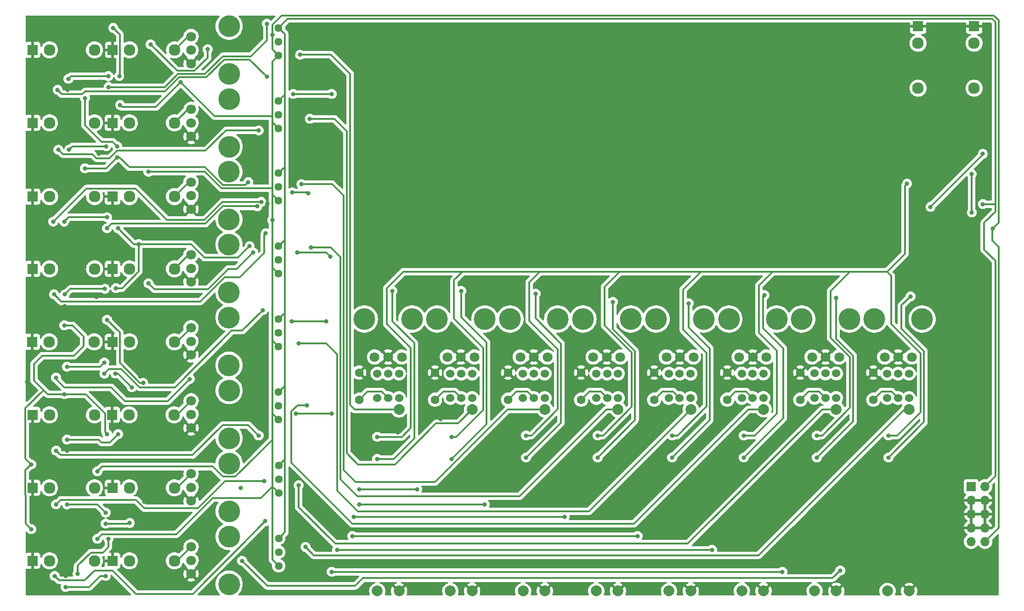
<source format=gbr>
%TF.GenerationSoftware,KiCad,Pcbnew,6.0.4-1.fc35*%
%TF.CreationDate,2022-05-28T16:25:32-04:00*%
%TF.ProjectId,kassuVCA,6b617373-7556-4434-912e-6b696361645f,rev?*%
%TF.SameCoordinates,Original*%
%TF.FileFunction,Copper,L1,Top*%
%TF.FilePolarity,Positive*%
%FSLAX46Y46*%
G04 Gerber Fmt 4.6, Leading zero omitted, Abs format (unit mm)*
G04 Created by KiCad (PCBNEW 6.0.4-1.fc35) date 2022-05-28 16:25:32*
%MOMM*%
%LPD*%
G01*
G04 APERTURE LIST*
%TA.AperFunction,ComponentPad*%
%ADD10C,2.000000*%
%TD*%
%TA.AperFunction,ComponentPad*%
%ADD11C,1.440000*%
%TD*%
%TA.AperFunction,WasherPad*%
%ADD12C,4.000000*%
%TD*%
%TA.AperFunction,ComponentPad*%
%ADD13C,1.800000*%
%TD*%
%TA.AperFunction,ComponentPad*%
%ADD14C,2.130000*%
%TD*%
%TA.AperFunction,ComponentPad*%
%ADD15R,1.930000X1.830000*%
%TD*%
%TA.AperFunction,ComponentPad*%
%ADD16C,1.524000*%
%TD*%
%TA.AperFunction,ComponentPad*%
%ADD17O,1.700000X1.700000*%
%TD*%
%TA.AperFunction,ComponentPad*%
%ADD18R,1.700000X1.700000*%
%TD*%
%TA.AperFunction,ComponentPad*%
%ADD19R,1.830000X1.930000*%
%TD*%
%TA.AperFunction,ComponentPad*%
%ADD20C,1.600000*%
%TD*%
%TA.AperFunction,ViaPad*%
%ADD21C,0.800000*%
%TD*%
%TA.AperFunction,Conductor*%
%ADD22C,0.350000*%
%TD*%
G04 APERTURE END LIST*
D10*
%TO.P,Level8,3,3*%
%TO.N,Net-(Level8-Pad3)*%
X188734200Y-98566000D03*
%TO.P,Level8,2,2*%
%TO.N,Net-(Level8-Pad2)*%
X184734200Y-132066000D03*
%TO.P,Level8,1,1*%
%TO.N,GND*%
X188734200Y-132066000D03*
%TD*%
%TO.P,Level7,1,1*%
%TO.N,GND*%
X175304200Y-132040600D03*
%TO.P,Level7,2,2*%
%TO.N,Net-(Level7-Pad2)*%
X171304200Y-132040600D03*
%TO.P,Level7,3,3*%
%TO.N,Net-(Level7-Pad3)*%
X175304200Y-98540600D03*
%TD*%
%TO.P,Level6,1,1*%
%TO.N,GND*%
X161886400Y-132040600D03*
%TO.P,Level6,2,2*%
%TO.N,Net-(Level6-Pad2)*%
X157886400Y-132040600D03*
%TO.P,Level6,3,3*%
%TO.N,Net-(Level6-Pad3)*%
X161886400Y-98540600D03*
%TD*%
%TO.P,Level5,3,3*%
%TO.N,Net-(Level5-Pad3)*%
X148475200Y-98566000D03*
%TO.P,Level5,2,2*%
%TO.N,Net-(Level5-Pad2)*%
X144475200Y-132066000D03*
%TO.P,Level5,1,1*%
%TO.N,GND*%
X148475200Y-132066000D03*
%TD*%
%TO.P,Level4,1,1*%
%TO.N,GND*%
X135064000Y-132066000D03*
%TO.P,Level4,2,2*%
%TO.N,Net-(Level4-Pad2)*%
X131064000Y-132066000D03*
%TO.P,Level4,3,3*%
%TO.N,Net-(Level4-Pad3)*%
X135064000Y-98566000D03*
%TD*%
%TO.P,Level3,1,1*%
%TO.N,GND*%
X121583200Y-132066000D03*
%TO.P,Level3,2,2*%
%TO.N,Net-(Level3-Pad2)*%
X117583200Y-132066000D03*
%TO.P,Level3,3,3*%
%TO.N,Net-(Level3-Pad3)*%
X121583200Y-98566000D03*
%TD*%
%TO.P,Level2,1,1*%
%TO.N,GND*%
X108172000Y-132066000D03*
%TO.P,Level2,2,2*%
%TO.N,Net-(Level2-Pad2)*%
X104172000Y-132066000D03*
%TO.P,Level2,3,3*%
%TO.N,Net-(Level2-Pad3)*%
X108172000Y-98566000D03*
%TD*%
%TO.P,Level1,1,1*%
%TO.N,GND*%
X94710000Y-132066000D03*
%TO.P,Level1,2,2*%
%TO.N,Net-(Level1-Pad2)*%
X90710000Y-132066000D03*
%TO.P,Level1,3,3*%
%TO.N,Net-(Level1-Pad3)*%
X94710000Y-98566000D03*
%TD*%
D11*
%TO.P,Trim8,3,3*%
%TO.N,-12V*%
X72539823Y-127412010D03*
%TO.P,Trim8,2,2*%
%TO.N,Net-(R54-Pad2)*%
X72539823Y-124872010D03*
%TO.P,Trim8,1,1*%
%TO.N,+12V*%
X72539823Y-122332010D03*
%TD*%
%TO.P,Trim7,3,3*%
%TO.N,-12V*%
X72539823Y-113969682D03*
%TO.P,Trim7,2,2*%
%TO.N,Net-(R53-Pad2)*%
X72539823Y-111429682D03*
%TO.P,Trim7,1,1*%
%TO.N,+12V*%
X72539823Y-108889682D03*
%TD*%
%TO.P,Trim6,3,3*%
%TO.N,-12V*%
X72513103Y-100485519D03*
%TO.P,Trim6,2,2*%
%TO.N,Net-(R12-Pad2)*%
X72513103Y-97945519D03*
%TO.P,Trim6,1,1*%
%TO.N,+12V*%
X72513103Y-95405519D03*
%TD*%
%TO.P,Trim5,3,3*%
%TO.N,-12V*%
X72513103Y-87010957D03*
%TO.P,Trim5,2,2*%
%TO.N,Net-(R11-Pad2)*%
X72513103Y-84470957D03*
%TO.P,Trim5,1,1*%
%TO.N,+12V*%
X72513103Y-81930957D03*
%TD*%
%TO.P,Trim4,3,3*%
%TO.N,-12V*%
X72517000Y-73533000D03*
%TO.P,Trim4,2,2*%
%TO.N,Net-(R512-Pad2)*%
X72517000Y-70993000D03*
%TO.P,Trim4,1,1*%
%TO.N,+12V*%
X72517000Y-68453000D03*
%TD*%
%TO.P,Trim3,3,3*%
%TO.N,-12V*%
X72517000Y-60071000D03*
%TO.P,Trim3,2,2*%
%TO.N,Net-(R511-Pad2)*%
X72517000Y-57531000D03*
%TO.P,Trim3,1,1*%
%TO.N,+12V*%
X72517000Y-54991000D03*
%TD*%
%TO.P,Trim2,3,3*%
%TO.N,-12V*%
X72517000Y-46736000D03*
%TO.P,Trim2,2,2*%
%TO.N,Net-(R412-Pad2)*%
X72517000Y-44196000D03*
%TO.P,Trim2,1,1*%
%TO.N,+12V*%
X72517000Y-41656000D03*
%TD*%
%TO.P,Trim1,3,3*%
%TO.N,-12V*%
X72517000Y-33274000D03*
%TO.P,Trim1,2,2*%
%TO.N,Net-(R411-Pad2)*%
X72517000Y-30734000D03*
%TO.P,Trim1,1,1*%
%TO.N,+12V*%
X72517000Y-28194000D03*
%TD*%
D12*
%TO.P,Pan8,*%
%TO.N,*%
X191115400Y-81904800D03*
X182315400Y-81904800D03*
D13*
%TO.P,Pan8,1,1*%
%TO.N,Net-(Pan8-Pad1)*%
X189215400Y-88904800D03*
%TO.P,Pan8,2,2*%
%TO.N,GND*%
X186715400Y-88904800D03*
%TO.P,Pan8,3,3*%
%TO.N,Net-(Pan8-Pad3)*%
X184215400Y-88904800D03*
%TD*%
D12*
%TO.P,Pan7,*%
%TO.N,*%
X177718800Y-81900000D03*
X168918800Y-81900000D03*
D13*
%TO.P,Pan7,1,1*%
%TO.N,Net-(Pan7-Pad1)*%
X175818800Y-88900000D03*
%TO.P,Pan7,2,2*%
%TO.N,GND*%
X173318800Y-88900000D03*
%TO.P,Pan7,3,3*%
%TO.N,Net-(Pan7-Pad3)*%
X170818800Y-88900000D03*
%TD*%
D12*
%TO.P,Pan6,*%
%TO.N,*%
X164307600Y-81900000D03*
X155507600Y-81900000D03*
D13*
%TO.P,Pan6,1,1*%
%TO.N,Net-(Pan6-Pad1)*%
X162407600Y-88900000D03*
%TO.P,Pan6,2,2*%
%TO.N,GND*%
X159907600Y-88900000D03*
%TO.P,Pan6,3,3*%
%TO.N,Net-(Pan6-Pad3)*%
X157407600Y-88900000D03*
%TD*%
%TO.P,Pan5,3,3*%
%TO.N,Net-(Pan5-Pad3)*%
X143981800Y-88900000D03*
%TO.P,Pan5,2,2*%
%TO.N,GND*%
X146481800Y-88900000D03*
%TO.P,Pan5,1,1*%
%TO.N,Net-(Pan5-Pad1)*%
X148981800Y-88900000D03*
D12*
%TO.P,Pan5,*%
%TO.N,*%
X142081800Y-81900000D03*
X150881800Y-81900000D03*
%TD*%
%TO.P,Pan4,*%
%TO.N,*%
X137409000Y-81900000D03*
X128609000Y-81900000D03*
D13*
%TO.P,Pan4,1,1*%
%TO.N,Net-(Pan4-Pad1)*%
X135509000Y-88900000D03*
%TO.P,Pan4,2,2*%
%TO.N,GND*%
X133009000Y-88900000D03*
%TO.P,Pan4,3,3*%
%TO.N,Net-(Pan4-Pad3)*%
X130509000Y-88900000D03*
%TD*%
D12*
%TO.P,Pan3,*%
%TO.N,*%
X123957800Y-81904800D03*
X115157800Y-81904800D03*
D13*
%TO.P,Pan3,1,1*%
%TO.N,Net-(Pan3-Pad1)*%
X122057800Y-88904800D03*
%TO.P,Pan3,2,2*%
%TO.N,GND*%
X119557800Y-88904800D03*
%TO.P,Pan3,3,3*%
%TO.N,Net-(Pan3-Pad3)*%
X117057800Y-88904800D03*
%TD*%
D12*
%TO.P,Pan2,*%
%TO.N,*%
X110521200Y-81904800D03*
X101721200Y-81904800D03*
D13*
%TO.P,Pan2,1,1*%
%TO.N,Net-(Pan2-Pad1)*%
X108621200Y-88904800D03*
%TO.P,Pan2,2,2*%
%TO.N,GND*%
X106121200Y-88904800D03*
%TO.P,Pan2,3,3*%
%TO.N,Net-(Pan2-Pad3)*%
X103621200Y-88904800D03*
%TD*%
D12*
%TO.P,Pan1,*%
%TO.N,*%
X97110000Y-81900000D03*
X88310000Y-81900000D03*
D13*
%TO.P,Pan1,1,1*%
%TO.N,Net-(Pan1-Pad1)*%
X95210000Y-88900000D03*
%TO.P,Pan1,2,2*%
%TO.N,GND*%
X92710000Y-88900000D03*
%TO.P,Pan1,3,3*%
%TO.N,Net-(Pan1-Pad3)*%
X90210000Y-88900000D03*
%TD*%
D14*
%TO.P,OutR301,T*%
%TO.N,Net-(OutR301-PadT)*%
X200699000Y-39313000D03*
D15*
%TO.P,OutR301,S*%
%TO.N,GND*%
X200699000Y-27913000D03*
D14*
%TO.P,OutR301,TN*%
%TO.N,unconnected-(OutR301-PadTN)*%
X200699000Y-31013000D03*
%TD*%
%TO.P,OutL301,T*%
%TO.N,Net-(OutL301-PadT)*%
X190373000Y-39313000D03*
D15*
%TO.P,OutL301,S*%
%TO.N,GND*%
X190373000Y-27913000D03*
D14*
%TO.P,OutL301,TN*%
%TO.N,unconnected-(OutL301-PadTN)*%
X190373000Y-31013000D03*
%TD*%
D16*
%TO.P,mute8,6*%
%TO.N,N/C*%
X184690000Y-91969200D03*
%TO.P,mute8,5*%
X186690000Y-91969200D03*
%TO.P,mute8,4*%
X188690000Y-91969200D03*
%TO.P,mute8,3,C*%
%TO.N,unconnected-(mute8-Pad3)*%
X188690000Y-96469200D03*
%TO.P,mute8,2,B*%
%TO.N,Net-(C4-Pad1)*%
X186690000Y-96469200D03*
%TO.P,mute8,1,A*%
%TO.N,Net-(R58-Pad2)*%
X184690000Y-96469200D03*
%TD*%
%TO.P,mute7,6*%
%TO.N,N/C*%
X171278800Y-91933200D03*
%TO.P,mute7,5*%
X173278800Y-91933200D03*
%TO.P,mute7,4*%
X175278800Y-91933200D03*
%TO.P,mute7,3,C*%
%TO.N,unconnected-(mute7-Pad3)*%
X175278800Y-96433200D03*
%TO.P,mute7,2,B*%
%TO.N,Net-(C3-Pad1)*%
X173278800Y-96433200D03*
%TO.P,mute7,1,A*%
%TO.N,Net-(R56-Pad2)*%
X171278800Y-96433200D03*
%TD*%
%TO.P,mute6,6*%
%TO.N,N/C*%
X157867600Y-91943800D03*
%TO.P,mute6,5*%
X159867600Y-91943800D03*
%TO.P,mute6,4*%
X161867600Y-91943800D03*
%TO.P,mute6,3,C*%
%TO.N,unconnected-(mute6-Pad3)*%
X161867600Y-96443800D03*
%TO.P,mute6,2,B*%
%TO.N,Net-(C2-Pad1)*%
X159867600Y-96443800D03*
%TO.P,mute6,1,A*%
%TO.N,Net-(R16-Pad2)*%
X157867600Y-96443800D03*
%TD*%
%TO.P,mute5,6*%
%TO.N,N/C*%
X144431000Y-91969200D03*
%TO.P,mute5,5*%
X146431000Y-91969200D03*
%TO.P,mute5,4*%
X148431000Y-91969200D03*
%TO.P,mute5,3,C*%
%TO.N,unconnected-(mute5-Pad3)*%
X148431000Y-96469200D03*
%TO.P,mute5,2,B*%
%TO.N,Net-(C1-Pad1)*%
X146431000Y-96469200D03*
%TO.P,mute5,1,A*%
%TO.N,Net-(R14-Pad2)*%
X144431000Y-96469200D03*
%TD*%
%TO.P,mute4,6,C*%
%TO.N,unconnected-(mute4-Pad6)*%
X131070600Y-91958600D03*
%TO.P,mute4,5,B*%
%TO.N,unconnected-(mute4-Pad5)*%
X133070600Y-91958600D03*
%TO.P,mute4,4,A*%
%TO.N,unconnected-(mute4-Pad4)*%
X135070600Y-91958600D03*
%TO.P,mute4,3,C*%
%TO.N,unconnected-(mute4-Pad3)*%
X135070600Y-96458600D03*
%TO.P,mute4,2,B*%
%TO.N,Net-(C502-Pad1)*%
X133070600Y-96458600D03*
%TO.P,mute4,1,A*%
%TO.N,Net-(R516-Pad2)*%
X131070600Y-96458600D03*
%TD*%
%TO.P,mute3,6,C*%
%TO.N,unconnected-(mute3-Pad6)*%
X117557800Y-91969200D03*
%TO.P,mute3,5,B*%
%TO.N,unconnected-(mute3-Pad5)*%
X119557800Y-91969200D03*
%TO.P,mute3,4,A*%
%TO.N,unconnected-(mute3-Pad4)*%
X121557800Y-91969200D03*
%TO.P,mute3,3,C*%
%TO.N,unconnected-(mute3-Pad3)*%
X121557800Y-96469200D03*
%TO.P,mute3,2,B*%
%TO.N,Net-(C501-Pad1)*%
X119557800Y-96469200D03*
%TO.P,mute3,1,A*%
%TO.N,Net-(R514-Pad2)*%
X117557800Y-96469200D03*
%TD*%
%TO.P,mute2,6,C*%
%TO.N,unconnected-(mute2-Pad6)*%
X104172000Y-91958600D03*
%TO.P,mute2,5,B*%
%TO.N,unconnected-(mute2-Pad5)*%
X106172000Y-91958600D03*
%TO.P,mute2,4,A*%
%TO.N,unconnected-(mute2-Pad4)*%
X108172000Y-91958600D03*
%TO.P,mute2,3,C*%
%TO.N,unconnected-(mute2-Pad3)*%
X108172000Y-96458600D03*
%TO.P,mute2,2,B*%
%TO.N,Net-(C402-Pad1)*%
X106172000Y-96458600D03*
%TO.P,mute2,1,A*%
%TO.N,Net-(R416-Pad2)*%
X104172000Y-96458600D03*
%TD*%
%TO.P,mute1,6,C*%
%TO.N,unconnected-(mute1-Pad6)*%
X90710000Y-91958600D03*
%TO.P,mute1,5,B*%
%TO.N,unconnected-(mute1-Pad5)*%
X92710000Y-91958600D03*
%TO.P,mute1,4,A*%
%TO.N,unconnected-(mute1-Pad4)*%
X94710000Y-91958600D03*
%TO.P,mute1,3,C*%
%TO.N,unconnected-(mute1-Pad3)*%
X94710000Y-96458600D03*
%TO.P,mute1,2,B*%
%TO.N,Net-(C401-Pad1)*%
X92710000Y-96458600D03*
%TO.P,mute1,1,A*%
%TO.N,Net-(R414-Pad2)*%
X90710000Y-96458600D03*
%TD*%
D17*
%TO.P,J201,10,Pin_10*%
%TO.N,-12V*%
X202692000Y-122936000D03*
%TO.P,J201,9,Pin_9*%
X200152000Y-122936000D03*
%TO.P,J201,8,Pin_8*%
%TO.N,GND*%
X202692000Y-120396000D03*
%TO.P,J201,7,Pin_7*%
X200152000Y-120396000D03*
%TO.P,J201,6,Pin_6*%
X202692000Y-117856000D03*
%TO.P,J201,5,Pin_5*%
X200152000Y-117856000D03*
%TO.P,J201,4,Pin_4*%
X202692000Y-115316000D03*
%TO.P,J201,3,Pin_3*%
X200152000Y-115316000D03*
%TO.P,J201,2,Pin_2*%
%TO.N,+12V*%
X202692000Y-112776000D03*
D18*
%TO.P,J201,1,Pin_1*%
X200152000Y-112776000D03*
%TD*%
D14*
%TO.P,In8,T*%
%TO.N,Net-(In8-PadT)*%
X38578000Y-126492000D03*
D19*
%TO.P,In8,S*%
%TO.N,GND*%
X27178000Y-126492000D03*
D14*
%TO.P,In8,TN*%
%TO.N,unconnected-(In8-PadTN)*%
X30278000Y-126492000D03*
%TD*%
%TO.P,In7,T*%
%TO.N,Net-(In7-PadT)*%
X38578000Y-113030000D03*
D19*
%TO.P,In7,S*%
%TO.N,GND*%
X27178000Y-113030000D03*
D14*
%TO.P,In7,TN*%
%TO.N,unconnected-(In7-PadTN)*%
X30278000Y-113030000D03*
%TD*%
%TO.P,In6,T*%
%TO.N,Net-(In6-PadT)*%
X38578000Y-99568000D03*
D19*
%TO.P,In6,S*%
%TO.N,GND*%
X27178000Y-99568000D03*
D14*
%TO.P,In6,TN*%
%TO.N,unconnected-(In6-PadTN)*%
X30278000Y-99568000D03*
%TD*%
%TO.P,In5,T*%
%TO.N,Net-(In5-PadT)*%
X38526000Y-86106000D03*
D19*
%TO.P,In5,S*%
%TO.N,GND*%
X27126000Y-86106000D03*
D14*
%TO.P,In5,TN*%
%TO.N,unconnected-(In5-PadTN)*%
X30226000Y-86106000D03*
%TD*%
%TO.P,IN4,T*%
%TO.N,Net-(IN4-PadT)*%
X38608000Y-72644000D03*
D19*
%TO.P,IN4,S*%
%TO.N,GND*%
X27208000Y-72644000D03*
D14*
%TO.P,IN4,TN*%
%TO.N,unconnected-(IN4-PadTN)*%
X30308000Y-72644000D03*
%TD*%
%TO.P,IN3,T*%
%TO.N,Net-(IN3-PadT)*%
X38608000Y-59309000D03*
D19*
%TO.P,IN3,S*%
%TO.N,GND*%
X27208000Y-59309000D03*
D14*
%TO.P,IN3,TN*%
%TO.N,unconnected-(IN3-PadTN)*%
X30308000Y-59309000D03*
%TD*%
%TO.P,IN2,T*%
%TO.N,Net-(IN2-PadT)*%
X38578000Y-45720000D03*
D19*
%TO.P,IN2,S*%
%TO.N,GND*%
X27178000Y-45720000D03*
D14*
%TO.P,IN2,TN*%
%TO.N,unconnected-(IN2-PadTN)*%
X30278000Y-45720000D03*
%TD*%
%TO.P,IN1,T*%
%TO.N,Net-(IN1-PadT)*%
X38578000Y-32258000D03*
D19*
%TO.P,IN1,S*%
%TO.N,GND*%
X27178000Y-32258000D03*
D14*
%TO.P,IN1,TN*%
%TO.N,unconnected-(IN1-PadTN)*%
X30278000Y-32258000D03*
%TD*%
D12*
%TO.P,CVAtten8,*%
%TO.N,*%
X63388000Y-130805000D03*
X63388000Y-122005000D03*
D13*
%TO.P,CVAtten8,1,1*%
%TO.N,GND*%
X56388000Y-128905000D03*
%TO.P,CVAtten8,2,2*%
%TO.N,Net-(CVAtten8-Pad2)*%
X56388000Y-126405000D03*
%TO.P,CVAtten8,3,3*%
%TO.N,Net-(CV8-PadT)*%
X56388000Y-123905000D03*
%TD*%
D12*
%TO.P,CVAtten7,*%
%TO.N,*%
X63388000Y-117343000D03*
X63388000Y-108543000D03*
D13*
%TO.P,CVAtten7,1,1*%
%TO.N,GND*%
X56388000Y-115443000D03*
%TO.P,CVAtten7,2,2*%
%TO.N,Net-(CVAtten7-Pad2)*%
X56388000Y-112943000D03*
%TO.P,CVAtten7,3,3*%
%TO.N,Net-(CV7-PadT)*%
X56388000Y-110443000D03*
%TD*%
D12*
%TO.P,CVAtten6,*%
%TO.N,*%
X63388000Y-103881000D03*
X63388000Y-95081000D03*
D13*
%TO.P,CVAtten6,1,1*%
%TO.N,GND*%
X56388000Y-101981000D03*
%TO.P,CVAtten6,2,2*%
%TO.N,Net-(CVAtten6-Pad2)*%
X56388000Y-99481000D03*
%TO.P,CVAtten6,3,3*%
%TO.N,Net-(CV6-PadT)*%
X56388000Y-96981000D03*
%TD*%
D12*
%TO.P,CVAtten5,*%
%TO.N,*%
X63373000Y-90419000D03*
X63373000Y-81619000D03*
D13*
%TO.P,CVAtten5,1,1*%
%TO.N,GND*%
X56373000Y-88519000D03*
%TO.P,CVAtten5,2,2*%
%TO.N,Net-(CVAtten5-Pad2)*%
X56373000Y-86019000D03*
%TO.P,CVAtten5,3,3*%
%TO.N,Net-(CV5-PadT)*%
X56373000Y-83519000D03*
%TD*%
D12*
%TO.P,CVAtten4,*%
%TO.N,*%
X63373000Y-76957000D03*
X63373000Y-68157000D03*
D13*
%TO.P,CVAtten4,1,1*%
%TO.N,GND*%
X56373000Y-75057000D03*
%TO.P,CVAtten4,2,2*%
%TO.N,Net-(CVAtten4-Pad2)*%
X56373000Y-72557000D03*
%TO.P,CVAtten4,3,3*%
%TO.N,Net-(CV4-PadT)*%
X56373000Y-70057000D03*
%TD*%
D12*
%TO.P,CVAtten3,*%
%TO.N,*%
X63373000Y-63537000D03*
X63373000Y-54737000D03*
D13*
%TO.P,CVAtten3,1,1*%
%TO.N,GND*%
X56373000Y-61637000D03*
%TO.P,CVAtten3,2,2*%
%TO.N,Net-(CVAtten3-Pad2)*%
X56373000Y-59137000D03*
%TO.P,CVAtten3,3,3*%
%TO.N,Net-(CV3-PadT)*%
X56373000Y-56637000D03*
%TD*%
D12*
%TO.P,CVAtten2,*%
%TO.N,*%
X63388000Y-50120000D03*
X63388000Y-41320000D03*
D13*
%TO.P,CVAtten2,1,1*%
%TO.N,GND*%
X56388000Y-48220000D03*
%TO.P,CVAtten2,2,2*%
%TO.N,Net-(CVAtten2-Pad2)*%
X56388000Y-45720000D03*
%TO.P,CVAtten2,3,3*%
%TO.N,Net-(CV2-PadT)*%
X56388000Y-43220000D03*
%TD*%
D12*
%TO.P,CVAtten1,*%
%TO.N,*%
X63388000Y-36698000D03*
X63388000Y-27898000D03*
D13*
%TO.P,CVAtten1,1,1*%
%TO.N,GND*%
X56388000Y-34798000D03*
%TO.P,CVAtten1,2,2*%
%TO.N,Net-(CVAtten1-Pad2)*%
X56388000Y-32298000D03*
%TO.P,CVAtten1,3,3*%
%TO.N,Net-(CV1-PadT)*%
X56388000Y-29798000D03*
%TD*%
D14*
%TO.P,CV8,T*%
%TO.N,Net-(CV8-PadT)*%
X53310000Y-126492000D03*
D19*
%TO.P,CV8,S*%
%TO.N,GND*%
X41910000Y-126492000D03*
D14*
%TO.P,CV8,TN*%
%TO.N,Net-(CV8-PadTN)*%
X45010000Y-126492000D03*
%TD*%
%TO.P,CV7,T*%
%TO.N,Net-(CV7-PadT)*%
X53310000Y-113030000D03*
D19*
%TO.P,CV7,S*%
%TO.N,GND*%
X41910000Y-113030000D03*
D14*
%TO.P,CV7,TN*%
%TO.N,Net-(CV7-PadTN)*%
X45010000Y-113030000D03*
%TD*%
%TO.P,CV6,T*%
%TO.N,Net-(CV6-PadT)*%
X53258000Y-99568000D03*
D19*
%TO.P,CV6,S*%
%TO.N,GND*%
X41858000Y-99568000D03*
D14*
%TO.P,CV6,TN*%
%TO.N,Net-(CV6-PadTN)*%
X44958000Y-99568000D03*
%TD*%
%TO.P,CV5,T*%
%TO.N,Net-(CV5-PadT)*%
X53310000Y-86106000D03*
D19*
%TO.P,CV5,S*%
%TO.N,GND*%
X41910000Y-86106000D03*
D14*
%TO.P,CV5,TN*%
%TO.N,Net-(CV5-PadTN)*%
X45010000Y-86106000D03*
%TD*%
%TO.P,CV4,T*%
%TO.N,Net-(CV4-PadT)*%
X53310000Y-72644000D03*
D19*
%TO.P,CV4,S*%
%TO.N,GND*%
X41910000Y-72644000D03*
D14*
%TO.P,CV4,TN*%
%TO.N,Net-(CV4-PadTN)*%
X45010000Y-72644000D03*
%TD*%
%TO.P,CV3,T*%
%TO.N,Net-(CV3-PadT)*%
X53310000Y-59309000D03*
D19*
%TO.P,CV3,S*%
%TO.N,GND*%
X41910000Y-59309000D03*
D14*
%TO.P,CV3,TN*%
%TO.N,Net-(CV3-PadTN)*%
X45010000Y-59309000D03*
%TD*%
%TO.P,CV2,T*%
%TO.N,Net-(CV2-PadT)*%
X53310000Y-45720000D03*
D19*
%TO.P,CV2,S*%
%TO.N,GND*%
X41910000Y-45720000D03*
D14*
%TO.P,CV2,TN*%
%TO.N,Net-(CV2-PadTN)*%
X45010000Y-45720000D03*
%TD*%
%TO.P,CV1,T*%
%TO.N,Net-(CV1-PadT)*%
X53340000Y-32258000D03*
D19*
%TO.P,CV1,S*%
%TO.N,GND*%
X41940000Y-32258000D03*
D14*
%TO.P,CV1,TN*%
%TO.N,Net-(CV1-PadTN)*%
X45040000Y-32258000D03*
%TD*%
D20*
%TO.P,C502,2*%
%TO.N,GND*%
X128270000Y-91774000D03*
%TO.P,C502,1*%
%TO.N,Net-(C502-Pad1)*%
X128270000Y-96774000D03*
%TD*%
%TO.P,C501,2*%
%TO.N,GND*%
X114808000Y-91774000D03*
%TO.P,C501,1*%
%TO.N,Net-(C501-Pad1)*%
X114808000Y-96774000D03*
%TD*%
%TO.P,C402,2*%
%TO.N,GND*%
X101346000Y-91774000D03*
%TO.P,C402,1*%
%TO.N,Net-(C402-Pad1)*%
X101346000Y-96774000D03*
%TD*%
%TO.P,C401,2*%
%TO.N,GND*%
X87376000Y-91774000D03*
%TO.P,C401,1*%
%TO.N,Net-(C401-Pad1)*%
X87376000Y-96774000D03*
%TD*%
%TO.P,C4,2*%
%TO.N,GND*%
X182118000Y-91774000D03*
%TO.P,C4,1*%
%TO.N,Net-(C4-Pad1)*%
X182118000Y-96774000D03*
%TD*%
%TO.P,C3,2*%
%TO.N,GND*%
X168656000Y-91774000D03*
%TO.P,C3,1*%
%TO.N,Net-(C3-Pad1)*%
X168656000Y-96774000D03*
%TD*%
%TO.P,C2,2*%
%TO.N,GND*%
X155194000Y-91774000D03*
%TO.P,C2,1*%
%TO.N,Net-(C2-Pad1)*%
X155194000Y-96774000D03*
%TD*%
%TO.P,C1,2*%
%TO.N,GND*%
X141732000Y-91774000D03*
%TO.P,C1,1*%
%TO.N,Net-(C1-Pad1)*%
X141732000Y-96774000D03*
%TD*%
D21*
%TO.N,Net-(Q8-Pad3)*%
X40640000Y-129286000D03*
%TO.N,Net-(R302-Pad1)*%
X202311000Y-51435000D03*
%TO.N,GND*%
X129286000Y-99822000D03*
X88646000Y-100838000D03*
X102362000Y-100330000D03*
X116078000Y-100076000D03*
X182880000Y-99568000D03*
X169672000Y-99568000D03*
X156210000Y-99822000D03*
X143002000Y-99822000D03*
%TO.N,Level1L*%
X171704000Y-103378000D03*
%TO.N,Level1R*%
X171704000Y-107442000D03*
X184912000Y-107442000D03*
%TO.N,Level1L*%
X184912000Y-103378000D03*
X158242000Y-103378000D03*
%TO.N,Level1R*%
X158242000Y-107442000D03*
X145034000Y-107442000D03*
%TO.N,Level1L*%
X145034000Y-103378000D03*
%TO.N,Level1R*%
X131318000Y-107442000D03*
%TO.N,Level1L*%
X131318000Y-103378000D03*
%TO.N,Level1R*%
X118110000Y-107442000D03*
%TO.N,Level1L*%
X118110000Y-103378000D03*
%TO.N,Level1R*%
X104394000Y-107696000D03*
%TO.N,Level1L*%
X104394000Y-103632000D03*
X90678000Y-103632000D03*
%TO.N,Level1R*%
X90678000Y-107696000D03*
%TO.N,-12V*%
X39116000Y-122428000D03*
X39116000Y-109982000D03*
%TO.N,+12V*%
X26924000Y-108712000D03*
%TO.N,GND*%
X26924000Y-122682000D03*
%TO.N,+12V*%
X26924000Y-120650000D03*
%TO.N,GND*%
X26924000Y-110744000D03*
%TO.N,Net-(Q6-Pad2)*%
X41148000Y-122428000D03*
%TO.N,GND*%
X33274000Y-129286000D03*
X28956000Y-130810000D03*
X33528000Y-118110000D03*
%TO.N,Net-(Q7-Pad3)*%
X40640000Y-117602000D03*
%TO.N,GND*%
X28956000Y-117348000D03*
%TO.N,-12V*%
X40894000Y-82042000D03*
%TO.N,+12V*%
X33020000Y-83058000D03*
%TO.N,Net-(Q4-Pad3)*%
X42926000Y-103124000D03*
%TO.N,GND*%
X33528000Y-106172000D03*
X28956000Y-90678000D03*
X33528000Y-92710000D03*
%TO.N,Net-(Q3-Pad3)*%
X40386000Y-89916000D03*
%TO.N,GND*%
X28829000Y-77216000D03*
X33147000Y-79502000D03*
X46863000Y-62992000D03*
%TO.N,-12V*%
X48514000Y-54737000D03*
%TO.N,Net-(Q504-Pad3)*%
X40513000Y-76327000D03*
%TO.N,Net-(Q503-Pad3)*%
X40894000Y-63119000D03*
%TO.N,GND*%
X32893000Y-65913000D03*
X28956000Y-64008000D03*
X47371000Y-49276000D03*
%TO.N,+12V*%
X36830000Y-54102000D03*
%TO.N,-12V*%
X43307000Y-42418000D03*
%TO.N,GND*%
X29718000Y-50673000D03*
%TO.N,Net-(C401-Pad1)*%
X59436000Y-32131000D03*
%TO.N,Net-(Q403-Pad3)*%
X40767000Y-50038000D03*
%TO.N,GND*%
X33909000Y-52578000D03*
X29591000Y-37592000D03*
X33655000Y-39624000D03*
X39497000Y-38100000D03*
X39370000Y-51435000D03*
X47117000Y-41021000D03*
X42926000Y-48387000D03*
X39243000Y-65278000D03*
X38989000Y-77851000D03*
X45085000Y-65659000D03*
X42926000Y-67056000D03*
X45466000Y-69088000D03*
X39020571Y-92005571D03*
X39370000Y-105664000D03*
X36322000Y-100584000D03*
X46990000Y-92456000D03*
X44450000Y-95758000D03*
X39116000Y-117703000D03*
X39116000Y-131318000D03*
X48006000Y-131064000D03*
X47752000Y-115570000D03*
X67564000Y-94234000D03*
X26162000Y-93472000D03*
X146304000Y-94742000D03*
X148336000Y-102616000D03*
X139446000Y-100584000D03*
X76708000Y-51054000D03*
X67056000Y-51562000D03*
X84074000Y-44196000D03*
X86360000Y-126746000D03*
X91440000Y-126746000D03*
X103124000Y-78168500D03*
X94488000Y-102806500D03*
X194945000Y-53657500D03*
X188658500Y-55245000D03*
X70485000Y-60642500D03*
X58737500Y-72453500D03*
X59436000Y-68770500D03*
%TO.N,-12V*%
X71374000Y-29464000D03*
X54483000Y-38227000D03*
X71371999Y-63629001D03*
X47561001Y-93662999D03*
X200237000Y-55160000D03*
X204152500Y-65214500D03*
X200279000Y-62230000D03*
%TO.N,+12V*%
X42037000Y-28194000D03*
%TO.N,Net-(Q402-Pad3)*%
X41148000Y-37084000D03*
%TO.N,+12V*%
X43148000Y-37084000D03*
X42767000Y-50038000D03*
X36846000Y-41148000D03*
X42767000Y-52070000D03*
X42894000Y-65151000D03*
X46736000Y-68072000D03*
X42513000Y-76200000D03*
X66929000Y-56642000D03*
X45466000Y-94488000D03*
X42418000Y-91948000D03*
X33036000Y-95758000D03*
X40910000Y-103124000D03*
X67183000Y-68453000D03*
X202311000Y-60706000D03*
%TO.N,Net-(C401-Pad1)*%
X48927000Y-31242000D03*
%TO.N,Net-(C402-Pad1)*%
X75184000Y-40386000D03*
X82296000Y-40386000D03*
X98044000Y-113284000D03*
X87376000Y-113284000D03*
%TO.N,Net-(Q402-Pad6)*%
X41180000Y-39116000D03*
X70358000Y-27432000D03*
%TO.N,Net-(Q402-Pad3)*%
X33782000Y-37592000D03*
%TO.N,Net-(Q403-Pad3)*%
X33909000Y-50673000D03*
%TO.N,Level1R*%
X93472000Y-76708000D03*
X106172000Y-76708000D03*
X119888000Y-77216000D03*
X134112000Y-78740000D03*
X148082000Y-78994000D03*
X162076999Y-77494999D03*
X175260000Y-77978000D03*
X188976000Y-77724000D03*
%TO.N,Level1L*%
X188341000Y-56928000D03*
%TO.N,Net-(R302-Pad1)*%
X192659000Y-61214000D03*
%TO.N,Net-(R426-Pad1)*%
X70358000Y-37211000D03*
X31782000Y-39624000D03*
%TO.N,Net-(R428-Pad1)*%
X31909000Y-50673000D03*
X68834000Y-47117000D03*
%TO.N,Net-(Level1-Pad3)*%
X76470000Y-33147000D03*
%TO.N,Net-(Level2-Pad3)*%
X78264000Y-44958000D03*
%TO.N,Net-(C501-Pad1)*%
X110490000Y-116078000D03*
X87376000Y-116078000D03*
%TO.N,Net-(C502-Pad1)*%
X48530000Y-75311000D03*
X67818000Y-69596000D03*
X75943999Y-69598001D03*
X82042000Y-70358000D03*
X125222000Y-118364000D03*
X86360000Y-118364000D03*
%TO.N,Net-(Q503-Pad6)*%
X40894000Y-65151000D03*
X68604999Y-61111999D03*
%TO.N,Net-(Q503-Pad3)*%
X32982000Y-63936000D03*
%TO.N,Net-(Q504-Pad3)*%
X33131000Y-77343000D03*
%TO.N,Net-(R526-Pad1)*%
X30982000Y-63936000D03*
X77978000Y-58674000D03*
X69303998Y-60286998D03*
X75057000Y-58547000D03*
%TO.N,Net-(R528-Pad1)*%
X31131000Y-77343000D03*
X70143001Y-66079001D03*
%TO.N,Net-(C1-Pad1)*%
X74930000Y-82296000D03*
X81280000Y-82296000D03*
X138684000Y-121920000D03*
X86106000Y-121920000D03*
%TO.N,Net-(C2-Pad1)*%
X75692000Y-99314000D03*
X82296000Y-99314000D03*
X152400000Y-124460000D03*
X83312000Y-124460000D03*
%TO.N,Net-(Level3-Pad3)*%
X76724000Y-57023000D03*
%TO.N,Net-(Level4-Pad3)*%
X78518000Y-68707000D03*
%TO.N,Net-(Level5-Pad3)*%
X76216000Y-86376000D03*
%TO.N,Net-(Level6-Pad3)*%
X77724000Y-97790000D03*
%TO.N,Net-(Q3-Pad6)*%
X40402000Y-91964000D03*
X69596000Y-80264000D03*
%TO.N,Net-(Q3-Pad3)*%
X33512000Y-90694000D03*
%TO.N,Net-(Q4-Pad3)*%
X33512000Y-104140000D03*
%TO.N,Net-(R26-Pad1)*%
X56134000Y-92964000D03*
X31496000Y-92710000D03*
%TO.N,Net-(R28-Pad1)*%
X31512000Y-106172000D03*
X68834000Y-103378000D03*
%TO.N,Net-(C3-Pad1)*%
X65532000Y-113030000D03*
X165354000Y-128524000D03*
X82296000Y-128524000D03*
%TO.N,Net-(C4-Pad1)*%
X65786000Y-126492000D03*
X176022000Y-128270000D03*
%TO.N,Net-(Level7-Pad3)*%
X76216000Y-112538000D03*
%TO.N,Net-(Level8-Pad3)*%
X77486000Y-123936000D03*
%TO.N,Net-(Q6-Pad2)*%
X35441000Y-128913000D03*
%TO.N,Net-(Q7-Pad6)*%
X40640000Y-119634000D03*
X45083030Y-119508970D03*
%TO.N,Net-(Q7-Pad3)*%
X33512000Y-116094000D03*
%TO.N,Net-(Q8-Pad3)*%
X33242000Y-131318000D03*
%TO.N,Net-(R68-Pad1)*%
X31496000Y-116078000D03*
X69850000Y-111760000D03*
%TO.N,Net-(R70-Pad1)*%
X31242000Y-129286000D03*
X70045010Y-119184990D03*
%TD*%
D22*
%TO.N,Level1L*%
X104394000Y-103632000D02*
X105283000Y-103632000D01*
X105283000Y-103632000D02*
X110236000Y-98679000D01*
X110236000Y-98679000D02*
X110236000Y-87215998D01*
X110236000Y-87215998D02*
X104855001Y-81834999D01*
X104855001Y-81834999D02*
X104855001Y-74722999D01*
X104855001Y-74722999D02*
X106426000Y-73152000D01*
%TO.N,Level1R*%
X184912000Y-107442000D02*
X191451010Y-100902990D01*
X191451010Y-100902990D02*
X191451010Y-87819010D01*
X187299600Y-79400400D02*
X188976000Y-77724000D01*
X191451010Y-87819010D02*
X187299600Y-83667600D01*
X187299600Y-83667600D02*
X187299600Y-79400400D01*
%TO.N,Level1L*%
X184912000Y-103378000D02*
X186537600Y-103378000D01*
X185420000Y-73914000D02*
X184658000Y-73152000D01*
X186537600Y-103378000D02*
X190851001Y-99064599D01*
X190851001Y-99064599D02*
X190851001Y-88235001D01*
X190851001Y-88235001D02*
X185420000Y-82804000D01*
X185420000Y-82804000D02*
X185420000Y-73914000D01*
X158242000Y-103378000D02*
X160274000Y-103378000D01*
X160274000Y-103378000D02*
X164338000Y-99314000D01*
X164338000Y-99314000D02*
X164338000Y-87757000D01*
X164338000Y-87757000D02*
X161036000Y-84455000D01*
X161036000Y-84455000D02*
X161036000Y-75692000D01*
X161036000Y-75692000D02*
X163576000Y-73152000D01*
%TO.N,Level1R*%
X158242000Y-107442000D02*
X165531800Y-100152200D01*
X165531800Y-100152200D02*
X165531800Y-87325200D01*
X161798000Y-83591400D02*
X161798000Y-77773998D01*
X165531800Y-87325200D02*
X161798000Y-83591400D01*
X161798000Y-77773998D02*
X162076999Y-77494999D01*
%TO.N,Level1L*%
X147066000Y-83845400D02*
X147066000Y-76454000D01*
X151368680Y-98020082D02*
X151368680Y-88148080D01*
X145034000Y-103378000D02*
X146010762Y-103378000D01*
X146010762Y-103378000D02*
X151368680Y-98020082D01*
X151368680Y-88148080D02*
X147066000Y-83845400D01*
%TO.N,Level1R*%
X148082000Y-83286600D02*
X148082000Y-78994000D01*
X145034000Y-107442000D02*
X151968200Y-100507800D01*
X151968200Y-100507800D02*
X151968200Y-87299800D01*
X151968200Y-87299800D02*
X148082000Y-83413600D01*
X148082000Y-83413600D02*
X148082000Y-83286600D01*
%TO.N,Level1L*%
X131318000Y-103378000D02*
X132294762Y-103378000D01*
X137617200Y-98055562D02*
X137617200Y-88087200D01*
X132294762Y-103378000D02*
X137617200Y-98055562D01*
X137617200Y-88087200D02*
X132588000Y-83058000D01*
X132588000Y-83058000D02*
X132588000Y-75946000D01*
X132588000Y-75946000D02*
X135382000Y-73152000D01*
%TO.N,Level1R*%
X134112000Y-83718400D02*
X134112000Y-78740000D01*
X131318000Y-107442000D02*
X138216720Y-100543280D01*
X138216720Y-100543280D02*
X138216720Y-87838870D01*
X138216720Y-87838870D02*
X137865529Y-87487680D01*
X137865529Y-87487680D02*
X134112000Y-83734151D01*
X134112000Y-83734151D02*
X134112000Y-83718400D01*
%TO.N,Net-(C4-Pad1)*%
X182118000Y-96774000D02*
X183609311Y-95282689D01*
X183609311Y-95282689D02*
X185503489Y-95282689D01*
X185503489Y-95282689D02*
X186690000Y-96469200D01*
%TO.N,Net-(C3-Pad1)*%
X168656000Y-96774000D02*
X170183311Y-95246689D01*
X170183311Y-95246689D02*
X172092289Y-95246689D01*
X172092289Y-95246689D02*
X173278800Y-96433200D01*
%TO.N,Net-(C2-Pad1)*%
X155194000Y-96774000D02*
X156710711Y-95257289D01*
X156710711Y-95257289D02*
X158681089Y-95257289D01*
X158681089Y-95257289D02*
X159867600Y-96443800D01*
%TO.N,Net-(C1-Pad1)*%
X141732000Y-96774000D02*
X143223311Y-95282689D01*
X143223311Y-95282689D02*
X145244489Y-95282689D01*
X145244489Y-95282689D02*
X146431000Y-96469200D01*
%TO.N,Net-(C502-Pad1)*%
X128270000Y-96774000D02*
X129771911Y-95272089D01*
X129771911Y-95272089D02*
X131884089Y-95272089D01*
X131884089Y-95272089D02*
X133070600Y-96458600D01*
%TO.N,Net-(C501-Pad1)*%
X114808000Y-96774000D02*
X116299311Y-95282689D01*
X116299311Y-95282689D02*
X118371289Y-95282689D01*
X118371289Y-95282689D02*
X119557800Y-96469200D01*
%TO.N,Net-(C402-Pad1)*%
X101346000Y-96774000D02*
X102847911Y-95272089D01*
X102847911Y-95272089D02*
X104985489Y-95272089D01*
X104985489Y-95272089D02*
X106172000Y-96458600D01*
%TO.N,Net-(C401-Pad1)*%
X87376000Y-96774000D02*
X88877911Y-95272089D01*
X88877911Y-95272089D02*
X91523489Y-95272089D01*
X91523489Y-95272089D02*
X92710000Y-96458600D01*
%TO.N,Net-(Level8-Pad3)*%
X188734200Y-98566000D02*
X188722800Y-98577400D01*
X188722800Y-98577400D02*
X187854970Y-98577400D01*
X187854970Y-98577400D02*
X160956370Y-125476000D01*
X160956370Y-125476000D02*
X149860000Y-125476000D01*
%TO.N,Net-(Level7-Pad3)*%
X175323000Y-98566000D02*
X172706000Y-98566000D01*
X172706000Y-98566000D02*
X147936010Y-123335990D01*
X82949990Y-123335990D02*
X76216000Y-116602000D01*
X147936010Y-123335990D02*
X82949990Y-123335990D01*
X76216000Y-116602000D02*
X76216000Y-112538000D01*
%TO.N,Net-(Level6-Pad3)*%
X138023600Y-119634000D02*
X86106000Y-119634000D01*
X161886400Y-98566000D02*
X159091600Y-98566000D01*
X159091600Y-98566000D02*
X138023600Y-119634000D01*
%TO.N,Net-(Level5-Pad3)*%
X148475200Y-98566000D02*
X129693200Y-117348000D01*
X129693200Y-117348000D02*
X87122000Y-117348000D01*
X87122000Y-117348000D02*
X83312000Y-113538000D01*
X83312000Y-113538000D02*
X83312000Y-88392000D01*
X83312000Y-88392000D02*
X81296000Y-86376000D01*
X81296000Y-86376000D02*
X76216000Y-86376000D01*
%TO.N,Net-(Level4-Pad3)*%
X116967000Y-114554000D02*
X87052020Y-114554000D01*
X135064000Y-98566000D02*
X132955000Y-98566000D01*
X132955000Y-98566000D02*
X116967000Y-114554000D01*
%TO.N,Net-(Level3-Pad3)*%
X121602000Y-98566000D02*
X114745002Y-98566000D01*
X114745002Y-98566000D02*
X101354022Y-111956980D01*
X101354022Y-111956980D02*
X86671020Y-111956980D01*
X84512020Y-109797980D02*
X84512020Y-59112020D01*
X86671020Y-111956980D02*
X84512020Y-109797980D01*
X82423000Y-57023000D02*
X76724000Y-57023000D01*
X84512020Y-59112020D02*
X82423000Y-57023000D01*
%TO.N,Net-(Level2-Pad3)*%
X105473001Y-101155001D02*
X101536999Y-101155001D01*
X108172000Y-98566000D02*
X105582999Y-101155001D01*
X105582999Y-101155001D02*
X105473001Y-101155001D01*
%TO.N,Net-(Level1-Pad3)*%
X86353390Y-98380810D02*
X85712040Y-97739460D01*
X94710000Y-98566000D02*
X86538580Y-98566000D01*
X86538580Y-98566000D02*
X86353390Y-98380810D01*
%TO.N,Net-(C4-Pad1)*%
X65786000Y-126492000D02*
X70426999Y-131132999D01*
X174599600Y-129692400D02*
X176022000Y-128270000D01*
X70426999Y-131132999D02*
X86595801Y-131132999D01*
X86595801Y-131132999D02*
X88036400Y-129692400D01*
X88036400Y-129692400D02*
X174599600Y-129692400D01*
%TO.N,-12V*%
X73108398Y-25908000D02*
X75819000Y-25908000D01*
X71371999Y-27644399D02*
X73108398Y-25908000D01*
X71371999Y-32128999D02*
X71371999Y-27644399D01*
X75819000Y-25908000D02*
X75565000Y-25908000D01*
X72517000Y-33274000D02*
X71371999Y-32128999D01*
X71371999Y-45590999D02*
X72517000Y-46736000D01*
X72517000Y-33274000D02*
X71371999Y-34419001D01*
X71371999Y-44447999D02*
X71371999Y-45590999D01*
X71371999Y-34419001D02*
X71371999Y-44447999D01*
X43706999Y-42817999D02*
X43307000Y-42418000D01*
X60703999Y-44447999D02*
X54483000Y-38227000D01*
X71371999Y-44447999D02*
X60703999Y-44447999D01*
X49892001Y-42817999D02*
X49765001Y-42817999D01*
X54483000Y-38227000D02*
X49892001Y-42817999D01*
X49765001Y-42817999D02*
X43706999Y-42817999D01*
X71371999Y-58925999D02*
X72517000Y-60071000D01*
X71371999Y-72387999D02*
X72517000Y-73533000D01*
X71371999Y-58925999D02*
X71371999Y-63629001D01*
X48514000Y-54737000D02*
X58935456Y-54737000D01*
X71265987Y-57762011D02*
X71371999Y-57655999D01*
X61960467Y-57762011D02*
X71265987Y-57762011D01*
X58935456Y-54737000D02*
X61960467Y-57762011D01*
X71371999Y-57655999D02*
X71371999Y-58925999D01*
X71371999Y-45590999D02*
X71371999Y-57655999D01*
X71371999Y-63629001D02*
X71371999Y-72387999D01*
X71368102Y-85865956D02*
X72513103Y-87010957D01*
X71368102Y-72391896D02*
X71368102Y-85865956D01*
X71371999Y-72387999D02*
X71368102Y-72391896D01*
X71368102Y-99340518D02*
X72513103Y-100485519D01*
X71368102Y-85865956D02*
X71368102Y-99340518D01*
X46926999Y-93662999D02*
X47561001Y-93662999D01*
X43250001Y-89986001D02*
X46926999Y-93662999D01*
X43250001Y-84398001D02*
X43250001Y-89986001D01*
X40894000Y-82042000D02*
X43250001Y-84398001D01*
X71394822Y-108478822D02*
X71394822Y-112824681D01*
X71368102Y-108452102D02*
X71394822Y-108478822D01*
X71394822Y-112824681D02*
X72539823Y-113969682D01*
X71394822Y-126267009D02*
X72539823Y-127412010D01*
X71394822Y-112824681D02*
X71394822Y-126267009D01*
X39941001Y-121602999D02*
X53657001Y-121602999D01*
X39116000Y-122428000D02*
X39941001Y-121602999D01*
X60342001Y-114917999D02*
X69301504Y-114917999D01*
X69301504Y-114917999D02*
X71394822Y-112824681D01*
X53657001Y-121602999D02*
X60342001Y-114917999D01*
X64552001Y-110968001D02*
X68326000Y-107194002D01*
X62223999Y-110968001D02*
X64552001Y-110968001D01*
X60373997Y-109117999D02*
X62223999Y-110968001D01*
X39980001Y-109117999D02*
X60373997Y-109117999D01*
X39116000Y-109982000D02*
X39980001Y-109117999D01*
X71368102Y-104145898D02*
X71368102Y-108452102D01*
X68326000Y-107188000D02*
X71368102Y-104145898D01*
X68326000Y-107194002D02*
X68326000Y-107188000D01*
X71368102Y-99340518D02*
X71368102Y-104145898D01*
X204343000Y-25908000D02*
X75819000Y-25908000D01*
X205232000Y-26797000D02*
X204343000Y-25908000D01*
X205232000Y-64135000D02*
X205232000Y-26797000D01*
X204089000Y-65278000D02*
X204152500Y-65214500D01*
X204089000Y-67437000D02*
X204089000Y-65278000D01*
X205232000Y-68580000D02*
X204089000Y-67437000D01*
X205232000Y-120396000D02*
X205232000Y-68580000D01*
X202692000Y-122936000D02*
X205232000Y-120396000D01*
X204152500Y-65214500D02*
X205232000Y-64135000D01*
X200237000Y-62188000D02*
X200279000Y-62230000D01*
X200237000Y-55160000D02*
X200237000Y-62188000D01*
%TO.N,+12V*%
X43280001Y-29437001D02*
X42037000Y-28194000D01*
X43280001Y-36951999D02*
X43280001Y-29437001D01*
X43148000Y-37084000D02*
X43280001Y-36951999D01*
X41941999Y-49212999D02*
X42767000Y-50038000D01*
X39865797Y-49212999D02*
X41941999Y-49212999D01*
X36846000Y-46193202D02*
X39865797Y-49212999D01*
X36846000Y-41148000D02*
X36846000Y-46193202D01*
X74202990Y-26508010D02*
X72517000Y-28194000D01*
X204054010Y-26508010D02*
X74202990Y-26508010D01*
X204631990Y-27085990D02*
X204054010Y-26508010D01*
X73662001Y-40510999D02*
X72517000Y-41656000D01*
X73662001Y-29339001D02*
X73662001Y-40510999D01*
X72517000Y-28194000D02*
X73662001Y-29339001D01*
X73662001Y-53845999D02*
X72517000Y-54991000D01*
X73662001Y-40510999D02*
X73662001Y-53845999D01*
X73662001Y-67307999D02*
X72517000Y-68453000D01*
X73662001Y-53845999D02*
X73662001Y-67307999D01*
X40735000Y-54102000D02*
X42767000Y-52070000D01*
X36830000Y-54102000D02*
X40735000Y-54102000D01*
X45815000Y-68072000D02*
X42894000Y-65151000D01*
X46736000Y-68072000D02*
X45815000Y-68072000D01*
X46736000Y-73123202D02*
X46736000Y-68072000D01*
X43659202Y-76200000D02*
X46736000Y-73123202D01*
X42513000Y-76200000D02*
X43659202Y-76200000D01*
X56349002Y-68072000D02*
X46736000Y-68072000D01*
X58859003Y-70582001D02*
X56349002Y-68072000D01*
X66408999Y-57162001D02*
X66929000Y-56642000D01*
X62208999Y-57162001D02*
X66408999Y-57162001D01*
X58958997Y-53911999D02*
X45021999Y-53911999D01*
X62208999Y-57162001D02*
X58958997Y-53911999D01*
X43180000Y-52070000D02*
X42767000Y-52070000D01*
X45021999Y-53911999D02*
X43180000Y-52070000D01*
X42926000Y-91948000D02*
X45466000Y-94488000D01*
X42418000Y-91948000D02*
X42926000Y-91948000D01*
X73662001Y-80782059D02*
X72513103Y-81930957D01*
X73662001Y-67307999D02*
X73662001Y-80782059D01*
X73662001Y-94256621D02*
X72513103Y-95405519D01*
X73662001Y-80782059D02*
X73662001Y-94256621D01*
X34544000Y-83058000D02*
X33020000Y-83058000D01*
X36576000Y-85090000D02*
X34544000Y-83058000D01*
X36576000Y-86868000D02*
X36576000Y-85090000D01*
X34798000Y-88646000D02*
X36576000Y-86868000D01*
X28956000Y-88646000D02*
X34798000Y-88646000D01*
X27432000Y-90170000D02*
X28956000Y-88646000D01*
X27432000Y-93218000D02*
X27432000Y-90170000D01*
X33036000Y-95758000D02*
X29972000Y-95758000D01*
X40517999Y-102731999D02*
X40910000Y-103124000D01*
X40517999Y-99302797D02*
X40517999Y-102731999D01*
X36973202Y-95758000D02*
X40517999Y-99302797D01*
X33036000Y-95758000D02*
X36973202Y-95758000D01*
X73662001Y-107767504D02*
X72539823Y-108889682D01*
X73662001Y-94256621D02*
X73662001Y-107767504D01*
X73684824Y-121187009D02*
X72539823Y-122332010D01*
X73684824Y-107790327D02*
X73684824Y-121187009D01*
X73662001Y-107767504D02*
X73684824Y-107790327D01*
X26924000Y-120650000D02*
X25908000Y-119634000D01*
X25837999Y-109798001D02*
X26924000Y-108712000D01*
X25837999Y-114335001D02*
X25837999Y-109798001D01*
X25908000Y-114405002D02*
X25837999Y-114335001D01*
X25908000Y-119634000D02*
X25908000Y-114405002D01*
X25837999Y-107625999D02*
X25837999Y-98368001D01*
X26924000Y-108712000D02*
X25837999Y-107625999D01*
X25837999Y-98368001D02*
X29210000Y-94996000D01*
X29210000Y-94996000D02*
X27432000Y-93218000D01*
X29972000Y-95758000D02*
X29210000Y-94996000D01*
X65053999Y-70582001D02*
X67183000Y-68453000D01*
X58859003Y-70582001D02*
X65053999Y-70582001D01*
X204597000Y-60706000D02*
X204631990Y-60740990D01*
X204631990Y-60740990D02*
X204631990Y-27085990D01*
X202311000Y-60706000D02*
X204597000Y-60706000D01*
X204631990Y-62068010D02*
X204631990Y-60740990D01*
X202565000Y-64135000D02*
X204631990Y-62068010D01*
X204631990Y-71154990D02*
X202565000Y-69088000D01*
X204631990Y-110836010D02*
X204631990Y-71154990D01*
X202565000Y-69088000D02*
X202565000Y-64135000D01*
X202692000Y-112776000D02*
X204631990Y-110836010D01*
%TO.N,Net-(C401-Pad1)*%
X59436000Y-33711002D02*
X57024001Y-36123001D01*
X59436000Y-32131000D02*
X59436000Y-33711002D01*
X53808001Y-36123001D02*
X48927000Y-31242000D01*
X57024001Y-36123001D02*
X53808001Y-36123001D01*
%TO.N,Net-(C402-Pad1)*%
X75184000Y-40386000D02*
X82296000Y-40386000D01*
X82296000Y-40386000D02*
X82296000Y-40386000D01*
X106172000Y-96266000D02*
X106172000Y-97028000D01*
X87376000Y-113284000D02*
X98044000Y-113284000D01*
%TO.N,Net-(Q402-Pad6)*%
X70358000Y-30480000D02*
X70358000Y-30226000D01*
X67402010Y-33435990D02*
X70358000Y-30480000D01*
X62212466Y-33435990D02*
X67402010Y-33435990D01*
X58925445Y-36723011D02*
X62212466Y-33435990D01*
X70358000Y-30226000D02*
X70358000Y-27432000D01*
X53917445Y-36723011D02*
X58925445Y-36723011D01*
X51524456Y-39116000D02*
X53917445Y-36723011D01*
X41180000Y-39116000D02*
X51524456Y-39116000D01*
%TO.N,Net-(Q402-Pad3)*%
X34290000Y-37084000D02*
X33782000Y-37592000D01*
X41148000Y-37084000D02*
X34290000Y-37084000D01*
%TO.N,Net-(Q403-Pad3)*%
X34544000Y-50038000D02*
X33909000Y-50673000D01*
X40767000Y-50038000D02*
X34544000Y-50038000D01*
%TO.N,Level1R*%
X110836009Y-86194011D02*
X106172000Y-81530002D01*
X110836009Y-101253991D02*
X110836009Y-86194011D01*
X104394000Y-107696000D02*
X110836009Y-101253991D01*
X106172000Y-81530002D02*
X106172000Y-76708000D01*
X124552010Y-86433012D02*
X119888000Y-81769002D01*
X124552010Y-100999990D02*
X124552010Y-86433012D01*
X118110000Y-107442000D02*
X124552010Y-100999990D01*
X119888000Y-81769002D02*
X119888000Y-77216000D01*
X93472000Y-76708000D02*
X93472000Y-76708000D01*
X106172000Y-76708000D02*
X106172000Y-76708000D01*
X119888000Y-77216000D02*
X119888000Y-77216000D01*
X134112000Y-78740000D02*
X134112000Y-78740000D01*
X148082000Y-78994000D02*
X148082000Y-78994000D01*
X178400009Y-88651467D02*
X177583008Y-87834466D01*
X178400010Y-100745990D02*
X178400009Y-88651467D01*
X171704000Y-107442000D02*
X178400010Y-100745990D01*
X177583008Y-87834466D02*
X175260000Y-85511458D01*
X175260000Y-85511458D02*
X175260000Y-77978000D01*
X162076999Y-77494999D02*
X162076999Y-77494999D01*
X175260000Y-77978000D02*
X175260000Y-77978000D01*
X188976000Y-77724000D02*
X188976000Y-77724000D01*
X93472000Y-82292002D02*
X93472000Y-76708000D01*
X97501010Y-86321012D02*
X93472000Y-82292002D01*
X93726000Y-107696000D02*
X97501010Y-103920990D01*
X97501010Y-103920990D02*
X97501010Y-86321012D01*
X90678000Y-107696000D02*
X93726000Y-107696000D01*
%TO.N,Level1L*%
X123952000Y-98512762D02*
X123952000Y-87454998D01*
X118110000Y-103378000D02*
X119086762Y-103378000D01*
X119086762Y-103378000D02*
X123952000Y-98512762D01*
X184658000Y-73152000D02*
X187960000Y-69850000D01*
X159766000Y-73152000D02*
X161544000Y-73152000D01*
X177800000Y-98258762D02*
X177800000Y-88900000D01*
X172680762Y-103378000D02*
X177800000Y-98258762D01*
X171704000Y-103378000D02*
X172680762Y-103378000D01*
X135382000Y-73152000D02*
X146812000Y-73152000D01*
X133350000Y-73152000D02*
X135382000Y-73152000D01*
X118705501Y-75096499D02*
X120650000Y-73152000D01*
X118705501Y-82208499D02*
X118705501Y-75096499D01*
X120650000Y-73152000D02*
X133350000Y-73152000D01*
X119380000Y-73152000D02*
X120650000Y-73152000D01*
X123952000Y-87454998D02*
X118705501Y-82208499D01*
X106426000Y-73152000D02*
X119380000Y-73152000D01*
X150368000Y-73152000D02*
X159766000Y-73152000D01*
X146812000Y-73152000D02*
X150368000Y-73152000D01*
X147066000Y-76454000D02*
X150368000Y-73152000D01*
X163576000Y-73152000D02*
X174752000Y-73152000D01*
X161544000Y-73152000D02*
X163576000Y-73152000D01*
X174244000Y-76708000D02*
X177800000Y-73152000D01*
X174244000Y-85344000D02*
X174244000Y-76708000D01*
X177800000Y-73152000D02*
X184658000Y-73152000D01*
X174752000Y-73152000D02*
X177800000Y-73152000D01*
X177800000Y-88900000D02*
X174244000Y-85344000D01*
X95504000Y-73152000D02*
X105664000Y-73152000D01*
X92456000Y-76200000D02*
X95504000Y-73152000D01*
X92456000Y-82804000D02*
X92456000Y-76200000D01*
X105664000Y-73152000D02*
X106426000Y-73152000D01*
X96901000Y-87249000D02*
X92456000Y-82804000D01*
X96901000Y-101981000D02*
X96901000Y-87249000D01*
X95250000Y-103632000D02*
X96901000Y-101981000D01*
X90678000Y-103632000D02*
X95250000Y-103632000D01*
X187960000Y-57309000D02*
X188341000Y-56928000D01*
X187960000Y-69850000D02*
X187960000Y-57309000D01*
%TO.N,Net-(R302-Pad1)*%
X202311000Y-51562000D02*
X202311000Y-51435000D01*
X192659000Y-61214000D02*
X202311000Y-51562000D01*
%TO.N,Net-(R426-Pad1)*%
X59173977Y-37323021D02*
X62460998Y-34036000D01*
X51547997Y-39941001D02*
X54165977Y-37323021D01*
X54165977Y-37323021D02*
X59173977Y-37323021D01*
X62460998Y-34036000D02*
X67183000Y-34036000D01*
X67183000Y-34036000D02*
X70358000Y-37211000D01*
X70358000Y-37211000D02*
X70358000Y-37211000D01*
X36831997Y-39941001D02*
X40322001Y-39941001D01*
X36323997Y-40449001D02*
X36831997Y-39941001D01*
X31782000Y-39624000D02*
X32607001Y-40449001D01*
X32607001Y-40449001D02*
X36323997Y-40449001D01*
X40322001Y-39941001D02*
X51547997Y-39941001D01*
X40116999Y-39941001D02*
X40322001Y-39941001D01*
%TO.N,Net-(R428-Pad1)*%
X59055997Y-50863001D02*
X62801998Y-47117000D01*
X42752997Y-50863001D02*
X59055997Y-50863001D01*
X41355997Y-52260001D02*
X42752997Y-50863001D01*
X38973999Y-52260001D02*
X41355997Y-52260001D01*
X38211999Y-51498001D02*
X38973999Y-52260001D01*
X32734001Y-51498001D02*
X38211999Y-51498001D01*
X31909000Y-50673000D02*
X32734001Y-51498001D01*
X62801998Y-47117000D02*
X68834000Y-47117000D01*
X68834000Y-47117000D02*
X68834000Y-47117000D01*
%TO.N,Net-(CV1-PadT)*%
X55800000Y-29798000D02*
X56388000Y-29798000D01*
X53340000Y-32258000D02*
X55800000Y-29798000D01*
%TO.N,Net-(CV2-PadT)*%
X55810000Y-43220000D02*
X56388000Y-43220000D01*
X53310000Y-45720000D02*
X55810000Y-43220000D01*
%TO.N,Net-(Level1-Pad3)*%
X85712040Y-36690040D02*
X82169000Y-33147000D01*
X82169000Y-33147000D02*
X76470000Y-33147000D01*
X85712040Y-97739460D02*
X85712040Y-36690040D01*
%TO.N,Net-(Level2-Pad3)*%
X82804000Y-44958000D02*
X82550000Y-44958000D01*
X85112030Y-47266030D02*
X82804000Y-44958000D01*
X82550000Y-44958000D02*
X78264000Y-44958000D01*
X85112030Y-106657970D02*
X85112030Y-47266030D01*
X87166060Y-108712000D02*
X85112030Y-106657970D01*
X93980000Y-108712000D02*
X87166060Y-108712000D01*
X101536999Y-101155001D02*
X93980000Y-108712000D01*
%TO.N,Net-(C501-Pad1)*%
X87376000Y-116078000D02*
X110490000Y-116078000D01*
%TO.N,Net-(C502-Pad1)*%
X63248456Y-72644000D02*
X64770000Y-72644000D01*
X59510455Y-76382001D02*
X63248456Y-72644000D01*
X49601001Y-76382001D02*
X59510455Y-76382001D01*
X48530000Y-75311000D02*
X49601001Y-76382001D01*
X64770000Y-72644000D02*
X67818000Y-69596000D01*
X67818000Y-69596000D02*
X67818000Y-69596000D01*
X75943999Y-69598001D02*
X81282001Y-69598001D01*
X81282001Y-69598001D02*
X82042000Y-70358000D01*
X82042000Y-70358000D02*
X82042000Y-70358000D01*
X86360000Y-118364000D02*
X125222000Y-118364000D01*
%TO.N,Net-(Q503-Pad6)*%
X62208999Y-61111999D02*
X68604999Y-61111999D01*
X58994999Y-64325999D02*
X62208999Y-61111999D01*
X41719001Y-64325999D02*
X58994999Y-64325999D01*
X40894000Y-65151000D02*
X41719001Y-64325999D01*
X68604999Y-61111999D02*
X68604999Y-61111999D01*
%TO.N,Net-(Q503-Pad3)*%
X33799000Y-63119000D02*
X32982000Y-63936000D01*
X40894000Y-63119000D02*
X33799000Y-63119000D01*
%TO.N,Net-(Q504-Pad3)*%
X34147000Y-76327000D02*
X33131000Y-77343000D01*
X40513000Y-76327000D02*
X34147000Y-76327000D01*
%TO.N,Net-(R526-Pad1)*%
X69303998Y-60286998D02*
X69303998Y-60286998D01*
X77851000Y-58547000D02*
X77978000Y-58674000D01*
X75057000Y-58547000D02*
X77851000Y-58547000D01*
X37099001Y-57818999D02*
X33933500Y-60984500D01*
X46134999Y-57818999D02*
X37099001Y-57818999D01*
X62185458Y-60286998D02*
X58886728Y-63585728D01*
X51901728Y-63585728D02*
X46134999Y-57818999D01*
X58886728Y-63585728D02*
X51901728Y-63585728D01*
X69303998Y-60286998D02*
X62185458Y-60286998D01*
X33933500Y-60984500D02*
X34118999Y-60799001D01*
X30982000Y-63936000D02*
X33933500Y-60984500D01*
%TO.N,Net-(R528-Pad1)*%
X69850000Y-66372002D02*
X70143001Y-66079001D01*
X69850000Y-69723000D02*
X69850000Y-66372002D01*
X65405000Y-74168000D02*
X69850000Y-69723000D01*
X62572998Y-74168000D02*
X65405000Y-74168000D01*
X58064997Y-78676001D02*
X62572998Y-74168000D01*
X32464001Y-78676001D02*
X58064997Y-78676001D01*
X31131000Y-77343000D02*
X32464001Y-78676001D01*
%TO.N,Net-(C1-Pad1)*%
X74930000Y-82296000D02*
X81280000Y-82296000D01*
X81280000Y-82296000D02*
X81280000Y-82296000D01*
X86106000Y-121920000D02*
X138684000Y-121920000D01*
%TO.N,Net-(C2-Pad1)*%
X75692000Y-99314000D02*
X82296000Y-99314000D01*
X82296000Y-99314000D02*
X82296000Y-99314000D01*
X83312000Y-124460000D02*
X152400000Y-124460000D01*
%TO.N,Net-(CV3-PadT)*%
X55982000Y-56637000D02*
X56373000Y-56637000D01*
X53310000Y-59309000D02*
X55982000Y-56637000D01*
%TO.N,Net-(CV4-PadT)*%
X55897000Y-70057000D02*
X56373000Y-70057000D01*
X53310000Y-72644000D02*
X55897000Y-70057000D01*
%TO.N,Net-(CV5-PadT)*%
X53786000Y-86106000D02*
X53310000Y-86106000D01*
X56373000Y-83519000D02*
X53786000Y-86106000D01*
%TO.N,Net-(CV6-PadT)*%
X53801000Y-99568000D02*
X53258000Y-99568000D01*
X56388000Y-96981000D02*
X53801000Y-99568000D01*
%TO.N,Net-(Level4-Pad3)*%
X78518000Y-68707000D02*
X82169000Y-68707000D01*
X82169000Y-68707000D02*
X83912010Y-70450010D01*
X87052020Y-114554000D02*
X83912010Y-111413990D01*
X83912010Y-70450010D02*
X83912010Y-111413990D01*
%TO.N,Net-(Level6-Pad3)*%
X74866999Y-98917999D02*
X75994998Y-97790000D01*
X74866999Y-108394999D02*
X74866999Y-98917999D01*
X86106000Y-119634000D02*
X74866999Y-108394999D01*
X75994998Y-97790000D02*
X77724000Y-97790000D01*
%TO.N,Net-(Q3-Pad6)*%
X63832997Y-84044001D02*
X65815999Y-84044001D01*
X53388998Y-94488000D02*
X63832997Y-84044001D01*
X46903458Y-94488000D02*
X53388998Y-94488000D01*
X41243001Y-91122999D02*
X43538457Y-91122999D01*
X43538457Y-91122999D02*
X46903458Y-94488000D01*
X40402000Y-91964000D02*
X41243001Y-91122999D01*
X65815999Y-84044001D02*
X69596000Y-80264000D01*
X69596000Y-80264000D02*
X69596000Y-80264000D01*
%TO.N,Net-(Q3-Pad3)*%
X39608000Y-90694000D02*
X40386000Y-89916000D01*
X33512000Y-90694000D02*
X39608000Y-90694000D01*
%TO.N,Net-(Q4-Pad3)*%
X33512000Y-104140000D02*
X39370000Y-104140000D01*
X39370000Y-104140000D02*
X39878000Y-104648000D01*
X41402000Y-104648000D02*
X42926000Y-103124000D01*
X39878000Y-104648000D02*
X41402000Y-104648000D01*
%TO.N,Net-(R26-Pad1)*%
X31496000Y-92710000D02*
X31496000Y-92964000D01*
X31496000Y-92964000D02*
X33020000Y-94488000D01*
X33020000Y-94488000D02*
X41656000Y-94488000D01*
X41656000Y-94488000D02*
X44196000Y-97028000D01*
X52070000Y-97028000D02*
X56134000Y-92964000D01*
X44196000Y-97028000D02*
X52070000Y-97028000D01*
%TO.N,Net-(R28-Pad1)*%
X56682997Y-106997001D02*
X62223999Y-101455999D01*
X62223999Y-101455999D02*
X66911999Y-101455999D01*
X32337001Y-106997001D02*
X56682997Y-106997001D01*
X31512000Y-106172000D02*
X32337001Y-106997001D01*
X66911999Y-101455999D02*
X68834000Y-103378000D01*
X68834000Y-103378000D02*
X68834000Y-103378000D01*
%TO.N,Net-(C3-Pad1)*%
X82296000Y-128524000D02*
X165354000Y-128524000D01*
%TO.N,Net-(CV7-PadT)*%
X53801000Y-113030000D02*
X53310000Y-113030000D01*
X56388000Y-110443000D02*
X53801000Y-113030000D01*
%TO.N,Net-(CV8-PadT)*%
X53801000Y-126492000D02*
X53310000Y-126492000D01*
X56388000Y-123905000D02*
X53801000Y-126492000D01*
%TO.N,Net-(Level8-Pad3)*%
X77486000Y-123936000D02*
X79026000Y-125476000D01*
X149860000Y-125476000D02*
X155448000Y-125476000D01*
X79026000Y-125476000D02*
X149860000Y-125476000D01*
%TO.N,Net-(Q6-Pad2)*%
X41148000Y-122428000D02*
X41148000Y-123952000D01*
X41148000Y-123952000D02*
X40132000Y-124968000D01*
X40132000Y-124968000D02*
X37896798Y-124968000D01*
X35441000Y-127423798D02*
X35585399Y-127279399D01*
X35441000Y-128913000D02*
X35441000Y-127423798D01*
X37896798Y-124968000D02*
X35585399Y-127279399D01*
%TO.N,Net-(Q7-Pad6)*%
X44958000Y-119634000D02*
X45083030Y-119508970D01*
X40640000Y-119634000D02*
X44958000Y-119634000D01*
%TO.N,Net-(Q7-Pad3)*%
X39132000Y-116094000D02*
X40640000Y-117602000D01*
X33512000Y-116094000D02*
X39132000Y-116094000D01*
%TO.N,Net-(Q8-Pad3)*%
X37592000Y-131318000D02*
X33242000Y-131318000D01*
X39624000Y-129286000D02*
X37592000Y-131318000D01*
X40640000Y-129286000D02*
X39624000Y-129286000D01*
%TO.N,Net-(R68-Pad1)*%
X47728999Y-116768001D02*
X57643457Y-116768001D01*
X46229997Y-115268999D02*
X47728999Y-116768001D01*
X32305001Y-115268999D02*
X46229997Y-115268999D01*
X57643457Y-116768001D02*
X62651458Y-111760000D01*
X31496000Y-116078000D02*
X32305001Y-115268999D01*
X62651458Y-111760000D02*
X69850000Y-111760000D01*
X69850000Y-111760000D02*
X69850000Y-111760000D01*
%TO.N,Net-(R70-Pad1)*%
X56699685Y-132588000D02*
X68326000Y-120961685D01*
X68326000Y-120904000D02*
X70045010Y-119184990D01*
X68326000Y-120961685D02*
X68326000Y-120904000D01*
X41910000Y-128270000D02*
X46228000Y-132588000D01*
X38608000Y-128270000D02*
X41910000Y-128270000D01*
X32067001Y-130111001D02*
X36766999Y-130111001D01*
X31242000Y-129286000D02*
X32067001Y-130111001D01*
X36766999Y-130111001D02*
X38608000Y-128270000D01*
X46228000Y-132588000D02*
X56699685Y-132588000D01*
%TD*%
%TA.AperFunction,Conductor*%
%TO.N,GND*%
G36*
X134647568Y-130395902D02*
G01*
X134694061Y-130449558D01*
X134704165Y-130519832D01*
X134674671Y-130584412D01*
X134608861Y-130624419D01*
X134601373Y-130626217D01*
X134591988Y-130629266D01*
X134381837Y-130716313D01*
X134373042Y-130720795D01*
X134205555Y-130823432D01*
X134196093Y-130833890D01*
X134199876Y-130842666D01*
X135051188Y-131693978D01*
X135065132Y-131701592D01*
X135066965Y-131701461D01*
X135073580Y-131697210D01*
X135925080Y-130845710D01*
X135931840Y-130833330D01*
X135926113Y-130825680D01*
X135754958Y-130720795D01*
X135746163Y-130716313D01*
X135536012Y-130629266D01*
X135526627Y-130626217D01*
X135519139Y-130624419D01*
X135457570Y-130589067D01*
X135424887Y-130526040D01*
X135431468Y-130455349D01*
X135475222Y-130399437D01*
X135548553Y-130375900D01*
X143988505Y-130375900D01*
X144056626Y-130395902D01*
X144103119Y-130449558D01*
X144113223Y-130519832D01*
X144083729Y-130584412D01*
X144017920Y-130624418D01*
X144012427Y-130625737D01*
X144012420Y-130625739D01*
X144007606Y-130626895D01*
X144003035Y-130628788D01*
X144003033Y-130628789D01*
X143792811Y-130715865D01*
X143792807Y-130715867D01*
X143788237Y-130717760D01*
X143784017Y-130720346D01*
X143589998Y-130839241D01*
X143589992Y-130839245D01*
X143585784Y-130841824D01*
X143405231Y-130996031D01*
X143251024Y-131176584D01*
X143248445Y-131180792D01*
X143248441Y-131180798D01*
X143145111Y-131349417D01*
X143126960Y-131379037D01*
X143125067Y-131383607D01*
X143125065Y-131383611D01*
X143037989Y-131593833D01*
X143036095Y-131598406D01*
X143034940Y-131603218D01*
X142982857Y-131820160D01*
X142980665Y-131829289D01*
X142962035Y-132066000D01*
X142980665Y-132302711D01*
X142981819Y-132307518D01*
X142981820Y-132307524D01*
X142989539Y-132339676D01*
X143036095Y-132533594D01*
X143037988Y-132538165D01*
X143037989Y-132538167D01*
X143091470Y-132667282D01*
X143099059Y-132737872D01*
X143067279Y-132801359D01*
X143006221Y-132837586D01*
X142975061Y-132841500D01*
X136563598Y-132841500D01*
X136495477Y-132821498D01*
X136448984Y-132767842D01*
X136438880Y-132697568D01*
X136447189Y-132667282D01*
X136500734Y-132538013D01*
X136503783Y-132528627D01*
X136556885Y-132307446D01*
X136558428Y-132297699D01*
X136576275Y-132070930D01*
X136576275Y-132061070D01*
X136558428Y-131834301D01*
X136556885Y-131824554D01*
X136503783Y-131603373D01*
X136500734Y-131593988D01*
X136413687Y-131383837D01*
X136409205Y-131375042D01*
X136306568Y-131207555D01*
X136296110Y-131198093D01*
X136287334Y-131201876D01*
X135153095Y-132336115D01*
X135090783Y-132370141D01*
X135019968Y-132365076D01*
X134974905Y-132336115D01*
X133843710Y-131204920D01*
X133831330Y-131198160D01*
X133823680Y-131203887D01*
X133718795Y-131375042D01*
X133714313Y-131383837D01*
X133627266Y-131593988D01*
X133624217Y-131603373D01*
X133571115Y-131824554D01*
X133569572Y-131834301D01*
X133551725Y-132061070D01*
X133551725Y-132070930D01*
X133569572Y-132297699D01*
X133571115Y-132307446D01*
X133624217Y-132528627D01*
X133627266Y-132538013D01*
X133680811Y-132667282D01*
X133688400Y-132737872D01*
X133656620Y-132801359D01*
X133595562Y-132837586D01*
X133564402Y-132841500D01*
X132564139Y-132841500D01*
X132496018Y-132821498D01*
X132449525Y-132767842D01*
X132439421Y-132697568D01*
X132447730Y-132667282D01*
X132501211Y-132538167D01*
X132501212Y-132538165D01*
X132503105Y-132533594D01*
X132549661Y-132339676D01*
X132557380Y-132307524D01*
X132557381Y-132307518D01*
X132558535Y-132302711D01*
X132577165Y-132066000D01*
X132558535Y-131829289D01*
X132556344Y-131820160D01*
X132504260Y-131603218D01*
X132503105Y-131598406D01*
X132501211Y-131593833D01*
X132414135Y-131383611D01*
X132414133Y-131383607D01*
X132412240Y-131379037D01*
X132394089Y-131349417D01*
X132290759Y-131180798D01*
X132290755Y-131180792D01*
X132288176Y-131176584D01*
X132133969Y-130996031D01*
X131953416Y-130841824D01*
X131949208Y-130839245D01*
X131949202Y-130839241D01*
X131755183Y-130720346D01*
X131750963Y-130717760D01*
X131746393Y-130715867D01*
X131746389Y-130715865D01*
X131536167Y-130628789D01*
X131536165Y-130628788D01*
X131531594Y-130626895D01*
X131526780Y-130625739D01*
X131526773Y-130625737D01*
X131521280Y-130624418D01*
X131459711Y-130589066D01*
X131427029Y-130526039D01*
X131433610Y-130455348D01*
X131477364Y-130399437D01*
X131550695Y-130375900D01*
X134579447Y-130375900D01*
X134647568Y-130395902D01*
G37*
%TD.AperFunction*%
%TA.AperFunction,Conductor*%
G36*
X161399423Y-130395902D02*
G01*
X161445916Y-130449558D01*
X161456020Y-130519832D01*
X161426526Y-130584412D01*
X161379520Y-130618309D01*
X161204237Y-130690913D01*
X161195442Y-130695395D01*
X161027955Y-130798032D01*
X161018493Y-130808490D01*
X161022276Y-130817266D01*
X161873588Y-131668578D01*
X161887532Y-131676192D01*
X161889365Y-131676061D01*
X161895980Y-131671810D01*
X162747480Y-130820310D01*
X162754240Y-130807930D01*
X162748513Y-130800280D01*
X162577358Y-130695395D01*
X162568563Y-130690913D01*
X162393280Y-130618309D01*
X162337999Y-130573761D01*
X162315578Y-130506397D01*
X162333136Y-130437606D01*
X162385098Y-130389228D01*
X162441498Y-130375900D01*
X170747795Y-130375900D01*
X170815916Y-130395902D01*
X170862409Y-130449558D01*
X170872513Y-130519832D01*
X170843019Y-130584412D01*
X170796013Y-130618309D01*
X170621811Y-130690465D01*
X170621807Y-130690467D01*
X170617237Y-130692360D01*
X170613017Y-130694946D01*
X170418998Y-130813841D01*
X170418992Y-130813845D01*
X170414784Y-130816424D01*
X170234231Y-130970631D01*
X170080024Y-131151184D01*
X170077445Y-131155392D01*
X170077441Y-131155398D01*
X169977798Y-131318000D01*
X169955960Y-131353637D01*
X169954067Y-131358207D01*
X169954065Y-131358211D01*
X169866989Y-131568433D01*
X169865095Y-131573006D01*
X169863940Y-131577818D01*
X169811589Y-131795877D01*
X169809665Y-131803889D01*
X169791035Y-132040600D01*
X169809665Y-132277311D01*
X169810819Y-132282118D01*
X169810820Y-132282124D01*
X169824637Y-132339676D01*
X169865095Y-132508194D01*
X169866988Y-132512765D01*
X169866989Y-132512767D01*
X169930991Y-132667282D01*
X169938580Y-132737872D01*
X169906801Y-132801359D01*
X169845742Y-132837586D01*
X169814582Y-132841500D01*
X163375477Y-132841500D01*
X163307356Y-132821498D01*
X163260863Y-132767842D01*
X163250759Y-132697568D01*
X163259068Y-132667282D01*
X163323134Y-132512612D01*
X163326183Y-132503227D01*
X163379285Y-132282046D01*
X163380828Y-132272299D01*
X163398675Y-132045530D01*
X163398675Y-132035670D01*
X163380828Y-131808901D01*
X163379285Y-131799154D01*
X163326183Y-131577973D01*
X163323134Y-131568588D01*
X163236087Y-131358437D01*
X163231605Y-131349642D01*
X163128968Y-131182155D01*
X163118510Y-131172693D01*
X163109734Y-131176476D01*
X161975495Y-132310715D01*
X161913183Y-132344741D01*
X161842368Y-132339676D01*
X161797305Y-132310715D01*
X160666110Y-131179520D01*
X160653730Y-131172760D01*
X160646080Y-131178487D01*
X160541195Y-131349642D01*
X160536713Y-131358437D01*
X160449666Y-131568588D01*
X160446617Y-131577973D01*
X160393515Y-131799154D01*
X160391972Y-131808901D01*
X160374125Y-132035670D01*
X160374125Y-132045530D01*
X160391972Y-132272299D01*
X160393515Y-132282046D01*
X160446617Y-132503227D01*
X160449666Y-132512612D01*
X160513732Y-132667282D01*
X160521321Y-132737872D01*
X160489541Y-132801359D01*
X160428483Y-132837586D01*
X160397323Y-132841500D01*
X159376018Y-132841500D01*
X159307897Y-132821498D01*
X159261404Y-132767842D01*
X159251300Y-132697568D01*
X159259609Y-132667282D01*
X159323611Y-132512767D01*
X159323612Y-132512765D01*
X159325505Y-132508194D01*
X159365963Y-132339676D01*
X159379780Y-132282124D01*
X159379781Y-132282118D01*
X159380935Y-132277311D01*
X159399565Y-132040600D01*
X159380935Y-131803889D01*
X159379012Y-131795877D01*
X159326660Y-131577818D01*
X159325505Y-131573006D01*
X159323611Y-131568433D01*
X159236535Y-131358211D01*
X159236533Y-131358207D01*
X159234640Y-131353637D01*
X159212802Y-131318000D01*
X159113159Y-131155398D01*
X159113155Y-131155392D01*
X159110576Y-131151184D01*
X158956369Y-130970631D01*
X158775816Y-130816424D01*
X158771608Y-130813845D01*
X158771602Y-130813841D01*
X158577583Y-130694946D01*
X158573363Y-130692360D01*
X158568793Y-130690467D01*
X158568789Y-130690465D01*
X158394587Y-130618309D01*
X158339306Y-130573761D01*
X158316885Y-130506398D01*
X158334443Y-130437606D01*
X158386405Y-130389228D01*
X158442805Y-130375900D01*
X161331302Y-130375900D01*
X161399423Y-130395902D01*
G37*
%TD.AperFunction*%
%TA.AperFunction,Conductor*%
G36*
X148058768Y-130395902D02*
G01*
X148105261Y-130449558D01*
X148115365Y-130519832D01*
X148085871Y-130584412D01*
X148020061Y-130624419D01*
X148012573Y-130626217D01*
X148003188Y-130629266D01*
X147793037Y-130716313D01*
X147784242Y-130720795D01*
X147616755Y-130823432D01*
X147607293Y-130833890D01*
X147611076Y-130842666D01*
X148462388Y-131693978D01*
X148476332Y-131701592D01*
X148478165Y-131701461D01*
X148484780Y-131697210D01*
X149336280Y-130845710D01*
X149343040Y-130833330D01*
X149337313Y-130825680D01*
X149166158Y-130720795D01*
X149157363Y-130716313D01*
X148947212Y-130629266D01*
X148937827Y-130626217D01*
X148930339Y-130624419D01*
X148868770Y-130589067D01*
X148836087Y-130526040D01*
X148842668Y-130455349D01*
X148886422Y-130399437D01*
X148959753Y-130375900D01*
X157329995Y-130375900D01*
X157398116Y-130395902D01*
X157444609Y-130449558D01*
X157454713Y-130519832D01*
X157425219Y-130584412D01*
X157378213Y-130618309D01*
X157204011Y-130690465D01*
X157204007Y-130690467D01*
X157199437Y-130692360D01*
X157195217Y-130694946D01*
X157001198Y-130813841D01*
X157001192Y-130813845D01*
X156996984Y-130816424D01*
X156816431Y-130970631D01*
X156662224Y-131151184D01*
X156659645Y-131155392D01*
X156659641Y-131155398D01*
X156559998Y-131318000D01*
X156538160Y-131353637D01*
X156536267Y-131358207D01*
X156536265Y-131358211D01*
X156449189Y-131568433D01*
X156447295Y-131573006D01*
X156446140Y-131577818D01*
X156393789Y-131795877D01*
X156391865Y-131803889D01*
X156373235Y-132040600D01*
X156391865Y-132277311D01*
X156393019Y-132282118D01*
X156393020Y-132282124D01*
X156406837Y-132339676D01*
X156447295Y-132508194D01*
X156449188Y-132512765D01*
X156449189Y-132512767D01*
X156513191Y-132667282D01*
X156520780Y-132737872D01*
X156489001Y-132801359D01*
X156427942Y-132837586D01*
X156396782Y-132841500D01*
X149974798Y-132841500D01*
X149906677Y-132821498D01*
X149860184Y-132767842D01*
X149850080Y-132697568D01*
X149858389Y-132667282D01*
X149911934Y-132538013D01*
X149914983Y-132528627D01*
X149968085Y-132307446D01*
X149969628Y-132297699D01*
X149987475Y-132070930D01*
X149987475Y-132061070D01*
X149969628Y-131834301D01*
X149968085Y-131824554D01*
X149914983Y-131603373D01*
X149911934Y-131593988D01*
X149824887Y-131383837D01*
X149820405Y-131375042D01*
X149717768Y-131207555D01*
X149707310Y-131198093D01*
X149698534Y-131201876D01*
X148564295Y-132336115D01*
X148501983Y-132370141D01*
X148431168Y-132365076D01*
X148386105Y-132336115D01*
X147254910Y-131204920D01*
X147242530Y-131198160D01*
X147234880Y-131203887D01*
X147129995Y-131375042D01*
X147125513Y-131383837D01*
X147038466Y-131593988D01*
X147035417Y-131603373D01*
X146982315Y-131824554D01*
X146980772Y-131834301D01*
X146962925Y-132061070D01*
X146962925Y-132070930D01*
X146980772Y-132297699D01*
X146982315Y-132307446D01*
X147035417Y-132528627D01*
X147038466Y-132538013D01*
X147092011Y-132667282D01*
X147099600Y-132737872D01*
X147067820Y-132801359D01*
X147006762Y-132837586D01*
X146975602Y-132841500D01*
X145975339Y-132841500D01*
X145907218Y-132821498D01*
X145860725Y-132767842D01*
X145850621Y-132697568D01*
X145858930Y-132667282D01*
X145912411Y-132538167D01*
X145912412Y-132538165D01*
X145914305Y-132533594D01*
X145960861Y-132339676D01*
X145968580Y-132307524D01*
X145968581Y-132307518D01*
X145969735Y-132302711D01*
X145988365Y-132066000D01*
X145969735Y-131829289D01*
X145967544Y-131820160D01*
X145915460Y-131603218D01*
X145914305Y-131598406D01*
X145912411Y-131593833D01*
X145825335Y-131383611D01*
X145825333Y-131383607D01*
X145823440Y-131379037D01*
X145805289Y-131349417D01*
X145701959Y-131180798D01*
X145701955Y-131180792D01*
X145699376Y-131176584D01*
X145545169Y-130996031D01*
X145364616Y-130841824D01*
X145360408Y-130839245D01*
X145360402Y-130839241D01*
X145166383Y-130720346D01*
X145162163Y-130717760D01*
X145157593Y-130715867D01*
X145157589Y-130715865D01*
X144947367Y-130628789D01*
X144947365Y-130628788D01*
X144942794Y-130626895D01*
X144937980Y-130625739D01*
X144937973Y-130625737D01*
X144932480Y-130624418D01*
X144870911Y-130589066D01*
X144838229Y-130526039D01*
X144844810Y-130455348D01*
X144888564Y-130399437D01*
X144961895Y-130375900D01*
X147990647Y-130375900D01*
X148058768Y-130395902D01*
G37*
%TD.AperFunction*%
%TA.AperFunction,Conductor*%
G36*
X188842121Y-27211512D02*
G01*
X188888614Y-27265168D01*
X188900000Y-27317510D01*
X188900000Y-27640885D01*
X188904475Y-27656124D01*
X188905865Y-27657329D01*
X188913548Y-27659000D01*
X191827884Y-27659000D01*
X191843123Y-27654525D01*
X191844328Y-27653135D01*
X191845999Y-27645452D01*
X191845999Y-27317510D01*
X191866001Y-27249389D01*
X191919657Y-27202896D01*
X191971999Y-27191510D01*
X199100000Y-27191510D01*
X199168121Y-27211512D01*
X199214614Y-27265168D01*
X199226000Y-27317510D01*
X199226000Y-27640885D01*
X199230475Y-27656124D01*
X199231865Y-27657329D01*
X199239548Y-27659000D01*
X202153884Y-27659000D01*
X202169123Y-27654525D01*
X202170328Y-27653135D01*
X202171999Y-27645452D01*
X202171999Y-27317510D01*
X202192001Y-27249389D01*
X202245657Y-27202896D01*
X202297999Y-27191510D01*
X203718705Y-27191510D01*
X203786826Y-27211512D01*
X203807800Y-27228415D01*
X203911585Y-27332200D01*
X203945611Y-27394512D01*
X203948490Y-27421295D01*
X203948490Y-59896500D01*
X203928488Y-59964621D01*
X203874832Y-60011114D01*
X203822490Y-60022500D01*
X202956815Y-60022500D01*
X202888694Y-60002498D01*
X202882754Y-59998436D01*
X202773094Y-59918763D01*
X202773093Y-59918762D01*
X202767752Y-59914882D01*
X202761724Y-59912198D01*
X202761722Y-59912197D01*
X202599319Y-59839891D01*
X202599318Y-59839891D01*
X202593288Y-59837206D01*
X202490328Y-59815321D01*
X202412944Y-59798872D01*
X202412939Y-59798872D01*
X202406487Y-59797500D01*
X202215513Y-59797500D01*
X202209061Y-59798872D01*
X202209056Y-59798872D01*
X202131672Y-59815321D01*
X202028712Y-59837206D01*
X202022682Y-59839891D01*
X202022681Y-59839891D01*
X201860278Y-59912197D01*
X201860276Y-59912198D01*
X201854248Y-59914882D01*
X201848907Y-59918762D01*
X201848906Y-59918763D01*
X201823198Y-59937441D01*
X201699747Y-60027134D01*
X201695326Y-60032044D01*
X201695325Y-60032045D01*
X201589041Y-60150086D01*
X201571960Y-60169056D01*
X201544572Y-60216494D01*
X201481643Y-60325490D01*
X201476473Y-60334444D01*
X201417458Y-60516072D01*
X201416768Y-60522633D01*
X201416768Y-60522635D01*
X201410454Y-60582714D01*
X201397496Y-60706000D01*
X201398186Y-60712565D01*
X201414557Y-60868322D01*
X201417458Y-60895928D01*
X201476473Y-61077556D01*
X201571960Y-61242944D01*
X201576378Y-61247851D01*
X201576379Y-61247852D01*
X201695325Y-61379955D01*
X201699747Y-61384866D01*
X201854248Y-61497118D01*
X201860276Y-61499802D01*
X201860278Y-61499803D01*
X202022681Y-61572109D01*
X202028712Y-61574794D01*
X202122113Y-61594647D01*
X202209056Y-61613128D01*
X202209061Y-61613128D01*
X202215513Y-61614500D01*
X202406487Y-61614500D01*
X202412939Y-61613128D01*
X202412944Y-61613128D01*
X202499887Y-61594647D01*
X202593288Y-61574794D01*
X202599319Y-61572109D01*
X202761722Y-61499803D01*
X202761724Y-61499802D01*
X202767752Y-61497118D01*
X202795071Y-61477270D01*
X202882754Y-61413564D01*
X202949622Y-61389705D01*
X202956815Y-61389500D01*
X203822490Y-61389500D01*
X203890611Y-61409502D01*
X203937104Y-61463158D01*
X203948490Y-61515500D01*
X203948490Y-61732705D01*
X203928488Y-61800826D01*
X203911585Y-61821800D01*
X202101541Y-63631844D01*
X202095276Y-63637698D01*
X202053330Y-63674290D01*
X202017934Y-63724655D01*
X202014022Y-63729920D01*
X201976065Y-63778328D01*
X201972939Y-63785252D01*
X201970329Y-63789561D01*
X201964958Y-63798976D01*
X201962573Y-63803424D01*
X201958205Y-63809639D01*
X201951606Y-63826564D01*
X201935858Y-63866957D01*
X201933306Y-63873029D01*
X201907986Y-63929105D01*
X201906600Y-63936582D01*
X201905090Y-63941402D01*
X201902118Y-63951835D01*
X201900870Y-63956696D01*
X201898111Y-63963772D01*
X201892515Y-64006280D01*
X201890082Y-64024762D01*
X201889050Y-64031278D01*
X201882260Y-64067916D01*
X201877839Y-64091767D01*
X201878276Y-64099347D01*
X201878276Y-64099348D01*
X201881291Y-64151642D01*
X201881500Y-64158894D01*
X201881500Y-69059955D01*
X201881208Y-69068523D01*
X201877424Y-69124034D01*
X201878729Y-69131511D01*
X201878729Y-69131514D01*
X201888002Y-69184647D01*
X201888965Y-69191171D01*
X201895442Y-69244691D01*
X201896355Y-69252235D01*
X201899042Y-69259345D01*
X201900246Y-69264248D01*
X201903114Y-69274734D01*
X201904561Y-69279526D01*
X201905866Y-69287004D01*
X201908918Y-69293956D01*
X201908918Y-69293957D01*
X201930595Y-69343341D01*
X201933086Y-69349446D01*
X201941313Y-69371216D01*
X201954831Y-69406989D01*
X201959131Y-69413246D01*
X201961467Y-69417714D01*
X201966725Y-69427160D01*
X201969307Y-69431526D01*
X201972362Y-69438485D01*
X202009823Y-69487304D01*
X202013686Y-69492623D01*
X202028856Y-69514695D01*
X202048534Y-69543326D01*
X202054203Y-69548377D01*
X202093324Y-69583233D01*
X202098599Y-69588214D01*
X203016887Y-70506501D01*
X203911585Y-71401199D01*
X203945610Y-71463511D01*
X203948490Y-71490294D01*
X203948490Y-110500705D01*
X203928488Y-110568826D01*
X203911585Y-110589800D01*
X203089326Y-111412059D01*
X203027014Y-111446085D01*
X202978135Y-111447011D01*
X202825373Y-111419800D01*
X202825367Y-111419799D01*
X202820284Y-111418894D01*
X202746452Y-111417992D01*
X202602081Y-111416228D01*
X202602079Y-111416228D01*
X202596911Y-111416165D01*
X202376091Y-111449955D01*
X202163756Y-111519357D01*
X201965607Y-111622507D01*
X201961474Y-111625610D01*
X201961471Y-111625612D01*
X201791706Y-111753075D01*
X201786965Y-111756635D01*
X201730537Y-111815684D01*
X201706283Y-111841064D01*
X201644759Y-111876494D01*
X201573846Y-111873037D01*
X201516060Y-111831791D01*
X201497207Y-111798243D01*
X201455767Y-111687703D01*
X201452615Y-111679295D01*
X201365261Y-111562739D01*
X201248705Y-111475385D01*
X201112316Y-111424255D01*
X201050134Y-111417500D01*
X199253866Y-111417500D01*
X199191684Y-111424255D01*
X199055295Y-111475385D01*
X198938739Y-111562739D01*
X198851385Y-111679295D01*
X198800255Y-111815684D01*
X198793500Y-111877866D01*
X198793500Y-113674134D01*
X198800255Y-113736316D01*
X198851385Y-113872705D01*
X198938739Y-113989261D01*
X199055295Y-114076615D01*
X199063704Y-114079767D01*
X199063705Y-114079768D01*
X199172960Y-114120726D01*
X199229725Y-114163367D01*
X199254425Y-114229929D01*
X199239218Y-114299278D01*
X199219825Y-114325759D01*
X199096590Y-114454717D01*
X199090104Y-114462727D01*
X198970098Y-114638649D01*
X198965000Y-114647623D01*
X198875338Y-114840783D01*
X198871775Y-114850470D01*
X198816389Y-115050183D01*
X198817912Y-115058607D01*
X198830292Y-115062000D01*
X204010344Y-115062000D01*
X204023875Y-115058027D01*
X204025180Y-115048947D01*
X203983214Y-114881875D01*
X203979894Y-114872124D01*
X203894972Y-114676814D01*
X203890105Y-114667739D01*
X203774426Y-114488926D01*
X203768136Y-114480757D01*
X203624806Y-114323240D01*
X203617273Y-114316215D01*
X203450139Y-114184222D01*
X203441556Y-114178520D01*
X203404602Y-114158120D01*
X203354631Y-114107687D01*
X203339859Y-114038245D01*
X203364975Y-113971839D01*
X203392327Y-113945232D01*
X203461195Y-113896109D01*
X203571860Y-113817173D01*
X203595776Y-113793341D01*
X203675145Y-113714248D01*
X203730096Y-113659489D01*
X203750325Y-113631338D01*
X203857435Y-113482277D01*
X203860453Y-113478077D01*
X203895444Y-113407279D01*
X203957136Y-113282453D01*
X203957137Y-113282451D01*
X203959430Y-113277811D01*
X203993799Y-113164690D01*
X204022865Y-113069023D01*
X204022865Y-113069021D01*
X204024370Y-113064069D01*
X204053529Y-112842590D01*
X204054920Y-112785665D01*
X204055074Y-112779365D01*
X204055074Y-112779361D01*
X204055156Y-112776000D01*
X204036852Y-112553361D01*
X204034643Y-112544565D01*
X204023017Y-112498278D01*
X204025822Y-112427337D01*
X204056126Y-112378489D01*
X204333405Y-112101210D01*
X204395717Y-112067184D01*
X204466532Y-112072249D01*
X204523368Y-112114796D01*
X204548179Y-112181316D01*
X204548500Y-112190305D01*
X204548500Y-120060695D01*
X204528498Y-120128816D01*
X204511595Y-120149790D01*
X204048290Y-120613095D01*
X203985978Y-120647121D01*
X203959195Y-120650000D01*
X198835225Y-120650000D01*
X198821694Y-120653973D01*
X198820257Y-120663966D01*
X198850565Y-120798446D01*
X198853645Y-120808275D01*
X198933770Y-121005603D01*
X198938413Y-121014794D01*
X199049694Y-121196388D01*
X199055777Y-121204699D01*
X199195213Y-121365667D01*
X199202580Y-121372883D01*
X199366434Y-121508916D01*
X199374881Y-121514831D01*
X199443969Y-121555203D01*
X199492693Y-121606842D01*
X199505764Y-121676625D01*
X199479033Y-121742396D01*
X199438584Y-121775752D01*
X199425607Y-121782507D01*
X199421474Y-121785610D01*
X199421471Y-121785612D01*
X199281033Y-121891056D01*
X199246965Y-121916635D01*
X199092629Y-122078138D01*
X198966743Y-122262680D01*
X198937103Y-122326535D01*
X198876388Y-122457335D01*
X198872688Y-122465305D01*
X198812989Y-122680570D01*
X198789251Y-122902695D01*
X198789548Y-122907848D01*
X198789548Y-122907851D01*
X198800740Y-123101955D01*
X198802110Y-123125715D01*
X198803247Y-123130761D01*
X198803248Y-123130767D01*
X198823182Y-123219216D01*
X198851222Y-123343639D01*
X198889461Y-123437811D01*
X198928134Y-123533051D01*
X198935266Y-123550616D01*
X198975759Y-123616695D01*
X199049291Y-123736688D01*
X199051987Y-123741088D01*
X199198250Y-123909938D01*
X199370126Y-124052632D01*
X199563000Y-124165338D01*
X199771692Y-124245030D01*
X199776760Y-124246061D01*
X199776763Y-124246062D01*
X199863919Y-124263794D01*
X199990597Y-124289567D01*
X199995772Y-124289757D01*
X199995774Y-124289757D01*
X200208673Y-124297564D01*
X200208677Y-124297564D01*
X200213837Y-124297753D01*
X200218957Y-124297097D01*
X200218959Y-124297097D01*
X200430288Y-124270025D01*
X200430289Y-124270025D01*
X200435416Y-124269368D01*
X200453995Y-124263794D01*
X200644429Y-124206661D01*
X200644434Y-124206659D01*
X200649384Y-124205174D01*
X200849994Y-124106896D01*
X201031860Y-123977173D01*
X201073823Y-123935357D01*
X201133763Y-123875625D01*
X201190096Y-123819489D01*
X201198935Y-123807189D01*
X201320453Y-123638077D01*
X201321776Y-123639028D01*
X201368645Y-123595857D01*
X201438580Y-123583625D01*
X201504026Y-123611144D01*
X201531875Y-123642994D01*
X201591987Y-123741088D01*
X201738250Y-123909938D01*
X201910126Y-124052632D01*
X202103000Y-124165338D01*
X202311692Y-124245030D01*
X202316760Y-124246061D01*
X202316763Y-124246062D01*
X202403919Y-124263794D01*
X202530597Y-124289567D01*
X202535772Y-124289757D01*
X202535774Y-124289757D01*
X202748673Y-124297564D01*
X202748677Y-124297564D01*
X202753837Y-124297753D01*
X202758957Y-124297097D01*
X202758959Y-124297097D01*
X202970288Y-124270025D01*
X202970289Y-124270025D01*
X202975416Y-124269368D01*
X202993995Y-124263794D01*
X203184429Y-124206661D01*
X203184434Y-124206659D01*
X203189384Y-124205174D01*
X203389994Y-124106896D01*
X203571860Y-123977173D01*
X203613823Y-123935357D01*
X203673763Y-123875625D01*
X203730096Y-123819489D01*
X203738935Y-123807189D01*
X203857435Y-123642277D01*
X203860453Y-123638077D01*
X203881320Y-123595857D01*
X203957136Y-123442453D01*
X203957137Y-123442451D01*
X203959430Y-123437811D01*
X204018962Y-123241868D01*
X204022865Y-123229023D01*
X204022865Y-123229021D01*
X204024370Y-123224069D01*
X204053529Y-123002590D01*
X204055156Y-122936000D01*
X204036852Y-122713361D01*
X204028616Y-122680570D01*
X204023017Y-122658278D01*
X204025822Y-122587337D01*
X204056126Y-122538489D01*
X205016405Y-121578210D01*
X205078717Y-121544184D01*
X205149532Y-121549249D01*
X205206368Y-121591796D01*
X205231179Y-121658316D01*
X205231500Y-121667305D01*
X205231500Y-132715500D01*
X205211498Y-132783621D01*
X205157842Y-132830114D01*
X205105500Y-132841500D01*
X190233798Y-132841500D01*
X190165677Y-132821498D01*
X190119184Y-132767842D01*
X190109080Y-132697568D01*
X190117389Y-132667282D01*
X190170934Y-132538013D01*
X190173983Y-132528627D01*
X190227085Y-132307446D01*
X190228628Y-132297699D01*
X190246475Y-132070930D01*
X190246475Y-132061070D01*
X190228628Y-131834301D01*
X190227085Y-131824554D01*
X190173983Y-131603373D01*
X190170934Y-131593988D01*
X190083887Y-131383837D01*
X190079405Y-131375042D01*
X189976768Y-131207555D01*
X189966310Y-131198093D01*
X189957534Y-131201876D01*
X188823295Y-132336115D01*
X188760983Y-132370141D01*
X188690168Y-132365076D01*
X188645105Y-132336115D01*
X187513910Y-131204920D01*
X187501530Y-131198160D01*
X187493880Y-131203887D01*
X187388995Y-131375042D01*
X187384513Y-131383837D01*
X187297466Y-131593988D01*
X187294417Y-131603373D01*
X187241315Y-131824554D01*
X187239772Y-131834301D01*
X187221925Y-132061070D01*
X187221925Y-132070930D01*
X187239772Y-132297699D01*
X187241315Y-132307446D01*
X187294417Y-132528627D01*
X187297466Y-132538013D01*
X187351011Y-132667282D01*
X187358600Y-132737872D01*
X187326820Y-132801359D01*
X187265762Y-132837586D01*
X187234602Y-132841500D01*
X186234339Y-132841500D01*
X186166218Y-132821498D01*
X186119725Y-132767842D01*
X186109621Y-132697568D01*
X186117930Y-132667282D01*
X186171411Y-132538167D01*
X186171412Y-132538165D01*
X186173305Y-132533594D01*
X186219861Y-132339676D01*
X186227580Y-132307524D01*
X186227581Y-132307518D01*
X186228735Y-132302711D01*
X186247365Y-132066000D01*
X186228735Y-131829289D01*
X186226544Y-131820160D01*
X186174460Y-131603218D01*
X186173305Y-131598406D01*
X186171411Y-131593833D01*
X186084335Y-131383611D01*
X186084333Y-131383607D01*
X186082440Y-131379037D01*
X186064289Y-131349417D01*
X185960959Y-131180798D01*
X185960955Y-131180792D01*
X185958376Y-131176584D01*
X185804169Y-130996031D01*
X185623616Y-130841824D01*
X185619408Y-130839245D01*
X185619402Y-130839241D01*
X185610670Y-130833890D01*
X187866293Y-130833890D01*
X187870076Y-130842666D01*
X188721388Y-131693978D01*
X188735332Y-131701592D01*
X188737165Y-131701461D01*
X188743780Y-131697210D01*
X189595280Y-130845710D01*
X189602040Y-130833330D01*
X189596313Y-130825680D01*
X189425158Y-130720795D01*
X189416363Y-130716313D01*
X189206212Y-130629266D01*
X189196827Y-130626217D01*
X188975646Y-130573115D01*
X188965899Y-130571572D01*
X188739130Y-130553725D01*
X188729270Y-130553725D01*
X188502501Y-130571572D01*
X188492754Y-130573115D01*
X188271573Y-130626217D01*
X188262188Y-130629266D01*
X188052037Y-130716313D01*
X188043242Y-130720795D01*
X187875755Y-130823432D01*
X187866293Y-130833890D01*
X185610670Y-130833890D01*
X185425383Y-130720346D01*
X185421163Y-130717760D01*
X185416593Y-130715867D01*
X185416589Y-130715865D01*
X185206367Y-130628789D01*
X185206365Y-130628788D01*
X185201794Y-130626895D01*
X185105871Y-130603866D01*
X184975724Y-130572620D01*
X184975718Y-130572619D01*
X184970911Y-130571465D01*
X184734200Y-130552835D01*
X184497489Y-130571465D01*
X184492682Y-130572619D01*
X184492676Y-130572620D01*
X184362529Y-130603866D01*
X184266606Y-130626895D01*
X184262035Y-130628788D01*
X184262033Y-130628789D01*
X184051811Y-130715865D01*
X184051807Y-130715867D01*
X184047237Y-130717760D01*
X184043017Y-130720346D01*
X183848998Y-130839241D01*
X183848992Y-130839245D01*
X183844784Y-130841824D01*
X183664231Y-130996031D01*
X183510024Y-131176584D01*
X183507445Y-131180792D01*
X183507441Y-131180798D01*
X183404111Y-131349417D01*
X183385960Y-131379037D01*
X183384067Y-131383607D01*
X183384065Y-131383611D01*
X183296989Y-131593833D01*
X183295095Y-131598406D01*
X183293940Y-131603218D01*
X183241857Y-131820160D01*
X183239665Y-131829289D01*
X183221035Y-132066000D01*
X183239665Y-132302711D01*
X183240819Y-132307518D01*
X183240820Y-132307524D01*
X183248539Y-132339676D01*
X183295095Y-132533594D01*
X183296988Y-132538165D01*
X183296989Y-132538167D01*
X183350470Y-132667282D01*
X183358059Y-132737872D01*
X183326279Y-132801359D01*
X183265221Y-132837586D01*
X183234061Y-132841500D01*
X176793277Y-132841500D01*
X176725156Y-132821498D01*
X176678663Y-132767842D01*
X176668559Y-132697568D01*
X176676868Y-132667282D01*
X176740934Y-132512612D01*
X176743983Y-132503227D01*
X176797085Y-132282046D01*
X176798628Y-132272299D01*
X176816475Y-132045530D01*
X176816475Y-132035670D01*
X176798628Y-131808901D01*
X176797085Y-131799154D01*
X176743983Y-131577973D01*
X176740934Y-131568588D01*
X176653887Y-131358437D01*
X176649405Y-131349642D01*
X176546768Y-131182155D01*
X176536310Y-131172693D01*
X176527534Y-131176476D01*
X175393295Y-132310715D01*
X175330983Y-132344741D01*
X175260168Y-132339676D01*
X175215105Y-132310715D01*
X174083910Y-131179520D01*
X174071530Y-131172760D01*
X174063880Y-131178487D01*
X173958995Y-131349642D01*
X173954513Y-131358437D01*
X173867466Y-131568588D01*
X173864417Y-131577973D01*
X173811315Y-131799154D01*
X173809772Y-131808901D01*
X173791925Y-132035670D01*
X173791925Y-132045530D01*
X173809772Y-132272299D01*
X173811315Y-132282046D01*
X173864417Y-132503227D01*
X173867466Y-132512612D01*
X173931532Y-132667282D01*
X173939121Y-132737872D01*
X173907341Y-132801359D01*
X173846283Y-132837586D01*
X173815123Y-132841500D01*
X172793818Y-132841500D01*
X172725697Y-132821498D01*
X172679204Y-132767842D01*
X172669100Y-132697568D01*
X172677409Y-132667282D01*
X172741411Y-132512767D01*
X172741412Y-132512765D01*
X172743305Y-132508194D01*
X172783763Y-132339676D01*
X172797580Y-132282124D01*
X172797581Y-132282118D01*
X172798735Y-132277311D01*
X172817365Y-132040600D01*
X172798735Y-131803889D01*
X172796812Y-131795877D01*
X172744460Y-131577818D01*
X172743305Y-131573006D01*
X172741411Y-131568433D01*
X172654335Y-131358211D01*
X172654333Y-131358207D01*
X172652440Y-131353637D01*
X172630602Y-131318000D01*
X172530959Y-131155398D01*
X172530955Y-131155392D01*
X172528376Y-131151184D01*
X172374169Y-130970631D01*
X172193616Y-130816424D01*
X172189408Y-130813845D01*
X172189402Y-130813841D01*
X172180670Y-130808490D01*
X174436293Y-130808490D01*
X174440076Y-130817266D01*
X175291388Y-131668578D01*
X175305332Y-131676192D01*
X175307165Y-131676061D01*
X175313780Y-131671810D01*
X176165280Y-130820310D01*
X176172040Y-130807930D01*
X176166313Y-130800280D01*
X175995158Y-130695395D01*
X175986363Y-130690913D01*
X175776212Y-130603866D01*
X175766827Y-130600817D01*
X175545646Y-130547715D01*
X175535899Y-130546172D01*
X175309130Y-130528325D01*
X175299270Y-130528325D01*
X175072501Y-130546172D01*
X175062754Y-130547715D01*
X174841573Y-130600817D01*
X174832188Y-130603866D01*
X174622037Y-130690913D01*
X174613242Y-130695395D01*
X174445755Y-130798032D01*
X174436293Y-130808490D01*
X172180670Y-130808490D01*
X171995383Y-130694946D01*
X171991163Y-130692360D01*
X171986593Y-130690467D01*
X171986589Y-130690465D01*
X171812387Y-130618309D01*
X171757106Y-130573761D01*
X171734685Y-130506398D01*
X171752243Y-130437606D01*
X171804205Y-130389228D01*
X171860605Y-130375900D01*
X174571555Y-130375900D01*
X174580124Y-130376192D01*
X174628058Y-130379460D01*
X174628062Y-130379460D01*
X174635634Y-130379976D01*
X174643111Y-130378671D01*
X174643114Y-130378671D01*
X174696247Y-130369398D01*
X174702771Y-130368435D01*
X174756291Y-130361958D01*
X174763835Y-130361045D01*
X174770945Y-130358358D01*
X174775848Y-130357154D01*
X174786334Y-130354286D01*
X174791126Y-130352839D01*
X174798604Y-130351534D01*
X174805557Y-130348482D01*
X174854941Y-130326805D01*
X174861046Y-130324314D01*
X174911482Y-130305255D01*
X174911485Y-130305253D01*
X174918589Y-130302569D01*
X174924846Y-130298269D01*
X174929314Y-130295933D01*
X174938760Y-130290675D01*
X174943126Y-130288093D01*
X174950085Y-130285038D01*
X174998904Y-130247577D01*
X175004223Y-130243714D01*
X175048665Y-130213169D01*
X175054926Y-130208866D01*
X175094833Y-130164076D01*
X175099813Y-130158802D01*
X176044950Y-129213665D01*
X176107262Y-129179639D01*
X176114346Y-129178500D01*
X176117487Y-129178500D01*
X176123940Y-129177128D01*
X176123943Y-129177128D01*
X176186513Y-129163828D01*
X176304288Y-129138794D01*
X176370751Y-129109203D01*
X176472722Y-129063803D01*
X176472724Y-129063802D01*
X176478752Y-129061118D01*
X176497865Y-129047232D01*
X176578154Y-128988898D01*
X176633253Y-128948866D01*
X176669721Y-128908364D01*
X176756621Y-128811852D01*
X176756622Y-128811851D01*
X176761040Y-128806944D01*
X176831362Y-128685143D01*
X176853223Y-128647279D01*
X176853224Y-128647278D01*
X176856527Y-128641556D01*
X176915542Y-128459928D01*
X176920177Y-128415834D01*
X176934814Y-128276565D01*
X176935504Y-128270000D01*
X176931503Y-128231934D01*
X176916232Y-128086635D01*
X176916232Y-128086633D01*
X176915542Y-128080072D01*
X176856527Y-127898444D01*
X176761040Y-127733056D01*
X176723157Y-127690982D01*
X176637675Y-127596045D01*
X176637674Y-127596044D01*
X176633253Y-127591134D01*
X176478752Y-127478882D01*
X176472724Y-127476198D01*
X176472722Y-127476197D01*
X176310319Y-127403891D01*
X176310318Y-127403891D01*
X176304288Y-127401206D01*
X176207180Y-127380565D01*
X176123944Y-127362872D01*
X176123939Y-127362872D01*
X176117487Y-127361500D01*
X175926513Y-127361500D01*
X175920061Y-127362872D01*
X175920056Y-127362872D01*
X175836820Y-127380565D01*
X175739712Y-127401206D01*
X175733682Y-127403891D01*
X175733681Y-127403891D01*
X175571278Y-127476197D01*
X175571276Y-127476198D01*
X175565248Y-127478882D01*
X175410747Y-127591134D01*
X175406326Y-127596044D01*
X175406325Y-127596045D01*
X175320844Y-127690982D01*
X175282960Y-127733056D01*
X175187473Y-127898444D01*
X175128458Y-128080072D01*
X175127768Y-128086633D01*
X175127768Y-128086635D01*
X175119398Y-128166277D01*
X175092385Y-128231934D01*
X175083183Y-128242202D01*
X174353390Y-128971995D01*
X174291078Y-129006021D01*
X174264295Y-129008900D01*
X166325123Y-129008900D01*
X166257002Y-128988898D01*
X166210509Y-128935242D01*
X166200405Y-128864968D01*
X166205288Y-128843971D01*
X166247542Y-128713928D01*
X166250568Y-128685143D01*
X166266814Y-128530565D01*
X166267504Y-128524000D01*
X166256154Y-128416010D01*
X166248232Y-128340635D01*
X166248232Y-128340633D01*
X166247542Y-128334072D01*
X166188527Y-128152444D01*
X166093040Y-127987056D01*
X166073220Y-127965043D01*
X165969675Y-127850045D01*
X165969674Y-127850044D01*
X165965253Y-127845134D01*
X165828411Y-127745712D01*
X165816094Y-127736763D01*
X165816093Y-127736762D01*
X165810752Y-127732882D01*
X165804724Y-127730198D01*
X165804722Y-127730197D01*
X165642319Y-127657891D01*
X165642318Y-127657891D01*
X165636288Y-127655206D01*
X165542888Y-127635353D01*
X165455944Y-127616872D01*
X165455939Y-127616872D01*
X165449487Y-127615500D01*
X165258513Y-127615500D01*
X165252061Y-127616872D01*
X165252056Y-127616872D01*
X165165112Y-127635353D01*
X165071712Y-127655206D01*
X165065682Y-127657891D01*
X165065681Y-127657891D01*
X164903278Y-127730197D01*
X164903276Y-127730198D01*
X164897248Y-127732882D01*
X164891907Y-127736762D01*
X164891906Y-127736763D01*
X164782246Y-127816436D01*
X164715378Y-127840295D01*
X164708185Y-127840500D01*
X82941815Y-127840500D01*
X82873694Y-127820498D01*
X82867754Y-127816436D01*
X82758094Y-127736763D01*
X82758093Y-127736762D01*
X82752752Y-127732882D01*
X82746724Y-127730198D01*
X82746722Y-127730197D01*
X82584319Y-127657891D01*
X82584318Y-127657891D01*
X82578288Y-127655206D01*
X82484888Y-127635353D01*
X82397944Y-127616872D01*
X82397939Y-127616872D01*
X82391487Y-127615500D01*
X82200513Y-127615500D01*
X82194061Y-127616872D01*
X82194056Y-127616872D01*
X82107112Y-127635353D01*
X82013712Y-127655206D01*
X82007682Y-127657891D01*
X82007681Y-127657891D01*
X81845278Y-127730197D01*
X81845276Y-127730198D01*
X81839248Y-127732882D01*
X81833907Y-127736762D01*
X81833906Y-127736763D01*
X81821589Y-127745712D01*
X81684747Y-127845134D01*
X81680326Y-127850044D01*
X81680325Y-127850045D01*
X81576781Y-127965043D01*
X81556960Y-127987056D01*
X81461473Y-128152444D01*
X81402458Y-128334072D01*
X81401768Y-128340633D01*
X81401768Y-128340635D01*
X81393846Y-128416010D01*
X81382496Y-128524000D01*
X81383186Y-128530565D01*
X81399433Y-128685143D01*
X81402458Y-128713928D01*
X81461473Y-128895556D01*
X81464776Y-128901278D01*
X81464777Y-128901279D01*
X81474322Y-128917811D01*
X81556960Y-129060944D01*
X81561378Y-129065851D01*
X81561379Y-129065852D01*
X81669842Y-129186312D01*
X81684747Y-129202866D01*
X81760910Y-129258202D01*
X81808207Y-129292565D01*
X81839248Y-129315118D01*
X81845276Y-129317802D01*
X81845278Y-129317803D01*
X81926226Y-129353843D01*
X82013712Y-129392794D01*
X82107113Y-129412647D01*
X82194056Y-129431128D01*
X82194061Y-129431128D01*
X82200513Y-129432500D01*
X82391487Y-129432500D01*
X82397939Y-129431128D01*
X82397944Y-129431128D01*
X82484887Y-129412647D01*
X82578288Y-129392794D01*
X82665774Y-129353843D01*
X82746722Y-129317803D01*
X82746724Y-129317802D01*
X82752752Y-129315118D01*
X82783794Y-129292565D01*
X82867754Y-129231564D01*
X82934622Y-129207705D01*
X82941815Y-129207500D01*
X87250495Y-129207500D01*
X87318616Y-129227502D01*
X87365109Y-129281158D01*
X87375213Y-129351432D01*
X87345719Y-129416012D01*
X87339590Y-129422595D01*
X86349591Y-130412594D01*
X86287279Y-130446620D01*
X86260496Y-130449499D01*
X70762304Y-130449499D01*
X70694183Y-130429497D01*
X70673209Y-130412594D01*
X66724817Y-126464202D01*
X66690791Y-126401890D01*
X66688602Y-126388277D01*
X66687739Y-126380059D01*
X66679542Y-126302072D01*
X66620527Y-126120444D01*
X66611693Y-126105142D01*
X66567834Y-126029178D01*
X66525040Y-125955056D01*
X66516638Y-125945724D01*
X66401675Y-125818045D01*
X66401674Y-125818044D01*
X66397253Y-125813134D01*
X66242752Y-125700882D01*
X66236724Y-125698198D01*
X66236722Y-125698197D01*
X66074319Y-125625891D01*
X66074318Y-125625891D01*
X66068288Y-125623206D01*
X65964194Y-125601080D01*
X65887944Y-125584872D01*
X65887939Y-125584872D01*
X65881487Y-125583500D01*
X65690513Y-125583500D01*
X65684061Y-125584872D01*
X65684056Y-125584872D01*
X65607806Y-125601080D01*
X65503712Y-125623206D01*
X65497682Y-125625891D01*
X65497681Y-125625891D01*
X65335278Y-125698197D01*
X65335276Y-125698198D01*
X65329248Y-125700882D01*
X65174747Y-125813134D01*
X65170326Y-125818044D01*
X65170325Y-125818045D01*
X65055363Y-125945724D01*
X65046960Y-125955056D01*
X65004166Y-126029178D01*
X64960308Y-126105142D01*
X64951473Y-126120444D01*
X64892458Y-126302072D01*
X64891768Y-126308633D01*
X64891768Y-126308635D01*
X64878882Y-126431244D01*
X64872496Y-126492000D01*
X64873186Y-126498565D01*
X64884496Y-126606169D01*
X64892458Y-126681928D01*
X64951473Y-126863556D01*
X64954776Y-126869278D01*
X64954777Y-126869279D01*
X64983949Y-126919806D01*
X65046960Y-127028944D01*
X65051378Y-127033851D01*
X65051379Y-127033852D01*
X65144358Y-127137116D01*
X65174747Y-127170866D01*
X65269515Y-127239719D01*
X65297567Y-127260100D01*
X65329248Y-127283118D01*
X65335276Y-127285802D01*
X65335278Y-127285803D01*
X65497681Y-127358109D01*
X65503712Y-127360794D01*
X65596727Y-127380565D01*
X65684057Y-127399128D01*
X65684060Y-127399128D01*
X65688782Y-127400132D01*
X65690513Y-127400500D01*
X65690446Y-127400817D01*
X65752781Y-127426462D01*
X65763050Y-127435665D01*
X69923843Y-131596458D01*
X69929697Y-131602723D01*
X69966289Y-131644669D01*
X70016654Y-131680065D01*
X70021919Y-131683977D01*
X70070327Y-131721934D01*
X70077251Y-131725060D01*
X70081560Y-131727670D01*
X70090975Y-131733041D01*
X70095423Y-131735426D01*
X70101638Y-131739794D01*
X70158956Y-131762141D01*
X70165028Y-131764693D01*
X70221104Y-131790013D01*
X70228581Y-131791399D01*
X70233401Y-131792909D01*
X70243817Y-131795877D01*
X70248697Y-131797130D01*
X70255771Y-131799888D01*
X70263302Y-131800880D01*
X70263304Y-131800880D01*
X70316776Y-131807920D01*
X70323289Y-131808952D01*
X70376298Y-131818776D01*
X70376300Y-131818776D01*
X70383767Y-131820160D01*
X70391348Y-131819723D01*
X70391349Y-131819723D01*
X70443642Y-131816708D01*
X70450894Y-131816499D01*
X86567756Y-131816499D01*
X86576325Y-131816791D01*
X86624259Y-131820059D01*
X86624263Y-131820059D01*
X86631835Y-131820575D01*
X86639312Y-131819270D01*
X86639315Y-131819270D01*
X86692448Y-131809997D01*
X86698972Y-131809034D01*
X86752492Y-131802557D01*
X86760036Y-131801644D01*
X86767146Y-131798957D01*
X86772049Y-131797753D01*
X86782535Y-131794885D01*
X86787327Y-131793438D01*
X86794805Y-131792133D01*
X86806544Y-131786980D01*
X86851142Y-131767404D01*
X86857247Y-131764913D01*
X86907683Y-131745854D01*
X86907686Y-131745852D01*
X86914790Y-131743168D01*
X86921047Y-131738868D01*
X86925515Y-131736532D01*
X86934961Y-131731274D01*
X86939327Y-131728692D01*
X86946286Y-131725637D01*
X86995105Y-131688176D01*
X87000424Y-131684313D01*
X87044866Y-131653768D01*
X87051127Y-131649465D01*
X87091034Y-131604675D01*
X87096014Y-131599401D01*
X88282610Y-130412805D01*
X88344922Y-130378779D01*
X88371705Y-130375900D01*
X90223305Y-130375900D01*
X90291426Y-130395902D01*
X90337919Y-130449558D01*
X90348023Y-130519832D01*
X90318529Y-130584412D01*
X90252720Y-130624418D01*
X90247227Y-130625737D01*
X90247220Y-130625739D01*
X90242406Y-130626895D01*
X90237835Y-130628788D01*
X90237833Y-130628789D01*
X90027611Y-130715865D01*
X90027607Y-130715867D01*
X90023037Y-130717760D01*
X90018817Y-130720346D01*
X89824798Y-130839241D01*
X89824792Y-130839245D01*
X89820584Y-130841824D01*
X89640031Y-130996031D01*
X89485824Y-131176584D01*
X89483245Y-131180792D01*
X89483241Y-131180798D01*
X89379911Y-131349417D01*
X89361760Y-131379037D01*
X89359867Y-131383607D01*
X89359865Y-131383611D01*
X89272789Y-131593833D01*
X89270895Y-131598406D01*
X89269740Y-131603218D01*
X89217657Y-131820160D01*
X89215465Y-131829289D01*
X89196835Y-132066000D01*
X89215465Y-132302711D01*
X89216619Y-132307518D01*
X89216620Y-132307524D01*
X89224339Y-132339676D01*
X89270895Y-132533594D01*
X89272788Y-132538165D01*
X89272789Y-132538167D01*
X89326270Y-132667282D01*
X89333859Y-132737872D01*
X89302079Y-132801359D01*
X89241021Y-132837586D01*
X89209861Y-132841500D01*
X65202054Y-132841500D01*
X65133933Y-132821498D01*
X65087440Y-132767842D01*
X65077336Y-132697568D01*
X65106830Y-132632988D01*
X65115801Y-132623650D01*
X65217342Y-132528297D01*
X65217343Y-132528296D01*
X65220233Y-132525582D01*
X65238599Y-132503382D01*
X65400691Y-132307446D01*
X65421432Y-132282375D01*
X65590562Y-132015869D01*
X65592246Y-132012290D01*
X65592250Y-132012283D01*
X65723267Y-131733856D01*
X65723269Y-131733852D01*
X65724956Y-131730266D01*
X65738184Y-131689556D01*
X65821268Y-131433848D01*
X65822495Y-131430072D01*
X65881641Y-131120020D01*
X65901460Y-130805000D01*
X65881641Y-130489980D01*
X65822495Y-130179928D01*
X65724956Y-129879734D01*
X65723267Y-129876144D01*
X65592250Y-129597717D01*
X65592246Y-129597710D01*
X65590562Y-129594131D01*
X65421432Y-129327625D01*
X65235546Y-129102928D01*
X65222758Y-129087470D01*
X65222757Y-129087469D01*
X65220233Y-129084418D01*
X64990140Y-128868346D01*
X64734779Y-128682816D01*
X64728566Y-128679400D01*
X64461648Y-128532660D01*
X64461647Y-128532659D01*
X64458179Y-128530753D01*
X64454510Y-128529300D01*
X64454505Y-128529298D01*
X64168372Y-128416010D01*
X64168371Y-128416010D01*
X64164702Y-128414557D01*
X63858975Y-128336060D01*
X63545821Y-128296500D01*
X63230179Y-128296500D01*
X62917025Y-128336060D01*
X62611298Y-128414557D01*
X62607629Y-128416010D01*
X62607628Y-128416010D01*
X62321495Y-128529298D01*
X62321490Y-128529300D01*
X62317821Y-128530753D01*
X62314353Y-128532659D01*
X62314352Y-128532660D01*
X62047435Y-128679400D01*
X62041221Y-128682816D01*
X61785860Y-128868346D01*
X61555767Y-129084418D01*
X61553243Y-129087469D01*
X61553242Y-129087470D01*
X61540454Y-129102928D01*
X61354568Y-129327625D01*
X61185438Y-129594131D01*
X61183754Y-129597710D01*
X61183750Y-129597717D01*
X61052733Y-129876144D01*
X61051044Y-129879734D01*
X60953505Y-130179928D01*
X60894359Y-130489980D01*
X60874540Y-130805000D01*
X60894359Y-131120020D01*
X60953505Y-131430072D01*
X60954732Y-131433848D01*
X61037817Y-131689556D01*
X61051044Y-131730266D01*
X61052731Y-131733852D01*
X61052733Y-131733856D01*
X61183750Y-132012283D01*
X61183754Y-132012290D01*
X61185438Y-132015869D01*
X61354568Y-132282375D01*
X61375309Y-132307446D01*
X61537402Y-132503382D01*
X61555767Y-132525582D01*
X61558657Y-132528296D01*
X61558658Y-132528297D01*
X61660199Y-132623650D01*
X61696164Y-132684863D01*
X61693327Y-132755802D01*
X61652586Y-132813947D01*
X61586878Y-132840835D01*
X61573946Y-132841500D01*
X57716990Y-132841500D01*
X57648869Y-132821498D01*
X57602376Y-132767842D01*
X57592272Y-132697568D01*
X57621766Y-132632988D01*
X57627895Y-132626405D01*
X68789459Y-121464841D01*
X68795724Y-121458987D01*
X68803760Y-121451977D01*
X68837670Y-121422395D01*
X68873046Y-121372059D01*
X68876972Y-121366773D01*
X68910251Y-121324331D01*
X68910252Y-121324330D01*
X68914935Y-121318357D01*
X68918060Y-121311436D01*
X68920673Y-121307121D01*
X68926042Y-121297709D01*
X68928427Y-121293261D01*
X68932795Y-121287046D01*
X68938036Y-121273605D01*
X68966332Y-121230283D01*
X70067960Y-120128655D01*
X70130272Y-120094629D01*
X70137356Y-120093490D01*
X70140497Y-120093490D01*
X70146950Y-120092118D01*
X70146953Y-120092118D01*
X70209523Y-120078818D01*
X70327298Y-120053784D01*
X70333951Y-120050822D01*
X70495732Y-119978793D01*
X70495734Y-119978792D01*
X70501762Y-119976108D01*
X70507104Y-119972226D01*
X70507107Y-119972225D01*
X70511264Y-119969205D01*
X70578133Y-119945348D01*
X70647284Y-119961431D01*
X70696762Y-120012346D01*
X70711322Y-120071143D01*
X70711322Y-126238964D01*
X70711030Y-126247533D01*
X70709210Y-126274236D01*
X70707246Y-126303043D01*
X70708551Y-126310520D01*
X70708551Y-126310523D01*
X70717824Y-126363656D01*
X70718787Y-126370180D01*
X70726177Y-126431244D01*
X70728864Y-126438354D01*
X70730068Y-126443257D01*
X70732936Y-126453743D01*
X70734383Y-126458535D01*
X70735688Y-126466013D01*
X70738740Y-126472965D01*
X70738740Y-126472966D01*
X70760417Y-126522350D01*
X70762908Y-126528455D01*
X70781967Y-126578891D01*
X70784653Y-126585998D01*
X70788953Y-126592255D01*
X70791289Y-126596723D01*
X70796547Y-126606169D01*
X70799129Y-126610535D01*
X70802184Y-126617494D01*
X70839645Y-126666313D01*
X70843508Y-126671632D01*
X70868928Y-126708617D01*
X70878356Y-126722335D01*
X70884025Y-126727386D01*
X70923145Y-126762241D01*
X70928420Y-126767222D01*
X71286530Y-127125332D01*
X71320556Y-127187644D01*
X71322956Y-127225406D01*
X71306630Y-127412010D01*
X71325365Y-127626152D01*
X71326789Y-127631465D01*
X71326789Y-127631467D01*
X71376469Y-127816872D01*
X71381001Y-127833787D01*
X71383323Y-127838767D01*
X71383324Y-127838769D01*
X71437747Y-127955478D01*
X71471847Y-128028606D01*
X71595142Y-128204691D01*
X71747142Y-128356691D01*
X71923226Y-128479986D01*
X71928204Y-128482307D01*
X71928207Y-128482309D01*
X72052915Y-128540461D01*
X72118046Y-128570832D01*
X72123354Y-128572254D01*
X72123356Y-128572255D01*
X72320366Y-128625044D01*
X72320368Y-128625044D01*
X72325681Y-128626468D01*
X72539823Y-128645203D01*
X72753965Y-128626468D01*
X72759278Y-128625044D01*
X72759280Y-128625044D01*
X72956290Y-128572255D01*
X72956292Y-128572254D01*
X72961600Y-128570832D01*
X73026731Y-128540461D01*
X73151439Y-128482309D01*
X73151442Y-128482307D01*
X73156420Y-128479986D01*
X73332504Y-128356691D01*
X73484504Y-128204691D01*
X73607799Y-128028606D01*
X73641900Y-127955478D01*
X73696322Y-127838769D01*
X73696323Y-127838767D01*
X73698645Y-127833787D01*
X73703178Y-127816872D01*
X73752857Y-127631467D01*
X73752857Y-127631465D01*
X73754281Y-127626152D01*
X73773016Y-127412010D01*
X73754281Y-127197868D01*
X73752857Y-127192553D01*
X73700068Y-126995543D01*
X73700067Y-126995541D01*
X73698645Y-126990233D01*
X73696322Y-126985251D01*
X73610122Y-126800395D01*
X73610120Y-126800392D01*
X73607799Y-126795414D01*
X73484504Y-126619329D01*
X73332504Y-126467329D01*
X73156420Y-126344034D01*
X73151442Y-126341713D01*
X73151439Y-126341711D01*
X72968070Y-126256205D01*
X72914785Y-126209288D01*
X72895324Y-126141010D01*
X72915866Y-126073051D01*
X72968070Y-126027815D01*
X73151439Y-125942309D01*
X73151442Y-125942307D01*
X73156420Y-125939986D01*
X73332504Y-125816691D01*
X73484504Y-125664691D01*
X73607799Y-125488606D01*
X73637624Y-125424648D01*
X73696322Y-125298769D01*
X73696323Y-125298767D01*
X73698645Y-125293787D01*
X73725163Y-125194823D01*
X73752857Y-125091467D01*
X73752857Y-125091465D01*
X73754281Y-125086152D01*
X73773016Y-124872010D01*
X73754281Y-124657868D01*
X73752857Y-124652553D01*
X73700068Y-124455543D01*
X73700067Y-124455541D01*
X73698645Y-124450233D01*
X73687009Y-124425280D01*
X73610122Y-124260395D01*
X73610120Y-124260392D01*
X73607799Y-124255414D01*
X73484504Y-124079329D01*
X73332504Y-123927329D01*
X73156420Y-123804034D01*
X73151442Y-123801713D01*
X73151439Y-123801711D01*
X72968070Y-123716205D01*
X72914785Y-123669288D01*
X72895324Y-123601010D01*
X72915866Y-123533051D01*
X72968070Y-123487815D01*
X73151439Y-123402309D01*
X73151442Y-123402307D01*
X73156420Y-123399986D01*
X73332504Y-123276691D01*
X73484504Y-123124691D01*
X73607799Y-122948606D01*
X73613678Y-122936000D01*
X73696322Y-122758769D01*
X73696323Y-122758767D01*
X73698645Y-122753787D01*
X73719599Y-122675588D01*
X73752857Y-122551467D01*
X73752857Y-122551465D01*
X73754281Y-122546152D01*
X73773016Y-122332010D01*
X73756690Y-122145407D01*
X73770679Y-122075804D01*
X73793116Y-122045332D01*
X74148283Y-121690165D01*
X74154548Y-121684311D01*
X74190769Y-121652713D01*
X74196494Y-121647719D01*
X74231890Y-121597354D01*
X74235804Y-121592086D01*
X74273759Y-121543681D01*
X74276885Y-121536757D01*
X74279495Y-121532448D01*
X74284866Y-121523033D01*
X74287251Y-121518585D01*
X74291619Y-121512370D01*
X74313968Y-121455048D01*
X74316522Y-121448971D01*
X74318856Y-121443803D01*
X74341838Y-121392904D01*
X74343224Y-121385427D01*
X74344734Y-121380607D01*
X74347702Y-121370191D01*
X74348955Y-121365311D01*
X74351713Y-121358237D01*
X74356177Y-121324331D01*
X74359745Y-121297232D01*
X74360777Y-121290719D01*
X74370601Y-121237710D01*
X74370601Y-121237708D01*
X74371985Y-121230241D01*
X74370959Y-121212436D01*
X74368533Y-121170366D01*
X74368324Y-121163114D01*
X74368324Y-109167129D01*
X74388326Y-109099008D01*
X74441982Y-109052515D01*
X74512256Y-109042411D01*
X74576836Y-109071905D01*
X74583419Y-109078034D01*
X85602844Y-120097459D01*
X85608698Y-120103724D01*
X85645290Y-120145670D01*
X85695652Y-120181066D01*
X85700912Y-120184972D01*
X85749329Y-120222935D01*
X85756254Y-120226062D01*
X85760582Y-120228683D01*
X85769983Y-120234046D01*
X85774425Y-120236428D01*
X85780639Y-120240795D01*
X85787714Y-120243554D01*
X85787717Y-120243555D01*
X85837956Y-120263142D01*
X85844037Y-120265698D01*
X85847098Y-120267080D01*
X85900105Y-120291014D01*
X85907577Y-120292399D01*
X85912378Y-120293903D01*
X85922818Y-120296878D01*
X85927698Y-120298131D01*
X85934772Y-120300889D01*
X85942303Y-120301881D01*
X85942305Y-120301881D01*
X85995777Y-120308921D01*
X86002290Y-120309953D01*
X86055299Y-120319777D01*
X86055301Y-120319777D01*
X86062768Y-120321161D01*
X86070349Y-120320724D01*
X86070350Y-120320724D01*
X86122643Y-120317709D01*
X86129895Y-120317500D01*
X137995555Y-120317500D01*
X138004124Y-120317792D01*
X138052058Y-120321060D01*
X138052062Y-120321060D01*
X138059634Y-120321576D01*
X138067111Y-120320271D01*
X138067114Y-120320271D01*
X138120247Y-120310998D01*
X138126771Y-120310035D01*
X138180291Y-120303558D01*
X138187835Y-120302645D01*
X138194945Y-120299958D01*
X138199848Y-120298754D01*
X138210334Y-120295886D01*
X138215126Y-120294439D01*
X138222604Y-120293134D01*
X138234553Y-120287889D01*
X138278941Y-120268405D01*
X138285046Y-120265914D01*
X138335482Y-120246855D01*
X138335485Y-120246853D01*
X138342589Y-120244169D01*
X138348846Y-120239869D01*
X138353314Y-120237533D01*
X138362760Y-120232275D01*
X138367126Y-120229693D01*
X138374085Y-120226638D01*
X138422904Y-120189177D01*
X138428223Y-120185314D01*
X138472665Y-120154769D01*
X138478926Y-120150466D01*
X138489032Y-120139124D01*
X138507163Y-120118774D01*
X138518833Y-120105676D01*
X138523813Y-120100402D01*
X159337810Y-99286405D01*
X159400122Y-99252379D01*
X159426905Y-99249500D01*
X160481040Y-99249500D01*
X160549161Y-99269502D01*
X160588472Y-99309665D01*
X160608819Y-99342867D01*
X160662224Y-99430016D01*
X160665437Y-99433778D01*
X160742462Y-99523962D01*
X160816431Y-99610569D01*
X160996984Y-99764776D01*
X161001192Y-99767355D01*
X161001198Y-99767359D01*
X161167200Y-99869085D01*
X161199437Y-99888840D01*
X161204007Y-99890733D01*
X161204011Y-99890735D01*
X161414233Y-99977811D01*
X161418806Y-99979705D01*
X161488050Y-99996329D01*
X161644876Y-100033980D01*
X161644882Y-100033981D01*
X161649689Y-100035135D01*
X161886400Y-100053765D01*
X162123111Y-100035135D01*
X162127918Y-100033981D01*
X162127924Y-100033980D01*
X162284750Y-99996329D01*
X162353994Y-99979705D01*
X162358565Y-99977811D01*
X162358573Y-99977809D01*
X162369135Y-99973434D01*
X162439725Y-99965845D01*
X162503212Y-99997625D01*
X162539438Y-100058684D01*
X162536904Y-100129635D01*
X162506447Y-100178938D01*
X160027790Y-102657595D01*
X159965478Y-102691621D01*
X159938695Y-102694500D01*
X158887815Y-102694500D01*
X158819694Y-102674498D01*
X158813754Y-102670436D01*
X158704094Y-102590763D01*
X158704093Y-102590762D01*
X158698752Y-102586882D01*
X158692724Y-102584198D01*
X158692722Y-102584197D01*
X158530319Y-102511891D01*
X158530318Y-102511891D01*
X158524288Y-102509206D01*
X158430887Y-102489353D01*
X158343944Y-102470872D01*
X158343939Y-102470872D01*
X158337487Y-102469500D01*
X158146513Y-102469500D01*
X158140061Y-102470872D01*
X158140056Y-102470872D01*
X158053112Y-102489353D01*
X157959712Y-102509206D01*
X157953682Y-102511891D01*
X157953681Y-102511891D01*
X157791278Y-102584197D01*
X157791276Y-102584198D01*
X157785248Y-102586882D01*
X157630747Y-102699134D01*
X157626326Y-102704044D01*
X157626325Y-102704045D01*
X157575532Y-102760457D01*
X157502960Y-102841056D01*
X157407473Y-103006444D01*
X157348458Y-103188072D01*
X157347768Y-103194633D01*
X157347768Y-103194635D01*
X157336914Y-103297905D01*
X157328496Y-103378000D01*
X157329186Y-103384565D01*
X157346686Y-103551065D01*
X157348458Y-103567928D01*
X157407473Y-103749556D01*
X157502960Y-103914944D01*
X157507378Y-103919851D01*
X157507379Y-103919852D01*
X157621544Y-104046645D01*
X157630747Y-104056866D01*
X157695177Y-104103677D01*
X157762746Y-104152769D01*
X157785248Y-104169118D01*
X157791276Y-104171802D01*
X157791278Y-104171803D01*
X157934419Y-104235533D01*
X157959712Y-104246794D01*
X158051974Y-104266405D01*
X158140056Y-104285128D01*
X158140061Y-104285128D01*
X158146513Y-104286500D01*
X158337487Y-104286500D01*
X158343939Y-104285128D01*
X158343944Y-104285128D01*
X158432026Y-104266405D01*
X158524288Y-104246794D01*
X158549581Y-104235533D01*
X158692722Y-104171803D01*
X158692724Y-104171802D01*
X158698752Y-104169118D01*
X158721255Y-104152769D01*
X158813754Y-104085564D01*
X158880622Y-104061705D01*
X158887815Y-104061500D01*
X160245955Y-104061500D01*
X160254524Y-104061792D01*
X160302458Y-104065060D01*
X160302462Y-104065060D01*
X160310034Y-104065576D01*
X160317511Y-104064271D01*
X160317514Y-104064271D01*
X160331596Y-104061813D01*
X160402141Y-104069806D01*
X160457166Y-104114670D01*
X160479201Y-104182160D01*
X160461250Y-104250850D01*
X160442353Y-104275032D01*
X158219050Y-106498335D01*
X158156738Y-106532361D01*
X158149654Y-106533500D01*
X158146513Y-106533500D01*
X158140060Y-106534872D01*
X158140057Y-106534872D01*
X158077487Y-106548172D01*
X157959712Y-106573206D01*
X157953682Y-106575891D01*
X157953681Y-106575891D01*
X157791278Y-106648197D01*
X157791276Y-106648198D01*
X157785248Y-106650882D01*
X157779907Y-106654762D01*
X157779906Y-106654763D01*
X157734312Y-106687889D01*
X157630747Y-106763134D01*
X157626326Y-106768044D01*
X157626325Y-106768045D01*
X157548257Y-106854749D01*
X157502960Y-106905056D01*
X157407473Y-107070444D01*
X157348458Y-107252072D01*
X157347768Y-107258633D01*
X157347768Y-107258635D01*
X157329526Y-107432199D01*
X157328496Y-107442000D01*
X157329186Y-107448565D01*
X157343469Y-107584457D01*
X157348458Y-107631928D01*
X157407473Y-107813556D01*
X157502960Y-107978944D01*
X157507378Y-107983851D01*
X157507379Y-107983852D01*
X157626325Y-108115955D01*
X157630747Y-108120866D01*
X157785248Y-108233118D01*
X157791276Y-108235802D01*
X157791278Y-108235803D01*
X157953681Y-108308109D01*
X157959712Y-108310794D01*
X158053113Y-108330647D01*
X158140056Y-108349128D01*
X158140061Y-108349128D01*
X158146513Y-108350500D01*
X158337487Y-108350500D01*
X158343939Y-108349128D01*
X158343944Y-108349128D01*
X158430887Y-108330647D01*
X158524288Y-108310794D01*
X158530319Y-108308109D01*
X158692722Y-108235803D01*
X158692724Y-108235802D01*
X158698752Y-108233118D01*
X158853253Y-108120866D01*
X158857675Y-108115955D01*
X158976621Y-107983852D01*
X158976622Y-107983851D01*
X158981040Y-107978944D01*
X159076527Y-107813556D01*
X159135542Y-107631928D01*
X159144602Y-107545722D01*
X159171615Y-107480066D01*
X159180817Y-107469798D01*
X165995259Y-100655356D01*
X166001524Y-100649502D01*
X166008050Y-100643809D01*
X166043470Y-100612910D01*
X166078866Y-100562545D01*
X166082780Y-100557277D01*
X166083115Y-100556850D01*
X166120735Y-100508872D01*
X166123861Y-100501948D01*
X166126471Y-100497639D01*
X166131842Y-100488224D01*
X166134227Y-100483776D01*
X166138595Y-100477561D01*
X166160944Y-100420239D01*
X166163498Y-100414162D01*
X166185687Y-100365020D01*
X166188814Y-100358095D01*
X166190200Y-100350618D01*
X166191710Y-100345798D01*
X166194682Y-100335365D01*
X166195930Y-100330504D01*
X166198689Y-100323428D01*
X166206718Y-100262438D01*
X166207750Y-100255922D01*
X166217577Y-100202900D01*
X166218961Y-100195433D01*
X166215509Y-100135558D01*
X166215300Y-100128306D01*
X166215300Y-92860062D01*
X167934493Y-92860062D01*
X167943789Y-92872077D01*
X167994994Y-92907931D01*
X168004489Y-92913414D01*
X168201947Y-93005490D01*
X168212239Y-93009236D01*
X168422688Y-93065625D01*
X168433481Y-93067528D01*
X168650525Y-93086517D01*
X168661475Y-93086517D01*
X168878519Y-93067528D01*
X168889312Y-93065625D01*
X169099761Y-93009236D01*
X169110053Y-93005490D01*
X169307511Y-92913414D01*
X169317006Y-92907931D01*
X169369048Y-92871491D01*
X169377424Y-92861012D01*
X169370356Y-92847566D01*
X168668812Y-92146022D01*
X168654868Y-92138408D01*
X168653035Y-92138539D01*
X168646420Y-92142790D01*
X167940923Y-92848287D01*
X167934493Y-92860062D01*
X166215300Y-92860062D01*
X166215300Y-91779475D01*
X167343483Y-91779475D01*
X167362472Y-91996519D01*
X167364375Y-92007312D01*
X167420764Y-92217761D01*
X167424510Y-92228053D01*
X167516586Y-92425511D01*
X167522069Y-92435006D01*
X167558509Y-92487048D01*
X167568988Y-92495424D01*
X167582434Y-92488356D01*
X168283978Y-91786812D01*
X168290356Y-91775132D01*
X169020408Y-91775132D01*
X169020539Y-91776965D01*
X169024790Y-91783580D01*
X169730287Y-92489077D01*
X169742062Y-92495507D01*
X169754077Y-92486211D01*
X169789931Y-92435006D01*
X169795414Y-92425511D01*
X169839621Y-92330707D01*
X169886538Y-92277422D01*
X169954815Y-92257961D01*
X170022775Y-92278503D01*
X170068841Y-92332525D01*
X170075522Y-92351343D01*
X170078936Y-92364082D01*
X170080360Y-92369396D01*
X170082682Y-92374377D01*
X170082683Y-92374378D01*
X170171986Y-92565889D01*
X170171989Y-92565894D01*
X170174312Y-92570876D01*
X170177468Y-92575383D01*
X170177469Y-92575385D01*
X170297657Y-92747031D01*
X170301823Y-92752981D01*
X170459019Y-92910177D01*
X170463527Y-92913334D01*
X170463530Y-92913336D01*
X170526510Y-92957435D01*
X170641123Y-93037688D01*
X170646105Y-93040011D01*
X170646110Y-93040014D01*
X170830627Y-93126055D01*
X170842604Y-93131640D01*
X170847912Y-93133062D01*
X170847914Y-93133063D01*
X170901290Y-93147365D01*
X171057337Y-93189178D01*
X171278800Y-93208553D01*
X171500263Y-93189178D01*
X171656310Y-93147365D01*
X171709686Y-93133063D01*
X171709688Y-93133062D01*
X171714996Y-93131640D01*
X171726973Y-93126055D01*
X171911490Y-93040014D01*
X171911495Y-93040011D01*
X171916477Y-93037688D01*
X172031090Y-92957435D01*
X172094070Y-92913336D01*
X172094073Y-92913334D01*
X172098581Y-92910177D01*
X172189705Y-92819053D01*
X172252017Y-92785027D01*
X172322832Y-92790092D01*
X172367895Y-92819053D01*
X172459019Y-92910177D01*
X172463527Y-92913334D01*
X172463530Y-92913336D01*
X172526510Y-92957435D01*
X172641123Y-93037688D01*
X172646105Y-93040011D01*
X172646110Y-93040014D01*
X172830627Y-93126055D01*
X172842604Y-93131640D01*
X172847912Y-93133062D01*
X172847914Y-93133063D01*
X172901290Y-93147365D01*
X173057337Y-93189178D01*
X173278800Y-93208553D01*
X173500263Y-93189178D01*
X173656310Y-93147365D01*
X173709686Y-93133063D01*
X173709688Y-93133062D01*
X173714996Y-93131640D01*
X173726973Y-93126055D01*
X173911490Y-93040014D01*
X173911495Y-93040011D01*
X173916477Y-93037688D01*
X174031090Y-92957435D01*
X174094070Y-92913336D01*
X174094073Y-92913334D01*
X174098581Y-92910177D01*
X174189705Y-92819053D01*
X174252017Y-92785027D01*
X174322832Y-92790092D01*
X174367895Y-92819053D01*
X174459019Y-92910177D01*
X174463527Y-92913334D01*
X174463530Y-92913336D01*
X174526510Y-92957435D01*
X174641123Y-93037688D01*
X174646105Y-93040011D01*
X174646110Y-93040014D01*
X174830627Y-93126055D01*
X174842604Y-93131640D01*
X174847912Y-93133062D01*
X174847914Y-93133063D01*
X174901290Y-93147365D01*
X175057337Y-93189178D01*
X175278800Y-93208553D01*
X175500263Y-93189178D01*
X175656310Y-93147365D01*
X175709686Y-93133063D01*
X175709688Y-93133062D01*
X175714996Y-93131640D01*
X175726973Y-93126055D01*
X175911490Y-93040014D01*
X175911495Y-93040011D01*
X175916477Y-93037688D01*
X176031090Y-92957435D01*
X176094070Y-92913336D01*
X176094073Y-92913334D01*
X176098581Y-92910177D01*
X176255777Y-92752981D01*
X176259944Y-92747031D01*
X176380131Y-92575385D01*
X176380132Y-92575383D01*
X176383288Y-92570876D01*
X176385611Y-92565894D01*
X176385614Y-92565889D01*
X176474917Y-92374378D01*
X176474918Y-92374377D01*
X176477240Y-92369396D01*
X176480299Y-92357982D01*
X176504621Y-92267209D01*
X176534778Y-92154663D01*
X176554153Y-91933200D01*
X176534778Y-91711737D01*
X176480080Y-91507604D01*
X176478663Y-91502314D01*
X176478662Y-91502312D01*
X176477240Y-91497004D01*
X176474917Y-91492022D01*
X176385614Y-91300511D01*
X176385611Y-91300506D01*
X176383288Y-91295524D01*
X176380131Y-91291015D01*
X176258936Y-91117930D01*
X176258934Y-91117927D01*
X176255777Y-91113419D01*
X176098581Y-90956223D01*
X176094073Y-90953066D01*
X176094070Y-90953064D01*
X175957260Y-90857269D01*
X175916477Y-90828712D01*
X175911495Y-90826389D01*
X175911490Y-90826386D01*
X175719978Y-90737083D01*
X175719977Y-90737082D01*
X175714996Y-90734760D01*
X175709688Y-90733338D01*
X175709686Y-90733337D01*
X175632828Y-90712743D01*
X175500263Y-90677222D01*
X175278800Y-90657847D01*
X175057337Y-90677222D01*
X174924772Y-90712743D01*
X174847914Y-90733337D01*
X174847912Y-90733338D01*
X174842604Y-90734760D01*
X174837623Y-90737082D01*
X174837622Y-90737083D01*
X174646111Y-90826386D01*
X174646106Y-90826389D01*
X174641124Y-90828712D01*
X174636617Y-90831868D01*
X174636615Y-90831869D01*
X174463530Y-90953064D01*
X174463527Y-90953066D01*
X174459019Y-90956223D01*
X174367895Y-91047347D01*
X174305583Y-91081373D01*
X174234768Y-91076308D01*
X174189705Y-91047347D01*
X174098581Y-90956223D01*
X174094073Y-90953066D01*
X174094070Y-90953064D01*
X173957260Y-90857269D01*
X173916477Y-90828712D01*
X173911495Y-90826389D01*
X173911490Y-90826386D01*
X173719978Y-90737083D01*
X173719977Y-90737082D01*
X173714996Y-90734760D01*
X173709688Y-90733338D01*
X173709686Y-90733337D01*
X173632828Y-90712743D01*
X173500263Y-90677222D01*
X173278800Y-90657847D01*
X173057337Y-90677222D01*
X172924772Y-90712743D01*
X172847914Y-90733337D01*
X172847912Y-90733338D01*
X172842604Y-90734760D01*
X172837623Y-90737082D01*
X172837622Y-90737083D01*
X172646111Y-90826386D01*
X172646106Y-90826389D01*
X172641124Y-90828712D01*
X172636617Y-90831868D01*
X172636615Y-90831869D01*
X172463530Y-90953064D01*
X172463527Y-90953066D01*
X172459019Y-90956223D01*
X172367895Y-91047347D01*
X172305583Y-91081373D01*
X172234768Y-91076308D01*
X172189705Y-91047347D01*
X172098581Y-90956223D01*
X172094073Y-90953066D01*
X172094070Y-90953064D01*
X171957260Y-90857269D01*
X171916477Y-90828712D01*
X171911495Y-90826389D01*
X171911490Y-90826386D01*
X171719978Y-90737083D01*
X171719977Y-90737082D01*
X171714996Y-90734760D01*
X171709688Y-90733338D01*
X171709686Y-90733337D01*
X171632828Y-90712743D01*
X171500263Y-90677222D01*
X171278800Y-90657847D01*
X171057337Y-90677222D01*
X170924772Y-90712743D01*
X170847914Y-90733337D01*
X170847912Y-90733338D01*
X170842604Y-90734760D01*
X170837623Y-90737082D01*
X170837622Y-90737083D01*
X170646111Y-90826386D01*
X170646106Y-90826389D01*
X170641124Y-90828712D01*
X170636617Y-90831868D01*
X170636615Y-90831869D01*
X170463530Y-90953064D01*
X170463527Y-90953066D01*
X170459019Y-90956223D01*
X170301823Y-91113419D01*
X170298666Y-91117927D01*
X170298664Y-91117930D01*
X170177469Y-91291015D01*
X170174312Y-91295524D01*
X170171989Y-91300505D01*
X170171983Y-91300516D01*
X170134932Y-91379972D01*
X170088015Y-91433256D01*
X170019738Y-91452717D01*
X169951778Y-91432175D01*
X169905712Y-91378152D01*
X169899031Y-91359331D01*
X169891237Y-91330241D01*
X169887490Y-91319947D01*
X169795414Y-91122489D01*
X169789931Y-91112994D01*
X169753491Y-91060952D01*
X169743012Y-91052576D01*
X169729566Y-91059644D01*
X169028022Y-91761188D01*
X169020408Y-91775132D01*
X168290356Y-91775132D01*
X168291592Y-91772868D01*
X168291461Y-91771035D01*
X168287210Y-91764420D01*
X167581713Y-91058923D01*
X167569938Y-91052493D01*
X167557923Y-91061789D01*
X167522069Y-91112994D01*
X167516586Y-91122489D01*
X167424510Y-91319947D01*
X167420764Y-91330239D01*
X167364375Y-91540688D01*
X167362472Y-91551481D01*
X167343483Y-91768525D01*
X167343483Y-91779475D01*
X166215300Y-91779475D01*
X166215300Y-90686988D01*
X167934576Y-90686988D01*
X167941644Y-90700434D01*
X168643188Y-91401978D01*
X168657132Y-91409592D01*
X168658965Y-91409461D01*
X168665580Y-91405210D01*
X169371077Y-90699713D01*
X169377507Y-90687938D01*
X169368211Y-90675923D01*
X169317006Y-90640069D01*
X169307511Y-90634586D01*
X169110053Y-90542510D01*
X169099761Y-90538764D01*
X168889312Y-90482375D01*
X168878519Y-90480472D01*
X168661475Y-90461483D01*
X168650525Y-90461483D01*
X168433481Y-90480472D01*
X168422688Y-90482375D01*
X168212239Y-90538764D01*
X168201947Y-90542510D01*
X168004489Y-90634586D01*
X167994994Y-90640069D01*
X167942952Y-90676509D01*
X167934576Y-90686988D01*
X166215300Y-90686988D01*
X166215300Y-88865469D01*
X169405895Y-88865469D01*
X169406192Y-88870622D01*
X169406192Y-88870625D01*
X169411867Y-88969041D01*
X169419227Y-89096697D01*
X169420364Y-89101743D01*
X169420365Y-89101749D01*
X169444340Y-89208131D01*
X169470146Y-89322642D01*
X169472088Y-89327424D01*
X169472089Y-89327428D01*
X169539619Y-89493734D01*
X169557284Y-89537237D01*
X169678301Y-89734719D01*
X169829947Y-89909784D01*
X170008149Y-90057730D01*
X170208122Y-90174584D01*
X170212947Y-90176426D01*
X170212948Y-90176427D01*
X170276007Y-90200507D01*
X170424494Y-90257209D01*
X170429560Y-90258240D01*
X170429561Y-90258240D01*
X170450790Y-90262559D01*
X170651456Y-90303385D01*
X170782124Y-90308176D01*
X170877749Y-90311683D01*
X170877753Y-90311683D01*
X170882913Y-90311872D01*
X170888033Y-90311216D01*
X170888035Y-90311216D01*
X170961091Y-90301857D01*
X171112647Y-90282442D01*
X171117595Y-90280957D01*
X171117602Y-90280956D01*
X171329547Y-90217369D01*
X171334490Y-90215886D01*
X171365883Y-90200507D01*
X171537849Y-90116262D01*
X171537852Y-90116260D01*
X171542484Y-90113991D01*
X171616206Y-90061406D01*
X172522223Y-90061406D01*
X172527504Y-90068461D01*
X172703880Y-90171527D01*
X172713163Y-90175974D01*
X172919803Y-90254883D01*
X172929701Y-90257759D01*
X173146453Y-90301857D01*
X173156683Y-90303076D01*
X173377714Y-90311182D01*
X173388023Y-90310714D01*
X173607423Y-90282608D01*
X173617488Y-90280468D01*
X173829357Y-90216905D01*
X173838952Y-90213144D01*
X174037578Y-90115838D01*
X174046436Y-90110559D01*
X174103897Y-90069572D01*
X174112297Y-90058874D01*
X174105310Y-90045721D01*
X173331611Y-89272021D01*
X173317668Y-89264408D01*
X173315834Y-89264539D01*
X173309220Y-89268790D01*
X172528980Y-90049031D01*
X172522223Y-90061406D01*
X171616206Y-90061406D01*
X171731043Y-89979494D01*
X171895103Y-89816005D01*
X171969514Y-89712451D01*
X172025509Y-89668803D01*
X172096212Y-89662357D01*
X172156372Y-89692543D01*
X172159355Y-89695242D01*
X172168130Y-89691459D01*
X172946779Y-88912811D01*
X172954392Y-88898868D01*
X172954261Y-88897034D01*
X172950010Y-88890420D01*
X172172662Y-88113073D01*
X172161131Y-88106776D01*
X172151677Y-88114183D01*
X172085718Y-88140450D01*
X172016029Y-88126887D01*
X171968177Y-88083440D01*
X171958647Y-88068708D01*
X171938564Y-88037665D01*
X171930277Y-88028557D01*
X171870169Y-87962500D01*
X171782687Y-87866358D01*
X171778636Y-87863159D01*
X171778632Y-87863155D01*
X171623590Y-87740711D01*
X172524308Y-87740711D01*
X172531051Y-87753040D01*
X173305989Y-88527979D01*
X173319932Y-88535592D01*
X173321766Y-88535461D01*
X173328380Y-88531210D01*
X174107794Y-87751795D01*
X174114811Y-87738944D01*
X174107037Y-87728274D01*
X174104702Y-87726430D01*
X174096120Y-87720729D01*
X173902478Y-87613833D01*
X173893072Y-87609606D01*
X173684572Y-87535772D01*
X173674609Y-87533140D01*
X173456847Y-87494350D01*
X173446596Y-87493381D01*
X173225416Y-87490679D01*
X173215132Y-87491399D01*
X172996493Y-87524855D01*
X172986466Y-87527244D01*
X172776226Y-87595961D01*
X172766716Y-87599958D01*
X172570525Y-87702089D01*
X172561807Y-87707578D01*
X172532761Y-87729386D01*
X172524308Y-87740711D01*
X171623590Y-87740711D01*
X171604977Y-87726011D01*
X171604971Y-87726007D01*
X171600923Y-87722810D01*
X171596407Y-87720317D01*
X171596404Y-87720315D01*
X171402679Y-87613373D01*
X171402675Y-87613371D01*
X171398155Y-87610876D01*
X171393286Y-87609152D01*
X171393282Y-87609150D01*
X171184703Y-87535288D01*
X171184699Y-87535287D01*
X171179828Y-87533562D01*
X171174735Y-87532655D01*
X171174732Y-87532654D01*
X170956895Y-87493851D01*
X170956889Y-87493850D01*
X170951806Y-87492945D01*
X170878896Y-87492054D01*
X170725381Y-87490179D01*
X170725379Y-87490179D01*
X170720211Y-87490116D01*
X170491264Y-87525150D01*
X170271114Y-87597106D01*
X170266526Y-87599494D01*
X170266522Y-87599496D01*
X170071135Y-87701208D01*
X170065672Y-87704052D01*
X170061539Y-87707155D01*
X170061536Y-87707157D01*
X169884590Y-87840012D01*
X169880455Y-87843117D01*
X169876883Y-87846855D01*
X169760157Y-87969002D01*
X169720439Y-88010564D01*
X169717525Y-88014836D01*
X169717524Y-88014837D01*
X169687430Y-88058953D01*
X169589919Y-88201899D01*
X169492402Y-88411981D01*
X169430507Y-88635169D01*
X169405895Y-88865469D01*
X166215300Y-88865469D01*
X166215300Y-87353256D01*
X166215592Y-87344686D01*
X166217017Y-87323778D01*
X166219377Y-87289166D01*
X166216570Y-87273077D01*
X166208797Y-87228542D01*
X166207834Y-87222019D01*
X166201358Y-87168508D01*
X166201358Y-87168507D01*
X166200445Y-87160965D01*
X166197759Y-87153855D01*
X166196554Y-87148952D01*
X166193686Y-87138466D01*
X166192239Y-87133674D01*
X166190934Y-87126196D01*
X166187614Y-87118633D01*
X166166205Y-87069859D01*
X166163714Y-87063754D01*
X166144655Y-87013318D01*
X166144653Y-87013315D01*
X166141969Y-87006211D01*
X166137669Y-86999954D01*
X166135333Y-86995486D01*
X166130075Y-86986040D01*
X166127493Y-86981674D01*
X166124438Y-86974715D01*
X166086977Y-86925896D01*
X166083114Y-86920577D01*
X166052569Y-86876135D01*
X166048266Y-86869874D01*
X166003476Y-86829967D01*
X165998202Y-86824987D01*
X163759801Y-84586586D01*
X163725775Y-84524274D01*
X163730840Y-84453459D01*
X163773387Y-84396623D01*
X163839907Y-84371812D01*
X163864687Y-84372485D01*
X164149779Y-84408500D01*
X164465421Y-84408500D01*
X164778575Y-84368940D01*
X165084302Y-84290443D01*
X165087972Y-84288990D01*
X165374105Y-84175702D01*
X165374110Y-84175700D01*
X165377779Y-84174247D01*
X165408638Y-84157282D01*
X165650907Y-84024093D01*
X165650910Y-84024091D01*
X165654379Y-84022184D01*
X165892585Y-83849118D01*
X165906536Y-83838982D01*
X165906538Y-83838981D01*
X165909740Y-83836654D01*
X166100601Y-83657423D01*
X166136942Y-83623297D01*
X166136943Y-83623296D01*
X166139833Y-83620582D01*
X166156983Y-83599852D01*
X166297864Y-83429556D01*
X166341032Y-83377375D01*
X166506815Y-83116143D01*
X166560204Y-83069344D01*
X166630419Y-83058839D01*
X166695167Y-83087963D01*
X166719585Y-83116143D01*
X166885368Y-83377375D01*
X166928536Y-83429556D01*
X167069418Y-83599852D01*
X167086567Y-83620582D01*
X167089457Y-83623296D01*
X167089458Y-83623297D01*
X167125799Y-83657423D01*
X167316660Y-83836654D01*
X167319862Y-83838981D01*
X167319864Y-83838982D01*
X167333815Y-83849118D01*
X167572021Y-84022184D01*
X167575490Y-84024091D01*
X167575493Y-84024093D01*
X167817762Y-84157282D01*
X167848621Y-84174247D01*
X167852290Y-84175700D01*
X167852295Y-84175702D01*
X168138428Y-84288990D01*
X168142098Y-84290443D01*
X168447825Y-84368940D01*
X168760979Y-84408500D01*
X169076621Y-84408500D01*
X169389775Y-84368940D01*
X169695502Y-84290443D01*
X169699172Y-84288990D01*
X169985305Y-84175702D01*
X169985310Y-84175700D01*
X169988979Y-84174247D01*
X170019838Y-84157282D01*
X170262107Y-84024093D01*
X170262110Y-84024091D01*
X170265579Y-84022184D01*
X170503785Y-83849118D01*
X170517736Y-83838982D01*
X170517738Y-83838981D01*
X170520940Y-83836654D01*
X170711801Y-83657423D01*
X170748142Y-83623297D01*
X170748143Y-83623296D01*
X170751033Y-83620582D01*
X170768183Y-83599852D01*
X170909064Y-83429556D01*
X170952232Y-83377375D01*
X171121362Y-83110869D01*
X171123047Y-83107288D01*
X171123050Y-83107283D01*
X171254067Y-82828856D01*
X171254069Y-82828852D01*
X171255756Y-82825266D01*
X171353295Y-82525072D01*
X171412441Y-82215020D01*
X171432260Y-81900000D01*
X171412441Y-81584980D01*
X171353295Y-81274928D01*
X171255756Y-80974734D01*
X171254067Y-80971144D01*
X171123050Y-80692717D01*
X171123046Y-80692710D01*
X171121362Y-80689131D01*
X170952232Y-80422625D01*
X170751033Y-80179418D01*
X170520940Y-79963346D01*
X170265579Y-79777816D01*
X170183649Y-79732774D01*
X169992448Y-79627660D01*
X169992447Y-79627659D01*
X169988979Y-79625753D01*
X169985310Y-79624300D01*
X169985305Y-79624298D01*
X169699172Y-79511010D01*
X169699171Y-79511010D01*
X169695502Y-79509557D01*
X169389775Y-79431060D01*
X169076621Y-79391500D01*
X168760979Y-79391500D01*
X168447825Y-79431060D01*
X168142098Y-79509557D01*
X168138429Y-79511010D01*
X168138428Y-79511010D01*
X167852295Y-79624298D01*
X167852290Y-79624300D01*
X167848621Y-79625753D01*
X167845153Y-79627659D01*
X167845152Y-79627660D01*
X167653952Y-79732774D01*
X167572021Y-79777816D01*
X167316660Y-79963346D01*
X167086567Y-80179418D01*
X166885368Y-80422625D01*
X166751523Y-80633531D01*
X166719585Y-80683857D01*
X166666196Y-80730656D01*
X166595981Y-80741161D01*
X166531233Y-80712037D01*
X166506815Y-80683857D01*
X166474877Y-80633531D01*
X166341032Y-80422625D01*
X166139833Y-80179418D01*
X165909740Y-79963346D01*
X165654379Y-79777816D01*
X165572449Y-79732774D01*
X165381248Y-79627660D01*
X165381247Y-79627659D01*
X165377779Y-79625753D01*
X165374110Y-79624300D01*
X165374105Y-79624298D01*
X165087972Y-79511010D01*
X165087971Y-79511010D01*
X165084302Y-79509557D01*
X164778575Y-79431060D01*
X164465421Y-79391500D01*
X164149779Y-79391500D01*
X163836625Y-79431060D01*
X163530898Y-79509557D01*
X163527229Y-79511010D01*
X163527228Y-79511010D01*
X163241095Y-79624298D01*
X163241090Y-79624300D01*
X163237421Y-79625753D01*
X163233953Y-79627659D01*
X163233952Y-79627660D01*
X163042752Y-79732774D01*
X162960821Y-79777816D01*
X162705460Y-79963346D01*
X162694011Y-79974098D01*
X162693755Y-79974338D01*
X162630405Y-80006391D01*
X162559783Y-79999105D01*
X162504311Y-79954795D01*
X162481500Y-79882490D01*
X162481500Y-78388233D01*
X162501502Y-78320112D01*
X162535149Y-78288041D01*
X162533751Y-78286117D01*
X162688252Y-78173865D01*
X162733300Y-78123834D01*
X162811620Y-78036851D01*
X162811621Y-78036850D01*
X162816039Y-78031943D01*
X162911526Y-77866555D01*
X162970541Y-77684927D01*
X162980174Y-77593279D01*
X162989813Y-77501564D01*
X162990503Y-77494999D01*
X162975520Y-77352444D01*
X162971231Y-77311634D01*
X162971231Y-77311632D01*
X162970541Y-77305071D01*
X162911526Y-77123443D01*
X162904857Y-77111891D01*
X162855309Y-77026072D01*
X162816039Y-76958055D01*
X162761901Y-76897928D01*
X162692674Y-76821044D01*
X162692673Y-76821043D01*
X162688252Y-76816133D01*
X162586013Y-76741852D01*
X162539093Y-76707762D01*
X162539092Y-76707761D01*
X162533751Y-76703881D01*
X162527723Y-76701197D01*
X162527721Y-76701196D01*
X162365318Y-76628890D01*
X162365317Y-76628890D01*
X162359287Y-76626205D01*
X162240877Y-76601036D01*
X162178943Y-76587871D01*
X162178938Y-76587871D01*
X162172486Y-76586499D01*
X161981512Y-76586499D01*
X161975060Y-76587871D01*
X161975055Y-76587871D01*
X161871697Y-76609841D01*
X161800906Y-76604439D01*
X161744274Y-76561622D01*
X161719780Y-76494985D01*
X161719500Y-76486594D01*
X161719500Y-76027305D01*
X161739502Y-75959184D01*
X161756405Y-75938210D01*
X163822210Y-73872405D01*
X163884522Y-73838379D01*
X163911305Y-73835500D01*
X175845695Y-73835500D01*
X175913816Y-73855502D01*
X175960309Y-73909158D01*
X175970413Y-73979432D01*
X175940919Y-74044012D01*
X175934790Y-74050595D01*
X173780541Y-76204844D01*
X173774276Y-76210698D01*
X173732330Y-76247290D01*
X173696934Y-76297655D01*
X173693022Y-76302920D01*
X173655065Y-76351328D01*
X173651939Y-76358252D01*
X173649329Y-76362561D01*
X173643958Y-76371976D01*
X173641573Y-76376424D01*
X173637205Y-76382639D01*
X173616576Y-76435550D01*
X173614858Y-76439957D01*
X173612306Y-76446029D01*
X173586986Y-76502105D01*
X173585600Y-76509582D01*
X173584090Y-76514402D01*
X173581118Y-76524835D01*
X173579870Y-76529696D01*
X173577111Y-76536772D01*
X173570565Y-76586499D01*
X173569082Y-76597762D01*
X173568050Y-76604278D01*
X173556839Y-76664767D01*
X173557276Y-76672347D01*
X173557276Y-76672348D01*
X173560291Y-76724642D01*
X173560500Y-76731894D01*
X173560500Y-85315955D01*
X173560208Y-85324523D01*
X173556424Y-85380034D01*
X173557729Y-85387511D01*
X173557729Y-85387514D01*
X173567002Y-85440647D01*
X173567965Y-85447171D01*
X173575355Y-85508235D01*
X173578042Y-85515345D01*
X173579246Y-85520248D01*
X173582114Y-85530734D01*
X173583561Y-85535526D01*
X173584866Y-85543004D01*
X173587918Y-85549956D01*
X173587918Y-85549957D01*
X173609595Y-85599341D01*
X173612086Y-85605446D01*
X173631145Y-85655882D01*
X173633831Y-85662989D01*
X173638131Y-85669246D01*
X173640467Y-85673714D01*
X173645725Y-85683160D01*
X173648307Y-85687526D01*
X173651362Y-85694485D01*
X173688823Y-85743304D01*
X173692686Y-85748623D01*
X173715165Y-85781329D01*
X173727534Y-85799326D01*
X173733203Y-85804377D01*
X173772323Y-85839232D01*
X173777598Y-85844213D01*
X175321491Y-87388106D01*
X175355517Y-87450418D01*
X175350452Y-87521233D01*
X175307905Y-87578069D01*
X175280341Y-87592409D01*
X175280798Y-87593495D01*
X175276031Y-87595499D01*
X175271114Y-87597106D01*
X175266526Y-87599494D01*
X175266522Y-87599496D01*
X175071135Y-87701208D01*
X175065672Y-87704052D01*
X175061539Y-87707155D01*
X175061536Y-87707157D01*
X174884590Y-87840012D01*
X174880455Y-87843117D01*
X174876883Y-87846855D01*
X174760157Y-87969002D01*
X174720439Y-88010564D01*
X174717525Y-88014836D01*
X174717524Y-88014837D01*
X174668999Y-88085972D01*
X174614088Y-88130975D01*
X174543563Y-88139146D01*
X174482684Y-88110439D01*
X174477338Y-88105835D01*
X174467773Y-88110238D01*
X173690821Y-88887189D01*
X173683208Y-88901132D01*
X173683339Y-88902966D01*
X173687590Y-88909580D01*
X174465107Y-89687096D01*
X174477113Y-89693652D01*
X174486044Y-89686829D01*
X174552319Y-89661370D01*
X174621837Y-89675783D01*
X174669965Y-89721117D01*
X174670770Y-89722430D01*
X174678301Y-89734719D01*
X174829947Y-89909784D01*
X175008149Y-90057730D01*
X175208122Y-90174584D01*
X175212947Y-90176426D01*
X175212948Y-90176427D01*
X175276007Y-90200507D01*
X175424494Y-90257209D01*
X175429560Y-90258240D01*
X175429561Y-90258240D01*
X175450790Y-90262559D01*
X175651456Y-90303385D01*
X175782124Y-90308176D01*
X175877749Y-90311683D01*
X175877753Y-90311683D01*
X175882913Y-90311872D01*
X175888033Y-90311216D01*
X175888035Y-90311216D01*
X175961091Y-90301857D01*
X176112647Y-90282442D01*
X176117595Y-90280957D01*
X176117602Y-90280956D01*
X176329547Y-90217369D01*
X176334490Y-90215886D01*
X176365883Y-90200507D01*
X176537849Y-90116262D01*
X176537852Y-90116260D01*
X176542484Y-90113991D01*
X176731043Y-89979494D01*
X176838571Y-89872340D01*
X176891442Y-89819654D01*
X176891446Y-89819649D01*
X176895103Y-89816005D01*
X176895597Y-89815317D01*
X176953929Y-89777093D01*
X177024922Y-89776462D01*
X177084987Y-89814313D01*
X177115053Y-89878629D01*
X177116500Y-89897669D01*
X177116500Y-97923457D01*
X177096498Y-97991578D01*
X177079595Y-98012552D01*
X176955798Y-98136349D01*
X176893486Y-98170375D01*
X176822671Y-98165310D01*
X176765835Y-98122763D01*
X176746813Y-98082262D01*
X176745991Y-98082529D01*
X176744460Y-98077817D01*
X176743305Y-98073006D01*
X176740770Y-98066885D01*
X176654335Y-97858211D01*
X176654333Y-97858207D01*
X176652440Y-97853637D01*
X176649854Y-97849417D01*
X176530959Y-97655398D01*
X176530955Y-97655392D01*
X176528376Y-97651184D01*
X176374169Y-97470631D01*
X176333126Y-97435577D01*
X176291744Y-97400233D01*
X176252935Y-97340782D01*
X176252429Y-97269787D01*
X176270362Y-97232151D01*
X176271378Y-97230701D01*
X176358344Y-97106500D01*
X176380131Y-97075385D01*
X176380132Y-97075383D01*
X176383288Y-97070876D01*
X176385611Y-97065894D01*
X176385614Y-97065889D01*
X176474917Y-96874378D01*
X176474918Y-96874377D01*
X176477240Y-96869396D01*
X176534778Y-96654663D01*
X176554153Y-96433200D01*
X176534778Y-96211737D01*
X176485469Y-96027714D01*
X176478663Y-96002314D01*
X176478662Y-96002312D01*
X176477240Y-95997004D01*
X176459564Y-95959098D01*
X176385614Y-95800511D01*
X176385611Y-95800506D01*
X176383288Y-95795524D01*
X176378130Y-95788157D01*
X176258936Y-95617930D01*
X176258934Y-95617927D01*
X176255777Y-95613419D01*
X176098581Y-95456223D01*
X176094073Y-95453066D01*
X176094070Y-95453064D01*
X175964568Y-95362386D01*
X175916477Y-95328712D01*
X175911495Y-95326389D01*
X175911490Y-95326386D01*
X175719978Y-95237083D01*
X175719977Y-95237082D01*
X175714996Y-95234760D01*
X175709688Y-95233338D01*
X175709686Y-95233337D01*
X175619072Y-95209057D01*
X175500263Y-95177222D01*
X175278800Y-95157847D01*
X175057337Y-95177222D01*
X174938528Y-95209057D01*
X174847914Y-95233337D01*
X174847912Y-95233338D01*
X174842604Y-95234760D01*
X174837623Y-95237082D01*
X174837622Y-95237083D01*
X174646111Y-95326386D01*
X174646106Y-95326389D01*
X174641124Y-95328712D01*
X174636617Y-95331868D01*
X174636615Y-95331869D01*
X174463530Y-95453064D01*
X174463527Y-95453066D01*
X174459019Y-95456223D01*
X174367895Y-95547347D01*
X174305583Y-95581373D01*
X174234768Y-95576308D01*
X174189705Y-95547347D01*
X174098581Y-95456223D01*
X174094073Y-95453066D01*
X174094070Y-95453064D01*
X173964568Y-95362386D01*
X173916477Y-95328712D01*
X173911495Y-95326389D01*
X173911490Y-95326386D01*
X173719978Y-95237083D01*
X173719977Y-95237082D01*
X173714996Y-95234760D01*
X173709688Y-95233338D01*
X173709686Y-95233337D01*
X173619072Y-95209057D01*
X173500263Y-95177222D01*
X173278800Y-95157847D01*
X173057337Y-95177222D01*
X173057195Y-95175596D01*
X172994061Y-95168554D01*
X172953648Y-95141433D01*
X172595445Y-94783230D01*
X172589591Y-94776965D01*
X172587887Y-94775012D01*
X172552999Y-94735019D01*
X172502634Y-94699623D01*
X172497366Y-94695709D01*
X172490150Y-94690051D01*
X172448961Y-94657754D01*
X172442037Y-94654628D01*
X172437728Y-94652018D01*
X172428313Y-94646647D01*
X172423865Y-94644262D01*
X172417650Y-94639894D01*
X172360328Y-94617545D01*
X172354260Y-94614995D01*
X172298184Y-94589675D01*
X172290707Y-94588289D01*
X172285887Y-94586779D01*
X172275454Y-94583807D01*
X172270593Y-94582559D01*
X172263517Y-94579800D01*
X172202527Y-94571771D01*
X172196011Y-94570739D01*
X172142989Y-94560912D01*
X172135522Y-94559528D01*
X172127942Y-94559965D01*
X172127941Y-94559965D01*
X172075647Y-94562980D01*
X172068395Y-94563189D01*
X170211367Y-94563189D01*
X170202797Y-94562897D01*
X170201754Y-94562826D01*
X170147277Y-94559112D01*
X170139800Y-94560417D01*
X170139797Y-94560417D01*
X170086653Y-94569692D01*
X170080130Y-94570655D01*
X170026619Y-94577131D01*
X170026618Y-94577131D01*
X170019076Y-94578044D01*
X170011966Y-94580730D01*
X170007063Y-94581935D01*
X169996577Y-94584803D01*
X169991785Y-94586250D01*
X169984307Y-94587555D01*
X169977355Y-94590607D01*
X169977354Y-94590607D01*
X169927970Y-94612284D01*
X169921865Y-94614775D01*
X169871429Y-94633834D01*
X169871426Y-94633836D01*
X169864322Y-94636520D01*
X169858065Y-94640820D01*
X169853597Y-94643156D01*
X169844151Y-94648414D01*
X169839785Y-94650996D01*
X169832826Y-94654051D01*
X169784007Y-94691512D01*
X169778688Y-94695375D01*
X169759816Y-94708346D01*
X169727985Y-94730223D01*
X169722934Y-94735892D01*
X169688079Y-94775012D01*
X169683098Y-94780287D01*
X169013480Y-95449905D01*
X168951168Y-95483931D01*
X168894857Y-95482591D01*
X168894814Y-95482836D01*
X168893203Y-95482552D01*
X168891781Y-95482518D01*
X168889410Y-95481883D01*
X168889406Y-95481882D01*
X168884087Y-95480457D01*
X168656000Y-95460502D01*
X168427913Y-95480457D01*
X168422600Y-95481881D01*
X168422598Y-95481881D01*
X168212067Y-95538293D01*
X168212065Y-95538294D01*
X168206757Y-95539716D01*
X168201776Y-95542039D01*
X168201775Y-95542039D01*
X168004238Y-95634151D01*
X168004233Y-95634154D01*
X167999251Y-95636477D01*
X167948949Y-95671699D01*
X167816211Y-95764643D01*
X167816208Y-95764645D01*
X167811700Y-95767802D01*
X167649802Y-95929700D01*
X167646645Y-95934208D01*
X167646643Y-95934211D01*
X167605833Y-95992494D01*
X167518477Y-96117251D01*
X167516154Y-96122233D01*
X167516151Y-96122238D01*
X167438724Y-96288283D01*
X167421716Y-96324757D01*
X167420294Y-96330065D01*
X167420293Y-96330067D01*
X167363883Y-96540590D01*
X167362457Y-96545913D01*
X167342502Y-96774000D01*
X167362457Y-97002087D01*
X167363880Y-97007399D01*
X167363881Y-97007402D01*
X167415718Y-97200857D01*
X167421716Y-97223243D01*
X167424039Y-97228224D01*
X167424039Y-97228225D01*
X167516151Y-97425762D01*
X167516154Y-97425767D01*
X167518477Y-97430749D01*
X167571114Y-97505922D01*
X167637039Y-97600072D01*
X167649802Y-97618300D01*
X167811700Y-97780198D01*
X167816208Y-97783355D01*
X167816211Y-97783357D01*
X167871878Y-97822335D01*
X167999251Y-97911523D01*
X168004233Y-97913846D01*
X168004238Y-97913849D01*
X168185082Y-97998177D01*
X168206757Y-98008284D01*
X168212065Y-98009706D01*
X168212067Y-98009707D01*
X168422598Y-98066119D01*
X168422600Y-98066119D01*
X168427913Y-98067543D01*
X168656000Y-98087498D01*
X168884087Y-98067543D01*
X168889400Y-98066119D01*
X168889402Y-98066119D01*
X169099933Y-98009707D01*
X169099935Y-98009706D01*
X169105243Y-98008284D01*
X169126918Y-97998177D01*
X169307762Y-97913849D01*
X169307767Y-97913846D01*
X169312749Y-97911523D01*
X169440122Y-97822335D01*
X169495789Y-97783357D01*
X169495792Y-97783355D01*
X169500300Y-97780198D01*
X169662198Y-97618300D01*
X169674962Y-97600072D01*
X169740886Y-97505922D01*
X169793523Y-97430749D01*
X169795846Y-97425767D01*
X169795849Y-97425762D01*
X169887961Y-97228225D01*
X169887961Y-97228224D01*
X169890284Y-97223243D01*
X169902636Y-97177147D01*
X169917585Y-97121355D01*
X169930263Y-97074042D01*
X169967214Y-97013420D01*
X170031074Y-96982399D01*
X170101569Y-96990827D01*
X170156316Y-97036030D01*
X170166162Y-97053400D01*
X170171985Y-97065886D01*
X170174312Y-97070876D01*
X170177468Y-97075383D01*
X170177469Y-97075385D01*
X170292486Y-97239646D01*
X170301823Y-97252981D01*
X170459019Y-97410177D01*
X170463527Y-97413334D01*
X170463530Y-97413336D01*
X170505518Y-97442736D01*
X170641123Y-97537688D01*
X170646105Y-97540011D01*
X170646110Y-97540014D01*
X170834888Y-97628042D01*
X170842604Y-97631640D01*
X170847912Y-97633062D01*
X170847914Y-97633063D01*
X170882163Y-97642240D01*
X171057337Y-97689178D01*
X171278800Y-97708553D01*
X171500263Y-97689178D01*
X171675437Y-97642240D01*
X171709686Y-97633063D01*
X171709688Y-97633062D01*
X171714996Y-97631640D01*
X171722712Y-97628042D01*
X171911490Y-97540014D01*
X171911495Y-97540011D01*
X171916477Y-97537688D01*
X172052082Y-97442736D01*
X172094070Y-97413336D01*
X172094073Y-97413334D01*
X172098581Y-97410177D01*
X172189705Y-97319053D01*
X172252017Y-97285027D01*
X172322832Y-97290092D01*
X172367895Y-97319053D01*
X172459019Y-97410177D01*
X172463527Y-97413334D01*
X172463530Y-97413336D01*
X172505518Y-97442736D01*
X172641123Y-97537688D01*
X172646105Y-97540011D01*
X172646110Y-97540014D01*
X172834888Y-97628042D01*
X172842604Y-97631640D01*
X172854373Y-97634793D01*
X172914994Y-97671745D01*
X172946016Y-97735606D01*
X172937587Y-97806100D01*
X172892384Y-97860847D01*
X172821760Y-97882500D01*
X172734056Y-97882500D01*
X172725486Y-97882208D01*
X172724443Y-97882137D01*
X172669966Y-97878423D01*
X172662489Y-97879728D01*
X172662486Y-97879728D01*
X172609342Y-97889003D01*
X172602819Y-97889966D01*
X172549308Y-97896442D01*
X172549307Y-97896442D01*
X172541765Y-97897355D01*
X172534655Y-97900041D01*
X172529752Y-97901246D01*
X172519266Y-97904114D01*
X172514474Y-97905561D01*
X172506996Y-97906866D01*
X172500044Y-97909918D01*
X172500043Y-97909918D01*
X172450659Y-97931595D01*
X172444554Y-97934086D01*
X172394118Y-97953145D01*
X172394115Y-97953147D01*
X172387011Y-97955831D01*
X172380754Y-97960131D01*
X172376286Y-97962467D01*
X172366840Y-97967725D01*
X172362474Y-97970307D01*
X172355515Y-97973362D01*
X172306696Y-98010823D01*
X172301377Y-98014686D01*
X172288869Y-98023283D01*
X172250674Y-98049534D01*
X172219615Y-98084394D01*
X172210768Y-98094323D01*
X172205787Y-98099598D01*
X147689800Y-122615585D01*
X147627488Y-122649611D01*
X147600705Y-122652490D01*
X139527403Y-122652490D01*
X139459282Y-122632488D01*
X139412789Y-122578832D01*
X139402685Y-122508558D01*
X139423522Y-122457222D01*
X139423040Y-122456944D01*
X139425042Y-122453477D01*
X139425043Y-122453475D01*
X139518527Y-122291556D01*
X139577542Y-122109928D01*
X139578538Y-122100457D01*
X139596814Y-121926565D01*
X139597504Y-121920000D01*
X139585291Y-121803800D01*
X139578232Y-121736635D01*
X139578232Y-121736633D01*
X139577542Y-121730072D01*
X139518527Y-121548444D01*
X139499121Y-121514831D01*
X139456562Y-121441118D01*
X139423040Y-121383056D01*
X139377744Y-121332749D01*
X139299675Y-121246045D01*
X139299674Y-121246044D01*
X139295253Y-121241134D01*
X139151371Y-121136597D01*
X139146094Y-121132763D01*
X139146093Y-121132762D01*
X139140752Y-121128882D01*
X139134724Y-121126198D01*
X139134722Y-121126197D01*
X138972319Y-121053891D01*
X138972318Y-121053891D01*
X138966288Y-121051206D01*
X138853721Y-121027279D01*
X138785944Y-121012872D01*
X138785939Y-121012872D01*
X138779487Y-121011500D01*
X138588513Y-121011500D01*
X138582061Y-121012872D01*
X138582056Y-121012872D01*
X138514279Y-121027279D01*
X138401712Y-121051206D01*
X138395682Y-121053891D01*
X138395681Y-121053891D01*
X138233278Y-121126197D01*
X138233276Y-121126198D01*
X138227248Y-121128882D01*
X138221907Y-121132762D01*
X138221906Y-121132763D01*
X138112246Y-121212436D01*
X138045378Y-121236295D01*
X138038185Y-121236500D01*
X86751815Y-121236500D01*
X86683694Y-121216498D01*
X86677754Y-121212436D01*
X86568094Y-121132763D01*
X86568093Y-121132762D01*
X86562752Y-121128882D01*
X86556724Y-121126198D01*
X86556722Y-121126197D01*
X86394319Y-121053891D01*
X86394318Y-121053891D01*
X86388288Y-121051206D01*
X86275721Y-121027279D01*
X86207944Y-121012872D01*
X86207939Y-121012872D01*
X86201487Y-121011500D01*
X86010513Y-121011500D01*
X86004061Y-121012872D01*
X86004056Y-121012872D01*
X85936279Y-121027279D01*
X85823712Y-121051206D01*
X85817682Y-121053891D01*
X85817681Y-121053891D01*
X85655278Y-121126197D01*
X85655276Y-121126198D01*
X85649248Y-121128882D01*
X85643907Y-121132762D01*
X85643906Y-121132763D01*
X85638629Y-121136597D01*
X85494747Y-121241134D01*
X85490326Y-121246044D01*
X85490325Y-121246045D01*
X85412257Y-121332749D01*
X85366960Y-121383056D01*
X85333438Y-121441118D01*
X85290880Y-121514831D01*
X85271473Y-121548444D01*
X85212458Y-121730072D01*
X85211768Y-121736633D01*
X85211768Y-121736635D01*
X85204709Y-121803800D01*
X85192496Y-121920000D01*
X85193186Y-121926565D01*
X85211463Y-122100457D01*
X85212458Y-122109928D01*
X85271473Y-122291556D01*
X85366960Y-122456944D01*
X85366283Y-122457335D01*
X85388391Y-122519296D01*
X85372311Y-122588448D01*
X85321398Y-122637928D01*
X85262597Y-122652490D01*
X83285295Y-122652490D01*
X83217174Y-122632488D01*
X83196200Y-122615585D01*
X76936405Y-116355790D01*
X76902379Y-116293478D01*
X76899500Y-116266695D01*
X76899500Y-113184994D01*
X76919502Y-113116873D01*
X76931865Y-113100683D01*
X76950617Y-113079857D01*
X76950620Y-113079853D01*
X76955040Y-113074944D01*
X76978142Y-113034930D01*
X77047223Y-112915279D01*
X77047224Y-112915278D01*
X77050527Y-112909556D01*
X77109542Y-112727928D01*
X77116185Y-112664729D01*
X77128814Y-112544565D01*
X77129504Y-112538000D01*
X77124200Y-112487533D01*
X77110232Y-112354635D01*
X77110232Y-112354633D01*
X77109542Y-112348072D01*
X77050527Y-112166444D01*
X76955040Y-112001056D01*
X76906725Y-111947396D01*
X76831675Y-111864045D01*
X76831674Y-111864044D01*
X76827253Y-111859134D01*
X76686176Y-111756635D01*
X76678094Y-111750763D01*
X76678093Y-111750762D01*
X76672752Y-111746882D01*
X76666724Y-111744198D01*
X76666722Y-111744197D01*
X76504319Y-111671891D01*
X76504318Y-111671891D01*
X76498288Y-111669206D01*
X76404887Y-111649353D01*
X76317944Y-111630872D01*
X76317939Y-111630872D01*
X76311487Y-111629500D01*
X76120513Y-111629500D01*
X76114061Y-111630872D01*
X76114056Y-111630872D01*
X76027113Y-111649353D01*
X75933712Y-111669206D01*
X75927682Y-111671891D01*
X75927681Y-111671891D01*
X75765278Y-111744197D01*
X75765276Y-111744198D01*
X75759248Y-111746882D01*
X75753907Y-111750762D01*
X75753906Y-111750763D01*
X75745824Y-111756635D01*
X75604747Y-111859134D01*
X75600326Y-111864044D01*
X75600325Y-111864045D01*
X75525276Y-111947396D01*
X75476960Y-112001056D01*
X75381473Y-112166444D01*
X75322458Y-112348072D01*
X75321768Y-112354633D01*
X75321768Y-112354635D01*
X75307800Y-112487533D01*
X75302496Y-112538000D01*
X75303186Y-112544565D01*
X75315816Y-112664729D01*
X75322458Y-112727928D01*
X75381473Y-112909556D01*
X75384776Y-112915278D01*
X75384777Y-112915279D01*
X75453858Y-113034930D01*
X75476960Y-113074944D01*
X75481380Y-113079853D01*
X75481383Y-113079857D01*
X75500135Y-113100683D01*
X75530853Y-113164690D01*
X75532500Y-113184994D01*
X75532500Y-116573955D01*
X75532208Y-116582524D01*
X75529136Y-116627595D01*
X75528424Y-116638034D01*
X75529729Y-116645511D01*
X75529729Y-116645514D01*
X75539002Y-116698647D01*
X75539965Y-116705171D01*
X75547355Y-116766235D01*
X75550042Y-116773345D01*
X75551246Y-116778248D01*
X75554114Y-116788734D01*
X75555561Y-116793526D01*
X75556866Y-116801004D01*
X75559918Y-116807956D01*
X75559918Y-116807957D01*
X75581595Y-116857341D01*
X75584086Y-116863446D01*
X75603145Y-116913882D01*
X75605831Y-116920989D01*
X75610131Y-116927246D01*
X75612467Y-116931714D01*
X75617725Y-116941160D01*
X75620307Y-116945526D01*
X75623362Y-116952485D01*
X75660823Y-117001304D01*
X75664686Y-117006623D01*
X75691283Y-117045321D01*
X75699534Y-117057326D01*
X75705203Y-117062377D01*
X75744323Y-117097232D01*
X75749598Y-117102213D01*
X82446834Y-123799449D01*
X82452688Y-123805714D01*
X82489280Y-123847660D01*
X82495492Y-123852026D01*
X82497618Y-123853940D01*
X82534859Y-123914385D01*
X82533509Y-123985369D01*
X82522429Y-124010578D01*
X82482736Y-124079329D01*
X82477473Y-124088444D01*
X82418458Y-124270072D01*
X82417768Y-124276633D01*
X82417768Y-124276635D01*
X82409234Y-124357831D01*
X82398496Y-124460000D01*
X82399186Y-124466565D01*
X82418458Y-124649928D01*
X82416367Y-124650148D01*
X82411714Y-124711098D01*
X82368896Y-124767729D01*
X82302257Y-124792221D01*
X82293871Y-124792500D01*
X79361305Y-124792500D01*
X79293184Y-124772498D01*
X79272210Y-124755595D01*
X78424817Y-123908202D01*
X78390791Y-123845890D01*
X78388602Y-123832277D01*
X78387642Y-123823137D01*
X78382740Y-123776500D01*
X78380232Y-123752635D01*
X78380232Y-123752633D01*
X78379542Y-123746072D01*
X78320527Y-123564444D01*
X78312544Y-123550616D01*
X78254183Y-123449533D01*
X78225040Y-123399056D01*
X78175143Y-123343639D01*
X78101675Y-123262045D01*
X78101674Y-123262044D01*
X78097253Y-123257134D01*
X77942752Y-123144882D01*
X77936724Y-123142198D01*
X77936722Y-123142197D01*
X77774319Y-123069891D01*
X77774318Y-123069891D01*
X77768288Y-123067206D01*
X77673269Y-123047009D01*
X77587944Y-123028872D01*
X77587939Y-123028872D01*
X77581487Y-123027500D01*
X77390513Y-123027500D01*
X77384061Y-123028872D01*
X77384056Y-123028872D01*
X77298731Y-123047009D01*
X77203712Y-123067206D01*
X77197682Y-123069891D01*
X77197681Y-123069891D01*
X77035278Y-123142197D01*
X77035276Y-123142198D01*
X77029248Y-123144882D01*
X76874747Y-123257134D01*
X76870326Y-123262044D01*
X76870325Y-123262045D01*
X76796858Y-123343639D01*
X76746960Y-123399056D01*
X76717817Y-123449533D01*
X76659457Y-123550616D01*
X76651473Y-123564444D01*
X76592458Y-123746072D01*
X76591768Y-123752633D01*
X76591768Y-123752635D01*
X76575235Y-123909938D01*
X76572496Y-123936000D01*
X76573186Y-123942565D01*
X76590458Y-124106896D01*
X76592458Y-124125928D01*
X76651473Y-124307556D01*
X76746960Y-124472944D01*
X76751378Y-124477851D01*
X76751379Y-124477852D01*
X76849799Y-124587158D01*
X76874747Y-124614866D01*
X77029248Y-124727118D01*
X77035276Y-124729802D01*
X77035278Y-124729803D01*
X77175472Y-124792221D01*
X77203712Y-124804794D01*
X77297141Y-124824653D01*
X77384057Y-124843128D01*
X77384060Y-124843128D01*
X77388782Y-124844132D01*
X77390513Y-124844500D01*
X77390446Y-124844817D01*
X77452781Y-124870462D01*
X77463050Y-124879665D01*
X78522844Y-125939459D01*
X78528698Y-125945724D01*
X78565290Y-125987670D01*
X78615655Y-126023066D01*
X78620920Y-126026978D01*
X78669328Y-126064935D01*
X78676252Y-126068061D01*
X78680561Y-126070671D01*
X78689976Y-126076042D01*
X78694424Y-126078427D01*
X78700639Y-126082795D01*
X78757957Y-126105142D01*
X78764029Y-126107694D01*
X78820105Y-126133014D01*
X78827582Y-126134400D01*
X78832402Y-126135910D01*
X78842818Y-126138878D01*
X78847698Y-126140131D01*
X78854772Y-126142889D01*
X78862303Y-126143881D01*
X78862305Y-126143881D01*
X78915777Y-126150921D01*
X78922290Y-126151953D01*
X78975299Y-126161777D01*
X78975301Y-126161777D01*
X78982768Y-126163161D01*
X78990349Y-126162724D01*
X78990350Y-126162724D01*
X79042643Y-126159709D01*
X79049895Y-126159500D01*
X160928325Y-126159500D01*
X160936894Y-126159792D01*
X160984828Y-126163060D01*
X160984832Y-126163060D01*
X160992404Y-126163576D01*
X160999881Y-126162271D01*
X160999884Y-126162271D01*
X161053017Y-126152998D01*
X161059541Y-126152035D01*
X161113061Y-126145558D01*
X161120605Y-126144645D01*
X161127715Y-126141958D01*
X161132618Y-126140754D01*
X161143104Y-126137886D01*
X161147896Y-126136439D01*
X161155374Y-126135134D01*
X161162327Y-126132082D01*
X161211711Y-126110405D01*
X161217816Y-126107914D01*
X161268252Y-126088855D01*
X161268255Y-126088853D01*
X161275359Y-126086169D01*
X161281616Y-126081869D01*
X161286084Y-126079533D01*
X161295530Y-126074275D01*
X161299896Y-126071693D01*
X161306855Y-126068638D01*
X161355674Y-126031177D01*
X161360993Y-126027314D01*
X161405435Y-125996769D01*
X161411696Y-125992466D01*
X161451603Y-125947676D01*
X161456583Y-125942402D01*
X167268802Y-120130183D01*
X198816389Y-120130183D01*
X198817912Y-120138607D01*
X198830292Y-120142000D01*
X199879885Y-120142000D01*
X199895124Y-120137525D01*
X199896329Y-120136135D01*
X199898000Y-120128452D01*
X199898000Y-120123885D01*
X200406000Y-120123885D01*
X200410475Y-120139124D01*
X200411865Y-120140329D01*
X200419548Y-120142000D01*
X202419885Y-120142000D01*
X202435124Y-120137525D01*
X202436329Y-120136135D01*
X202438000Y-120128452D01*
X202438000Y-120123885D01*
X202946000Y-120123885D01*
X202950475Y-120139124D01*
X202951865Y-120140329D01*
X202959548Y-120142000D01*
X204010344Y-120142000D01*
X204023875Y-120138027D01*
X204025180Y-120128947D01*
X203983214Y-119961875D01*
X203979894Y-119952124D01*
X203894972Y-119756814D01*
X203890105Y-119747739D01*
X203774426Y-119568926D01*
X203768136Y-119560757D01*
X203624806Y-119403240D01*
X203617273Y-119396215D01*
X203450139Y-119264222D01*
X203441552Y-119258517D01*
X203404116Y-119237851D01*
X203354146Y-119187419D01*
X203339374Y-119117976D01*
X203364490Y-119051571D01*
X203391842Y-119024964D01*
X203567327Y-118899792D01*
X203575200Y-118893139D01*
X203726052Y-118742812D01*
X203732730Y-118734965D01*
X203857003Y-118562020D01*
X203862313Y-118553183D01*
X203956670Y-118362267D01*
X203960469Y-118352672D01*
X204022377Y-118148910D01*
X204024555Y-118138837D01*
X204025986Y-118127962D01*
X204023775Y-118113778D01*
X204010617Y-118110000D01*
X202964115Y-118110000D01*
X202948876Y-118114475D01*
X202947671Y-118115865D01*
X202946000Y-118123548D01*
X202946000Y-120123885D01*
X202438000Y-120123885D01*
X202438000Y-118128115D01*
X202433525Y-118112876D01*
X202432135Y-118111671D01*
X202424452Y-118110000D01*
X200424115Y-118110000D01*
X200408876Y-118114475D01*
X200407671Y-118115865D01*
X200406000Y-118123548D01*
X200406000Y-120123885D01*
X199898000Y-120123885D01*
X199898000Y-118128115D01*
X199893525Y-118112876D01*
X199892135Y-118111671D01*
X199884452Y-118110000D01*
X198835225Y-118110000D01*
X198821694Y-118113973D01*
X198820257Y-118123966D01*
X198850565Y-118258446D01*
X198853645Y-118268275D01*
X198933770Y-118465603D01*
X198938413Y-118474794D01*
X199049694Y-118656388D01*
X199055777Y-118664699D01*
X199195213Y-118825667D01*
X199202580Y-118832883D01*
X199366434Y-118968916D01*
X199374881Y-118974831D01*
X199444479Y-119015501D01*
X199493203Y-119067140D01*
X199506274Y-119136923D01*
X199479543Y-119202694D01*
X199439087Y-119236053D01*
X199430462Y-119240542D01*
X199421738Y-119246036D01*
X199251433Y-119373905D01*
X199243726Y-119380748D01*
X199096590Y-119534717D01*
X199090104Y-119542727D01*
X198970098Y-119718649D01*
X198965000Y-119727623D01*
X198875338Y-119920783D01*
X198871775Y-119930470D01*
X198816389Y-120130183D01*
X167268802Y-120130183D01*
X169808802Y-117590183D01*
X198816389Y-117590183D01*
X198817912Y-117598607D01*
X198830292Y-117602000D01*
X199879885Y-117602000D01*
X199895124Y-117597525D01*
X199896329Y-117596135D01*
X199898000Y-117588452D01*
X199898000Y-117583885D01*
X200406000Y-117583885D01*
X200410475Y-117599124D01*
X200411865Y-117600329D01*
X200419548Y-117602000D01*
X202419885Y-117602000D01*
X202435124Y-117597525D01*
X202436329Y-117596135D01*
X202438000Y-117588452D01*
X202438000Y-117583885D01*
X202946000Y-117583885D01*
X202950475Y-117599124D01*
X202951865Y-117600329D01*
X202959548Y-117602000D01*
X204010344Y-117602000D01*
X204023875Y-117598027D01*
X204025180Y-117588947D01*
X203983214Y-117421875D01*
X203979894Y-117412124D01*
X203894972Y-117216814D01*
X203890105Y-117207739D01*
X203774426Y-117028926D01*
X203768136Y-117020757D01*
X203624806Y-116863240D01*
X203617273Y-116856215D01*
X203450139Y-116724222D01*
X203441552Y-116718517D01*
X203404116Y-116697851D01*
X203354146Y-116647419D01*
X203339374Y-116577976D01*
X203364490Y-116511571D01*
X203391842Y-116484964D01*
X203567327Y-116359792D01*
X203575200Y-116353139D01*
X203726052Y-116202812D01*
X203732730Y-116194965D01*
X203857003Y-116022020D01*
X203862313Y-116013183D01*
X203956670Y-115822267D01*
X203960469Y-115812672D01*
X204022377Y-115608910D01*
X204024555Y-115598837D01*
X204025986Y-115587962D01*
X204023775Y-115573778D01*
X204010617Y-115570000D01*
X202964115Y-115570000D01*
X202948876Y-115574475D01*
X202947671Y-115575865D01*
X202946000Y-115583548D01*
X202946000Y-117583885D01*
X202438000Y-117583885D01*
X202438000Y-115588115D01*
X202433525Y-115572876D01*
X202432135Y-115571671D01*
X202424452Y-115570000D01*
X200424115Y-115570000D01*
X200408876Y-115574475D01*
X200407671Y-115575865D01*
X200406000Y-115583548D01*
X200406000Y-117583885D01*
X199898000Y-117583885D01*
X199898000Y-115588115D01*
X199893525Y-115572876D01*
X199892135Y-115571671D01*
X199884452Y-115570000D01*
X198835225Y-115570000D01*
X198821694Y-115573973D01*
X198820257Y-115583966D01*
X198850565Y-115718446D01*
X198853645Y-115728275D01*
X198933770Y-115925603D01*
X198938413Y-115934794D01*
X199049694Y-116116388D01*
X199055777Y-116124699D01*
X199195213Y-116285667D01*
X199202580Y-116292883D01*
X199366434Y-116428916D01*
X199374881Y-116434831D01*
X199444479Y-116475501D01*
X199493203Y-116527140D01*
X199506274Y-116596923D01*
X199479543Y-116662694D01*
X199439087Y-116696053D01*
X199430462Y-116700542D01*
X199421738Y-116706036D01*
X199251433Y-116833905D01*
X199243726Y-116840748D01*
X199096590Y-116994717D01*
X199090104Y-117002727D01*
X198970098Y-117178649D01*
X198965000Y-117187623D01*
X198875338Y-117380783D01*
X198871775Y-117390470D01*
X198816389Y-117590183D01*
X169808802Y-117590183D01*
X183827110Y-103571875D01*
X183889422Y-103537849D01*
X183960237Y-103542914D01*
X184017073Y-103585461D01*
X184036038Y-103622033D01*
X184077473Y-103749556D01*
X184172960Y-103914944D01*
X184177378Y-103919851D01*
X184177379Y-103919852D01*
X184291544Y-104046645D01*
X184300747Y-104056866D01*
X184365177Y-104103677D01*
X184432746Y-104152769D01*
X184455248Y-104169118D01*
X184461276Y-104171802D01*
X184461278Y-104171803D01*
X184604419Y-104235533D01*
X184629712Y-104246794D01*
X184721974Y-104266405D01*
X184810056Y-104285128D01*
X184810061Y-104285128D01*
X184816513Y-104286500D01*
X185007487Y-104286500D01*
X185013939Y-104285128D01*
X185013944Y-104285128D01*
X185102026Y-104266405D01*
X185194288Y-104246794D01*
X185219581Y-104235533D01*
X185362722Y-104171803D01*
X185362724Y-104171802D01*
X185368752Y-104169118D01*
X185391255Y-104152769D01*
X185483754Y-104085564D01*
X185550622Y-104061705D01*
X185557815Y-104061500D01*
X186509555Y-104061500D01*
X186518124Y-104061792D01*
X186566058Y-104065060D01*
X186566062Y-104065060D01*
X186573634Y-104065576D01*
X186581111Y-104064271D01*
X186581114Y-104064271D01*
X186634247Y-104054998D01*
X186640771Y-104054035D01*
X186694291Y-104047558D01*
X186701835Y-104046645D01*
X186708945Y-104043958D01*
X186713848Y-104042754D01*
X186724334Y-104039886D01*
X186729126Y-104038439D01*
X186736604Y-104037134D01*
X186749553Y-104031450D01*
X186792941Y-104012405D01*
X186799046Y-104009914D01*
X186849482Y-103990855D01*
X186849485Y-103990853D01*
X186856589Y-103988169D01*
X186862846Y-103983869D01*
X186867314Y-103981533D01*
X186876760Y-103976275D01*
X186881126Y-103973693D01*
X186888085Y-103970638D01*
X186936904Y-103933177D01*
X186942223Y-103929314D01*
X186986665Y-103898769D01*
X186992926Y-103894466D01*
X187032833Y-103849676D01*
X187037813Y-103844402D01*
X190552415Y-100329800D01*
X190614727Y-100295774D01*
X190685542Y-100300839D01*
X190742378Y-100343386D01*
X190767189Y-100409906D01*
X190767510Y-100418895D01*
X190767510Y-100567685D01*
X190747508Y-100635806D01*
X190730605Y-100656780D01*
X184889050Y-106498335D01*
X184826738Y-106532361D01*
X184819654Y-106533500D01*
X184816513Y-106533500D01*
X184810060Y-106534872D01*
X184810057Y-106534872D01*
X184747487Y-106548172D01*
X184629712Y-106573206D01*
X184623682Y-106575891D01*
X184623681Y-106575891D01*
X184461278Y-106648197D01*
X184461276Y-106648198D01*
X184455248Y-106650882D01*
X184449907Y-106654762D01*
X184449906Y-106654763D01*
X184404312Y-106687889D01*
X184300747Y-106763134D01*
X184296326Y-106768044D01*
X184296325Y-106768045D01*
X184218257Y-106854749D01*
X184172960Y-106905056D01*
X184077473Y-107070444D01*
X184018458Y-107252072D01*
X184017768Y-107258633D01*
X184017768Y-107258635D01*
X183999526Y-107432199D01*
X183998496Y-107442000D01*
X183999186Y-107448565D01*
X184013469Y-107584457D01*
X184018458Y-107631928D01*
X184077473Y-107813556D01*
X184172960Y-107978944D01*
X184177378Y-107983851D01*
X184177379Y-107983852D01*
X184296325Y-108115955D01*
X184300747Y-108120866D01*
X184455248Y-108233118D01*
X184461276Y-108235802D01*
X184461278Y-108235803D01*
X184623681Y-108308109D01*
X184629712Y-108310794D01*
X184723113Y-108330647D01*
X184810056Y-108349128D01*
X184810061Y-108349128D01*
X184816513Y-108350500D01*
X185007487Y-108350500D01*
X185013939Y-108349128D01*
X185013944Y-108349128D01*
X185100887Y-108330647D01*
X185194288Y-108310794D01*
X185200319Y-108308109D01*
X185362722Y-108235803D01*
X185362724Y-108235802D01*
X185368752Y-108233118D01*
X185523253Y-108120866D01*
X185527675Y-108115955D01*
X185646621Y-107983852D01*
X185646622Y-107983851D01*
X185651040Y-107978944D01*
X185746527Y-107813556D01*
X185805542Y-107631928D01*
X185814602Y-107545722D01*
X185841615Y-107480066D01*
X185850817Y-107469798D01*
X191914469Y-101406146D01*
X191920734Y-101400292D01*
X191962680Y-101363700D01*
X191998076Y-101313338D01*
X192001986Y-101308073D01*
X192035257Y-101265640D01*
X192039945Y-101259661D01*
X192043072Y-101252736D01*
X192045693Y-101248408D01*
X192051056Y-101239007D01*
X192053438Y-101234565D01*
X192057805Y-101228351D01*
X192063865Y-101212810D01*
X192080152Y-101171034D01*
X192082708Y-101164953D01*
X192104899Y-101115806D01*
X192108024Y-101108885D01*
X192109409Y-101101413D01*
X192110913Y-101096612D01*
X192113888Y-101086172D01*
X192115141Y-101081292D01*
X192117899Y-101074218D01*
X192119208Y-101064274D01*
X192125931Y-101013213D01*
X192126963Y-101006700D01*
X192136787Y-100953691D01*
X192136787Y-100953689D01*
X192138171Y-100946222D01*
X192136584Y-100918686D01*
X192134719Y-100886347D01*
X192134510Y-100879095D01*
X192134510Y-87847055D01*
X192134802Y-87838486D01*
X192138070Y-87790552D01*
X192138070Y-87790548D01*
X192138586Y-87782976D01*
X192135529Y-87765456D01*
X192128008Y-87722363D01*
X192127045Y-87715839D01*
X192120568Y-87662319D01*
X192119655Y-87654775D01*
X192116968Y-87647665D01*
X192115764Y-87642762D01*
X192112896Y-87632276D01*
X192111449Y-87627484D01*
X192110144Y-87620006D01*
X192105379Y-87609150D01*
X192085415Y-87563669D01*
X192082924Y-87557564D01*
X192063865Y-87507128D01*
X192063863Y-87507125D01*
X192061179Y-87500021D01*
X192056879Y-87493764D01*
X192054543Y-87489296D01*
X192049285Y-87479850D01*
X192046703Y-87475484D01*
X192043648Y-87468525D01*
X192006187Y-87419706D01*
X192002324Y-87414387D01*
X191971779Y-87369945D01*
X191967476Y-87363684D01*
X191922686Y-87323777D01*
X191917412Y-87318797D01*
X188020005Y-83421390D01*
X187985979Y-83359078D01*
X187983100Y-83332295D01*
X187983100Y-81904800D01*
X188601940Y-81904800D01*
X188621759Y-82219820D01*
X188680905Y-82529872D01*
X188698444Y-82583852D01*
X188762255Y-82780240D01*
X188778444Y-82830066D01*
X188780131Y-82833652D01*
X188780133Y-82833656D01*
X188911150Y-83112083D01*
X188911154Y-83112090D01*
X188912838Y-83115669D01*
X189081968Y-83382175D01*
X189283167Y-83625382D01*
X189513260Y-83841454D01*
X189516462Y-83843781D01*
X189516464Y-83843782D01*
X189527504Y-83851803D01*
X189768621Y-84026984D01*
X189772090Y-84028891D01*
X189772093Y-84028893D01*
X190041752Y-84177140D01*
X190045221Y-84179047D01*
X190048890Y-84180500D01*
X190048895Y-84180502D01*
X190329052Y-84291424D01*
X190338698Y-84295243D01*
X190644425Y-84373740D01*
X190957579Y-84413300D01*
X191273221Y-84413300D01*
X191586375Y-84373740D01*
X191892102Y-84295243D01*
X191901748Y-84291424D01*
X192181905Y-84180502D01*
X192181910Y-84180500D01*
X192185579Y-84179047D01*
X192189048Y-84177140D01*
X192458707Y-84028893D01*
X192458710Y-84028891D01*
X192462179Y-84026984D01*
X192703296Y-83851803D01*
X192714336Y-83843782D01*
X192714338Y-83843781D01*
X192717540Y-83841454D01*
X192947633Y-83625382D01*
X193148832Y-83382175D01*
X193317962Y-83115669D01*
X193319646Y-83112090D01*
X193319650Y-83112083D01*
X193450667Y-82833656D01*
X193450669Y-82833652D01*
X193452356Y-82830066D01*
X193468546Y-82780240D01*
X193532356Y-82583852D01*
X193549895Y-82529872D01*
X193609041Y-82219820D01*
X193628860Y-81904800D01*
X193609041Y-81589780D01*
X193549895Y-81279728D01*
X193489998Y-81095383D01*
X193453582Y-80983307D01*
X193453582Y-80983306D01*
X193452356Y-80979534D01*
X193450667Y-80975944D01*
X193319650Y-80697517D01*
X193319645Y-80697507D01*
X193317962Y-80693931D01*
X193148832Y-80427425D01*
X193013635Y-80264000D01*
X192950158Y-80187270D01*
X192950157Y-80187269D01*
X192947633Y-80184218D01*
X192939631Y-80176703D01*
X192837328Y-80080635D01*
X192717540Y-79968146D01*
X192710934Y-79963346D01*
X192613345Y-79892444D01*
X192462179Y-79782616D01*
X192449976Y-79775907D01*
X192189048Y-79632460D01*
X192189047Y-79632459D01*
X192185579Y-79630553D01*
X192181910Y-79629100D01*
X192181905Y-79629098D01*
X191895772Y-79515810D01*
X191895771Y-79515810D01*
X191892102Y-79514357D01*
X191586375Y-79435860D01*
X191273221Y-79396300D01*
X190957579Y-79396300D01*
X190644425Y-79435860D01*
X190338698Y-79514357D01*
X190335029Y-79515810D01*
X190335028Y-79515810D01*
X190048895Y-79629098D01*
X190048890Y-79629100D01*
X190045221Y-79630553D01*
X190041753Y-79632459D01*
X190041752Y-79632460D01*
X189780825Y-79775907D01*
X189768621Y-79782616D01*
X189617455Y-79892444D01*
X189519867Y-79963346D01*
X189513260Y-79968146D01*
X189393472Y-80080635D01*
X189291170Y-80176703D01*
X189283167Y-80184218D01*
X189280643Y-80187269D01*
X189280642Y-80187270D01*
X189217165Y-80264000D01*
X189081968Y-80427425D01*
X188912838Y-80693931D01*
X188911155Y-80697507D01*
X188911150Y-80697517D01*
X188780133Y-80975944D01*
X188778444Y-80979534D01*
X188777218Y-80983306D01*
X188777218Y-80983307D01*
X188740802Y-81095383D01*
X188680905Y-81279728D01*
X188621759Y-81589780D01*
X188601940Y-81904800D01*
X187983100Y-81904800D01*
X187983100Y-79735705D01*
X188003102Y-79667584D01*
X188020005Y-79646610D01*
X188998950Y-78667665D01*
X189061262Y-78633639D01*
X189068346Y-78632500D01*
X189071487Y-78632500D01*
X189077940Y-78631128D01*
X189077943Y-78631128D01*
X189145721Y-78616721D01*
X189258288Y-78592794D01*
X189294600Y-78576627D01*
X189426722Y-78517803D01*
X189426724Y-78517802D01*
X189432752Y-78515118D01*
X189587253Y-78402866D01*
X189623400Y-78362721D01*
X189710621Y-78265852D01*
X189710622Y-78265851D01*
X189715040Y-78260944D01*
X189794201Y-78123834D01*
X189807223Y-78101279D01*
X189807224Y-78101278D01*
X189810527Y-78095556D01*
X189869542Y-77913928D01*
X189872493Y-77885856D01*
X189888814Y-77730565D01*
X189889504Y-77724000D01*
X189883266Y-77664651D01*
X189870232Y-77540635D01*
X189870232Y-77540633D01*
X189869542Y-77534072D01*
X189810527Y-77352444D01*
X189805075Y-77343000D01*
X189727959Y-77209433D01*
X189715040Y-77187056D01*
X189671914Y-77139159D01*
X189591675Y-77050045D01*
X189591674Y-77050044D01*
X189587253Y-77045134D01*
X189467400Y-76958055D01*
X189438094Y-76936763D01*
X189438093Y-76936762D01*
X189432752Y-76932882D01*
X189426724Y-76930198D01*
X189426722Y-76930197D01*
X189264319Y-76857891D01*
X189264318Y-76857891D01*
X189258288Y-76855206D01*
X189154194Y-76833080D01*
X189077944Y-76816872D01*
X189077939Y-76816872D01*
X189071487Y-76815500D01*
X188880513Y-76815500D01*
X188874061Y-76816872D01*
X188874056Y-76816872D01*
X188797806Y-76833080D01*
X188693712Y-76855206D01*
X188687682Y-76857891D01*
X188687681Y-76857891D01*
X188525278Y-76930197D01*
X188525276Y-76930198D01*
X188519248Y-76932882D01*
X188513907Y-76936762D01*
X188513906Y-76936763D01*
X188484600Y-76958055D01*
X188364747Y-77045134D01*
X188360326Y-77050044D01*
X188360325Y-77050045D01*
X188280087Y-77139159D01*
X188236960Y-77187056D01*
X188224041Y-77209433D01*
X188146926Y-77343000D01*
X188141473Y-77352444D01*
X188082458Y-77534072D01*
X188081768Y-77540633D01*
X188081768Y-77540635D01*
X188073398Y-77620277D01*
X188046385Y-77685934D01*
X188037183Y-77696202D01*
X186836141Y-78897244D01*
X186829876Y-78903098D01*
X186787930Y-78939690D01*
X186752534Y-78990055D01*
X186748622Y-78995320D01*
X186710665Y-79043728D01*
X186707539Y-79050652D01*
X186704929Y-79054961D01*
X186699558Y-79064376D01*
X186697173Y-79068824D01*
X186692805Y-79075039D01*
X186670458Y-79132357D01*
X186667906Y-79138429D01*
X186642586Y-79194505D01*
X186641200Y-79201982D01*
X186639690Y-79206802D01*
X186636718Y-79217235D01*
X186635470Y-79222096D01*
X186632711Y-79229172D01*
X186625208Y-79286170D01*
X186624682Y-79290162D01*
X186623650Y-79296678D01*
X186612439Y-79357167D01*
X186612876Y-79364747D01*
X186612876Y-79364748D01*
X186615891Y-79417042D01*
X186616100Y-79424294D01*
X186616100Y-82729295D01*
X186596098Y-82797416D01*
X186542442Y-82843909D01*
X186472168Y-82854013D01*
X186407588Y-82824519D01*
X186401005Y-82818390D01*
X186140405Y-82557790D01*
X186106379Y-82495478D01*
X186103500Y-82468695D01*
X186103500Y-73942056D01*
X186103792Y-73933486D01*
X186105390Y-73910040D01*
X186107577Y-73877966D01*
X186102183Y-73847054D01*
X186096997Y-73817342D01*
X186096034Y-73810819D01*
X186089558Y-73757308D01*
X186089558Y-73757307D01*
X186088645Y-73749765D01*
X186085959Y-73742655D01*
X186084754Y-73737752D01*
X186081886Y-73727266D01*
X186080439Y-73722474D01*
X186079134Y-73714996D01*
X186075126Y-73705865D01*
X186054405Y-73658659D01*
X186051914Y-73652554D01*
X186032855Y-73602118D01*
X186032853Y-73602115D01*
X186030169Y-73595011D01*
X186025869Y-73588754D01*
X186023533Y-73584286D01*
X186018275Y-73574840D01*
X186015693Y-73570474D01*
X186012638Y-73563515D01*
X185975177Y-73514696D01*
X185971314Y-73509377D01*
X185940769Y-73464935D01*
X185936466Y-73458674D01*
X185891676Y-73418767D01*
X185886402Y-73413787D01*
X185713710Y-73241095D01*
X185679684Y-73178783D01*
X185684749Y-73107968D01*
X185713710Y-73062905D01*
X188423459Y-70353156D01*
X188429724Y-70347302D01*
X188465945Y-70315704D01*
X188471670Y-70310710D01*
X188507066Y-70260345D01*
X188510980Y-70255077D01*
X188533652Y-70226163D01*
X188548935Y-70206672D01*
X188552061Y-70199748D01*
X188554671Y-70195439D01*
X188560042Y-70186024D01*
X188562427Y-70181576D01*
X188566795Y-70175361D01*
X188589144Y-70118039D01*
X188591698Y-70111962D01*
X188594894Y-70104885D01*
X188617014Y-70055895D01*
X188618400Y-70048418D01*
X188619910Y-70043598D01*
X188622882Y-70033165D01*
X188624130Y-70028304D01*
X188626889Y-70021228D01*
X188634918Y-69960238D01*
X188635950Y-69953722D01*
X188645777Y-69900700D01*
X188647161Y-69893233D01*
X188643709Y-69833358D01*
X188643500Y-69826106D01*
X188643500Y-61214000D01*
X191745496Y-61214000D01*
X191746186Y-61220565D01*
X191763942Y-61389500D01*
X191765458Y-61403928D01*
X191824473Y-61585556D01*
X191919960Y-61750944D01*
X191924378Y-61755851D01*
X191924379Y-61755852D01*
X191978087Y-61815501D01*
X192047747Y-61892866D01*
X192202248Y-62005118D01*
X192208276Y-62007802D01*
X192208278Y-62007803D01*
X192370681Y-62080109D01*
X192376712Y-62082794D01*
X192470113Y-62102647D01*
X192557056Y-62121128D01*
X192557061Y-62121128D01*
X192563513Y-62122500D01*
X192754487Y-62122500D01*
X192760939Y-62121128D01*
X192760944Y-62121128D01*
X192847887Y-62102647D01*
X192941288Y-62082794D01*
X192947319Y-62080109D01*
X193109722Y-62007803D01*
X193109724Y-62007802D01*
X193115752Y-62005118D01*
X193270253Y-61892866D01*
X193339913Y-61815501D01*
X193393621Y-61755852D01*
X193393622Y-61755851D01*
X193398040Y-61750944D01*
X193493527Y-61585556D01*
X193552542Y-61403928D01*
X193554059Y-61389500D01*
X193561602Y-61317723D01*
X193588615Y-61252066D01*
X193597817Y-61241798D01*
X196423715Y-58415900D01*
X199251804Y-55587810D01*
X199314116Y-55553784D01*
X199384931Y-55558849D01*
X199441767Y-55601396D01*
X199450010Y-55613893D01*
X199497960Y-55696944D01*
X199502380Y-55701853D01*
X199502383Y-55701857D01*
X199521135Y-55722683D01*
X199551853Y-55786690D01*
X199553500Y-55806994D01*
X199553500Y-61635843D01*
X199536619Y-61698843D01*
X199530560Y-61709338D01*
X199455890Y-61838670D01*
X199444473Y-61858444D01*
X199385458Y-62040072D01*
X199384768Y-62046633D01*
X199384768Y-62046635D01*
X199367401Y-62211872D01*
X199365496Y-62230000D01*
X199366186Y-62236565D01*
X199376192Y-62331763D01*
X199385458Y-62419928D01*
X199444473Y-62601556D01*
X199447776Y-62607278D01*
X199447777Y-62607279D01*
X199472454Y-62650020D01*
X199539960Y-62766944D01*
X199544378Y-62771851D01*
X199544379Y-62771852D01*
X199659178Y-62899349D01*
X199667747Y-62908866D01*
X199822248Y-63021118D01*
X199828276Y-63023802D01*
X199828278Y-63023803D01*
X199981580Y-63092057D01*
X199996712Y-63098794D01*
X200060888Y-63112435D01*
X200177056Y-63137128D01*
X200177061Y-63137128D01*
X200183513Y-63138500D01*
X200374487Y-63138500D01*
X200380939Y-63137128D01*
X200380944Y-63137128D01*
X200497112Y-63112435D01*
X200561288Y-63098794D01*
X200576420Y-63092057D01*
X200729722Y-63023803D01*
X200729724Y-63023802D01*
X200735752Y-63021118D01*
X200890253Y-62908866D01*
X200898822Y-62899349D01*
X201013621Y-62771852D01*
X201013622Y-62771851D01*
X201018040Y-62766944D01*
X201085546Y-62650020D01*
X201110223Y-62607279D01*
X201110224Y-62607278D01*
X201113527Y-62601556D01*
X201172542Y-62419928D01*
X201181809Y-62331763D01*
X201191814Y-62236565D01*
X201192504Y-62230000D01*
X201190599Y-62211872D01*
X201173232Y-62046635D01*
X201173232Y-62046633D01*
X201172542Y-62040072D01*
X201113527Y-61858444D01*
X201102111Y-61838670D01*
X201021343Y-61698777D01*
X201018040Y-61693056D01*
X200952864Y-61620671D01*
X200922147Y-61556663D01*
X200920500Y-61536360D01*
X200920500Y-55806994D01*
X200940502Y-55738873D01*
X200952865Y-55722683D01*
X200971617Y-55701857D01*
X200971620Y-55701853D01*
X200976040Y-55696944D01*
X201023982Y-55613906D01*
X201068223Y-55537279D01*
X201068224Y-55537278D01*
X201071527Y-55531556D01*
X201130542Y-55349928D01*
X201150504Y-55160000D01*
X201139155Y-55052020D01*
X201131232Y-54976635D01*
X201131232Y-54976633D01*
X201130542Y-54970072D01*
X201071527Y-54788444D01*
X201066074Y-54778998D01*
X201029040Y-54714855D01*
X200976040Y-54623056D01*
X200969238Y-54615501D01*
X200852675Y-54486045D01*
X200852674Y-54486044D01*
X200848253Y-54481134D01*
X200693752Y-54368882D01*
X200692675Y-54368403D01*
X200645070Y-54318476D01*
X200631635Y-54248762D01*
X200658022Y-54182852D01*
X200667969Y-54171645D01*
X202493916Y-52345698D01*
X202556811Y-52311548D01*
X202593288Y-52303794D01*
X202599321Y-52301108D01*
X202761722Y-52228803D01*
X202761724Y-52228802D01*
X202767752Y-52226118D01*
X202922253Y-52113866D01*
X202930420Y-52104796D01*
X203045621Y-51976852D01*
X203045622Y-51976851D01*
X203050040Y-51971944D01*
X203145527Y-51806556D01*
X203204542Y-51624928D01*
X203205411Y-51616665D01*
X203223814Y-51441565D01*
X203223814Y-51441561D01*
X203224504Y-51435000D01*
X203218667Y-51379467D01*
X203205232Y-51251635D01*
X203205232Y-51251633D01*
X203204542Y-51245072D01*
X203145527Y-51063444D01*
X203050040Y-50898056D01*
X203024064Y-50869206D01*
X202926675Y-50761045D01*
X202926674Y-50761044D01*
X202922253Y-50756134D01*
X202807521Y-50672776D01*
X202773094Y-50647763D01*
X202773093Y-50647762D01*
X202767752Y-50643882D01*
X202761724Y-50641198D01*
X202761722Y-50641197D01*
X202599319Y-50568891D01*
X202599318Y-50568891D01*
X202593288Y-50566206D01*
X202499888Y-50546353D01*
X202412944Y-50527872D01*
X202412939Y-50527872D01*
X202406487Y-50526500D01*
X202215513Y-50526500D01*
X202209061Y-50527872D01*
X202209056Y-50527872D01*
X202122113Y-50546353D01*
X202028712Y-50566206D01*
X202022682Y-50568891D01*
X202022681Y-50568891D01*
X201860278Y-50641197D01*
X201860276Y-50641198D01*
X201854248Y-50643882D01*
X201848907Y-50647762D01*
X201848906Y-50647763D01*
X201814479Y-50672776D01*
X201699747Y-50756134D01*
X201695326Y-50761044D01*
X201695325Y-50761045D01*
X201597937Y-50869206D01*
X201571960Y-50898056D01*
X201476473Y-51063444D01*
X201417458Y-51245072D01*
X201416768Y-51251633D01*
X201416768Y-51251635D01*
X201403333Y-51379467D01*
X201397496Y-51435000D01*
X201398186Y-51441561D01*
X201398241Y-51442084D01*
X201398186Y-51442385D01*
X201398186Y-51448170D01*
X201397128Y-51448170D01*
X201385474Y-51511923D01*
X201362027Y-51544358D01*
X192636050Y-60270335D01*
X192573738Y-60304361D01*
X192566654Y-60305500D01*
X192563513Y-60305500D01*
X192557060Y-60306872D01*
X192557057Y-60306872D01*
X192501558Y-60318669D01*
X192376712Y-60345206D01*
X192370682Y-60347891D01*
X192370681Y-60347891D01*
X192208278Y-60420197D01*
X192208276Y-60420198D01*
X192202248Y-60422882D01*
X192047747Y-60535134D01*
X192043326Y-60540044D01*
X192043325Y-60540045D01*
X192002015Y-60585925D01*
X191919960Y-60677056D01*
X191903249Y-60706000D01*
X191832322Y-60828850D01*
X191824473Y-60842444D01*
X191765458Y-61024072D01*
X191764768Y-61030633D01*
X191764768Y-61030635D01*
X191759235Y-61083279D01*
X191745496Y-61214000D01*
X188643500Y-61214000D01*
X188643500Y-57869621D01*
X188663502Y-57801500D01*
X188718251Y-57754514D01*
X188791722Y-57721803D01*
X188791724Y-57721802D01*
X188797752Y-57719118D01*
X188952253Y-57606866D01*
X189080040Y-57464944D01*
X189175527Y-57299556D01*
X189234542Y-57117928D01*
X189254504Y-56928000D01*
X189234542Y-56738072D01*
X189175527Y-56556444D01*
X189080040Y-56391056D01*
X189060283Y-56369113D01*
X188956675Y-56254045D01*
X188956674Y-56254044D01*
X188952253Y-56249134D01*
X188825292Y-56156891D01*
X188803094Y-56140763D01*
X188803093Y-56140762D01*
X188797752Y-56136882D01*
X188791724Y-56134198D01*
X188791722Y-56134197D01*
X188629319Y-56061891D01*
X188629318Y-56061891D01*
X188623288Y-56059206D01*
X188529888Y-56039353D01*
X188442944Y-56020872D01*
X188442939Y-56020872D01*
X188436487Y-56019500D01*
X188245513Y-56019500D01*
X188239061Y-56020872D01*
X188239056Y-56020872D01*
X188152112Y-56039353D01*
X188058712Y-56059206D01*
X188052682Y-56061891D01*
X188052681Y-56061891D01*
X187890278Y-56134197D01*
X187890276Y-56134198D01*
X187884248Y-56136882D01*
X187878907Y-56140762D01*
X187878906Y-56140763D01*
X187856708Y-56156891D01*
X187729747Y-56249134D01*
X187725326Y-56254044D01*
X187725325Y-56254045D01*
X187621718Y-56369113D01*
X187601960Y-56391056D01*
X187506473Y-56556444D01*
X187482251Y-56630991D01*
X187457866Y-56706041D01*
X187447458Y-56738072D01*
X187446768Y-56744635D01*
X187446768Y-56744636D01*
X187437101Y-56836609D01*
X187414888Y-56895874D01*
X187412948Y-56898634D01*
X187409023Y-56903919D01*
X187371065Y-56952328D01*
X187367939Y-56959252D01*
X187365329Y-56963561D01*
X187359958Y-56972976D01*
X187357573Y-56977424D01*
X187353205Y-56983639D01*
X187330858Y-57040957D01*
X187328306Y-57047029D01*
X187302986Y-57103105D01*
X187301600Y-57110582D01*
X187300090Y-57115402D01*
X187297118Y-57125835D01*
X187295870Y-57130696D01*
X187293111Y-57137772D01*
X187289801Y-57162917D01*
X187285082Y-57198762D01*
X187284050Y-57205278D01*
X187272839Y-57265767D01*
X187273276Y-57273347D01*
X187273276Y-57273348D01*
X187276291Y-57325642D01*
X187276500Y-57332894D01*
X187276500Y-69514695D01*
X187256498Y-69582816D01*
X187239595Y-69603790D01*
X184411790Y-72431595D01*
X184349478Y-72465621D01*
X184322695Y-72468500D01*
X177828045Y-72468500D01*
X177819476Y-72468208D01*
X177771542Y-72464940D01*
X177771538Y-72464940D01*
X177763966Y-72464424D01*
X177756490Y-72465729D01*
X177756485Y-72465729D01*
X177751359Y-72466624D01*
X177729697Y-72468500D01*
X163604045Y-72468500D01*
X163595476Y-72468208D01*
X163547542Y-72464940D01*
X163547538Y-72464940D01*
X163539966Y-72464424D01*
X163532490Y-72465729D01*
X163532485Y-72465729D01*
X163527359Y-72466624D01*
X163505697Y-72468500D01*
X150396045Y-72468500D01*
X150387476Y-72468208D01*
X150339542Y-72464940D01*
X150339538Y-72464940D01*
X150331966Y-72464424D01*
X150324490Y-72465729D01*
X150324485Y-72465729D01*
X150319359Y-72466624D01*
X150297697Y-72468500D01*
X135410056Y-72468500D01*
X135401486Y-72468208D01*
X135353542Y-72464939D01*
X135353538Y-72464939D01*
X135345966Y-72464423D01*
X135338489Y-72465728D01*
X135338488Y-72465728D01*
X135333355Y-72466624D01*
X135311692Y-72468500D01*
X120678056Y-72468500D01*
X120669486Y-72468208D01*
X120621542Y-72464939D01*
X120621538Y-72464939D01*
X120613966Y-72464423D01*
X120606489Y-72465728D01*
X120606488Y-72465728D01*
X120601355Y-72466624D01*
X120579692Y-72468500D01*
X106454045Y-72468500D01*
X106445476Y-72468208D01*
X106397542Y-72464940D01*
X106397538Y-72464940D01*
X106389966Y-72464424D01*
X106382490Y-72465729D01*
X106382485Y-72465729D01*
X106377359Y-72466624D01*
X106355697Y-72468500D01*
X95532056Y-72468500D01*
X95523486Y-72468208D01*
X95522443Y-72468137D01*
X95467966Y-72464423D01*
X95460489Y-72465728D01*
X95460486Y-72465728D01*
X95407342Y-72475003D01*
X95400819Y-72475966D01*
X95347308Y-72482442D01*
X95347307Y-72482442D01*
X95339765Y-72483355D01*
X95332655Y-72486041D01*
X95327752Y-72487246D01*
X95317266Y-72490114D01*
X95312474Y-72491561D01*
X95304996Y-72492866D01*
X95298044Y-72495918D01*
X95298043Y-72495918D01*
X95248659Y-72517595D01*
X95242554Y-72520086D01*
X95192118Y-72539145D01*
X95192115Y-72539147D01*
X95185011Y-72541831D01*
X95178754Y-72546131D01*
X95174286Y-72548467D01*
X95164840Y-72553725D01*
X95160474Y-72556307D01*
X95153515Y-72559362D01*
X95104696Y-72596823D01*
X95099377Y-72600686D01*
X95062486Y-72626041D01*
X95048674Y-72635534D01*
X95043623Y-72641203D01*
X95008768Y-72680323D01*
X95003787Y-72685598D01*
X91992541Y-75696844D01*
X91986276Y-75702698D01*
X91944330Y-75739290D01*
X91908934Y-75789655D01*
X91905022Y-75794920D01*
X91867065Y-75843328D01*
X91863939Y-75850252D01*
X91861329Y-75854561D01*
X91855958Y-75863976D01*
X91853573Y-75868424D01*
X91849205Y-75874639D01*
X91835283Y-75910348D01*
X91826858Y-75931957D01*
X91824306Y-75938029D01*
X91798986Y-75994105D01*
X91797600Y-76001582D01*
X91796090Y-76006402D01*
X91793118Y-76016835D01*
X91791870Y-76021696D01*
X91789111Y-76028772D01*
X91788120Y-76036302D01*
X91781082Y-76089762D01*
X91780050Y-76096278D01*
X91776798Y-76113826D01*
X91768839Y-76156767D01*
X91769276Y-76164347D01*
X91769276Y-76164348D01*
X91772291Y-76216642D01*
X91772500Y-76223894D01*
X91772500Y-82775955D01*
X91772208Y-82784524D01*
X91769361Y-82826293D01*
X91768424Y-82840034D01*
X91769729Y-82847511D01*
X91769729Y-82847514D01*
X91779002Y-82900647D01*
X91779965Y-82907171D01*
X91782956Y-82931885D01*
X91787355Y-82968235D01*
X91790042Y-82975345D01*
X91791246Y-82980248D01*
X91794114Y-82990734D01*
X91795561Y-82995526D01*
X91796866Y-83003004D01*
X91799918Y-83009956D01*
X91799918Y-83009957D01*
X91821595Y-83059341D01*
X91824086Y-83065446D01*
X91843065Y-83115669D01*
X91845831Y-83122989D01*
X91850131Y-83129246D01*
X91852467Y-83133714D01*
X91857725Y-83143160D01*
X91860307Y-83147526D01*
X91863362Y-83154485D01*
X91900823Y-83203304D01*
X91904686Y-83208623D01*
X91914042Y-83222235D01*
X91939534Y-83259326D01*
X91945203Y-83264377D01*
X91984324Y-83299233D01*
X91989599Y-83304214D01*
X94094825Y-85409439D01*
X96180595Y-87495209D01*
X96214621Y-87557521D01*
X96217500Y-87584304D01*
X96217500Y-87640738D01*
X96197498Y-87708859D01*
X96143842Y-87755352D01*
X96073568Y-87765456D01*
X96013410Y-87739621D01*
X95992123Y-87722810D01*
X95987607Y-87720317D01*
X95987604Y-87720315D01*
X95793879Y-87613373D01*
X95793875Y-87613371D01*
X95789355Y-87610876D01*
X95784486Y-87609152D01*
X95784482Y-87609150D01*
X95575903Y-87535288D01*
X95575899Y-87535287D01*
X95571028Y-87533562D01*
X95565935Y-87532655D01*
X95565932Y-87532654D01*
X95348095Y-87493851D01*
X95348089Y-87493850D01*
X95343006Y-87492945D01*
X95270096Y-87492054D01*
X95116581Y-87490179D01*
X95116579Y-87490179D01*
X95111411Y-87490116D01*
X94882464Y-87525150D01*
X94662314Y-87597106D01*
X94657726Y-87599494D01*
X94657722Y-87599496D01*
X94462335Y-87701208D01*
X94456872Y-87704052D01*
X94452739Y-87707155D01*
X94452736Y-87707157D01*
X94275790Y-87840012D01*
X94271655Y-87843117D01*
X94268083Y-87846855D01*
X94151357Y-87969002D01*
X94111639Y-88010564D01*
X94108725Y-88014836D01*
X94108724Y-88014837D01*
X94060199Y-88085972D01*
X94005288Y-88130975D01*
X93934763Y-88139146D01*
X93873884Y-88110439D01*
X93868538Y-88105835D01*
X93858973Y-88110238D01*
X93082021Y-88887189D01*
X93074408Y-88901132D01*
X93074539Y-88902966D01*
X93078790Y-88909580D01*
X93856307Y-89687096D01*
X93868313Y-89693652D01*
X93877244Y-89686829D01*
X93943519Y-89661370D01*
X94013037Y-89675783D01*
X94061165Y-89721117D01*
X94061970Y-89722430D01*
X94069501Y-89734719D01*
X94221147Y-89909784D01*
X94399349Y-90057730D01*
X94599322Y-90174584D01*
X94604147Y-90176426D01*
X94604148Y-90176427D01*
X94667207Y-90200507D01*
X94815694Y-90257209D01*
X94820760Y-90258240D01*
X94820761Y-90258240D01*
X94841990Y-90262559D01*
X95042656Y-90303385D01*
X95173324Y-90308176D01*
X95268949Y-90311683D01*
X95268953Y-90311683D01*
X95274113Y-90311872D01*
X95279233Y-90311216D01*
X95279235Y-90311216D01*
X95352291Y-90301857D01*
X95503847Y-90282442D01*
X95508795Y-90280957D01*
X95508802Y-90280956D01*
X95720747Y-90217369D01*
X95725690Y-90215886D01*
X95757083Y-90200507D01*
X95929049Y-90116262D01*
X95929052Y-90116260D01*
X95933684Y-90113991D01*
X95937882Y-90110996D01*
X95937888Y-90110993D01*
X96018332Y-90053613D01*
X96085406Y-90030339D01*
X96154414Y-90047023D01*
X96203448Y-90098367D01*
X96217500Y-90156192D01*
X96217500Y-91726167D01*
X96197498Y-91794288D01*
X96143842Y-91840781D01*
X96073568Y-91850885D01*
X96008988Y-91821391D01*
X95970604Y-91761665D01*
X95967990Y-91747934D01*
X95967413Y-91748036D01*
X95966457Y-91742616D01*
X95965978Y-91737137D01*
X95910110Y-91528635D01*
X95909863Y-91527714D01*
X95909862Y-91527712D01*
X95908440Y-91522404D01*
X95900228Y-91504793D01*
X95816814Y-91325911D01*
X95816811Y-91325906D01*
X95814488Y-91320924D01*
X95754920Y-91235852D01*
X95690136Y-91143330D01*
X95690134Y-91143327D01*
X95686977Y-91138819D01*
X95529781Y-90981623D01*
X95525273Y-90978466D01*
X95525270Y-90978464D01*
X95399224Y-90890206D01*
X95347677Y-90854112D01*
X95342695Y-90851789D01*
X95342690Y-90851786D01*
X95151178Y-90762483D01*
X95151177Y-90762482D01*
X95146196Y-90760160D01*
X95140888Y-90758738D01*
X95140886Y-90758737D01*
X95060072Y-90737083D01*
X94931463Y-90702622D01*
X94710000Y-90683247D01*
X94488537Y-90702622D01*
X94359928Y-90737083D01*
X94279114Y-90758737D01*
X94279112Y-90758738D01*
X94273804Y-90760160D01*
X94268823Y-90762482D01*
X94268822Y-90762483D01*
X94077311Y-90851786D01*
X94077306Y-90851789D01*
X94072324Y-90854112D01*
X94067817Y-90857268D01*
X94067815Y-90857269D01*
X93894730Y-90978464D01*
X93894727Y-90978466D01*
X93890219Y-90981623D01*
X93799095Y-91072747D01*
X93736783Y-91106773D01*
X93665968Y-91101708D01*
X93620905Y-91072747D01*
X93529781Y-90981623D01*
X93525273Y-90978466D01*
X93525270Y-90978464D01*
X93399224Y-90890206D01*
X93347677Y-90854112D01*
X93342695Y-90851789D01*
X93342690Y-90851786D01*
X93151178Y-90762483D01*
X93151177Y-90762482D01*
X93146196Y-90760160D01*
X93140888Y-90758738D01*
X93140886Y-90758737D01*
X93060072Y-90737083D01*
X92931463Y-90702622D01*
X92710000Y-90683247D01*
X92488537Y-90702622D01*
X92359928Y-90737083D01*
X92279114Y-90758737D01*
X92279112Y-90758738D01*
X92273804Y-90760160D01*
X92268823Y-90762482D01*
X92268822Y-90762483D01*
X92077311Y-90851786D01*
X92077306Y-90851789D01*
X92072324Y-90854112D01*
X92067817Y-90857268D01*
X92067815Y-90857269D01*
X91894730Y-90978464D01*
X91894727Y-90978466D01*
X91890219Y-90981623D01*
X91799095Y-91072747D01*
X91736783Y-91106773D01*
X91665968Y-91101708D01*
X91620905Y-91072747D01*
X91529781Y-90981623D01*
X91525273Y-90978466D01*
X91525270Y-90978464D01*
X91399224Y-90890206D01*
X91347677Y-90854112D01*
X91342695Y-90851789D01*
X91342690Y-90851786D01*
X91151178Y-90762483D01*
X91151177Y-90762482D01*
X91146196Y-90760160D01*
X91140888Y-90758738D01*
X91140886Y-90758737D01*
X91060072Y-90737083D01*
X90931463Y-90702622D01*
X90710000Y-90683247D01*
X90488537Y-90702622D01*
X90359928Y-90737083D01*
X90279114Y-90758737D01*
X90279112Y-90758738D01*
X90273804Y-90760160D01*
X90268823Y-90762482D01*
X90268822Y-90762483D01*
X90077311Y-90851786D01*
X90077306Y-90851789D01*
X90072324Y-90854112D01*
X90067817Y-90857268D01*
X90067815Y-90857269D01*
X89894730Y-90978464D01*
X89894727Y-90978466D01*
X89890219Y-90981623D01*
X89733023Y-91138819D01*
X89729866Y-91143327D01*
X89729864Y-91143330D01*
X89665080Y-91235852D01*
X89605512Y-91320924D01*
X89603189Y-91325906D01*
X89603186Y-91325911D01*
X89519772Y-91504793D01*
X89511560Y-91522404D01*
X89510138Y-91527712D01*
X89510137Y-91527714D01*
X89509890Y-91528635D01*
X89454022Y-91737137D01*
X89434647Y-91958600D01*
X89454022Y-92180063D01*
X89511560Y-92394796D01*
X89513882Y-92399777D01*
X89513883Y-92399778D01*
X89603186Y-92591289D01*
X89603189Y-92591294D01*
X89605512Y-92596276D01*
X89608668Y-92600783D01*
X89608669Y-92600785D01*
X89725389Y-92767478D01*
X89733023Y-92778381D01*
X89890219Y-92935577D01*
X89894727Y-92938734D01*
X89894730Y-92938736D01*
X89926731Y-92961143D01*
X90072323Y-93063088D01*
X90077305Y-93065411D01*
X90077310Y-93065414D01*
X90267130Y-93153928D01*
X90273804Y-93157040D01*
X90279112Y-93158462D01*
X90279114Y-93158463D01*
X90304694Y-93165317D01*
X90488537Y-93214578D01*
X90710000Y-93233953D01*
X90931463Y-93214578D01*
X91115306Y-93165317D01*
X91140886Y-93158463D01*
X91140888Y-93158462D01*
X91146196Y-93157040D01*
X91152870Y-93153928D01*
X91342690Y-93065414D01*
X91342695Y-93065411D01*
X91347677Y-93063088D01*
X91493269Y-92961143D01*
X91525270Y-92938736D01*
X91525273Y-92938734D01*
X91529781Y-92935577D01*
X91620905Y-92844453D01*
X91683217Y-92810427D01*
X91754032Y-92815492D01*
X91799095Y-92844453D01*
X91890219Y-92935577D01*
X91894727Y-92938734D01*
X91894730Y-92938736D01*
X91926731Y-92961143D01*
X92072323Y-93063088D01*
X92077305Y-93065411D01*
X92077310Y-93065414D01*
X92267130Y-93153928D01*
X92273804Y-93157040D01*
X92279112Y-93158462D01*
X92279114Y-93158463D01*
X92304694Y-93165317D01*
X92488537Y-93214578D01*
X92710000Y-93233953D01*
X92931463Y-93214578D01*
X93115306Y-93165317D01*
X93140886Y-93158463D01*
X93140888Y-93158462D01*
X93146196Y-93157040D01*
X93152870Y-93153928D01*
X93342690Y-93065414D01*
X93342695Y-93065411D01*
X93347677Y-93063088D01*
X93493269Y-92961143D01*
X93525270Y-92938736D01*
X93525273Y-92938734D01*
X93529781Y-92935577D01*
X93620905Y-92844453D01*
X93683217Y-92810427D01*
X93754032Y-92815492D01*
X93799095Y-92844453D01*
X93890219Y-92935577D01*
X93894727Y-92938734D01*
X93894730Y-92938736D01*
X93926731Y-92961143D01*
X94072323Y-93063088D01*
X94077305Y-93065411D01*
X94077310Y-93065414D01*
X94267130Y-93153928D01*
X94273804Y-93157040D01*
X94279112Y-93158462D01*
X94279114Y-93158463D01*
X94304694Y-93165317D01*
X94488537Y-93214578D01*
X94710000Y-93233953D01*
X94931463Y-93214578D01*
X95115306Y-93165317D01*
X95140886Y-93158463D01*
X95140888Y-93158462D01*
X95146196Y-93157040D01*
X95152870Y-93153928D01*
X95342690Y-93065414D01*
X95342695Y-93065411D01*
X95347677Y-93063088D01*
X95493269Y-92961143D01*
X95525270Y-92938736D01*
X95525273Y-92938734D01*
X95529781Y-92935577D01*
X95686977Y-92778381D01*
X95694612Y-92767478D01*
X95811331Y-92600785D01*
X95811332Y-92600783D01*
X95814488Y-92596276D01*
X95816811Y-92591294D01*
X95816814Y-92591289D01*
X95906117Y-92399778D01*
X95906118Y-92399777D01*
X95908440Y-92394796D01*
X95965978Y-92180063D01*
X95966457Y-92174582D01*
X95967413Y-92169164D01*
X95969972Y-92169615D01*
X95992105Y-92113595D01*
X96049749Y-92072151D01*
X96120649Y-92068451D01*
X96182295Y-92103670D01*
X96215113Y-92166626D01*
X96217500Y-92191033D01*
X96217500Y-96226167D01*
X96197498Y-96294288D01*
X96143842Y-96340781D01*
X96073568Y-96350885D01*
X96008988Y-96321391D01*
X95970604Y-96261665D01*
X95967990Y-96247934D01*
X95967413Y-96248036D01*
X95966457Y-96242616D01*
X95965978Y-96237137D01*
X95910274Y-96029247D01*
X95909863Y-96027714D01*
X95909862Y-96027712D01*
X95908440Y-96022404D01*
X95900915Y-96006266D01*
X95816814Y-95825911D01*
X95816811Y-95825906D01*
X95814488Y-95820924D01*
X95793546Y-95791015D01*
X95690136Y-95643330D01*
X95690134Y-95643327D01*
X95686977Y-95638819D01*
X95529781Y-95481623D01*
X95525273Y-95478466D01*
X95525270Y-95478464D01*
X95449505Y-95425413D01*
X95347677Y-95354112D01*
X95342695Y-95351789D01*
X95342690Y-95351786D01*
X95151178Y-95262483D01*
X95151177Y-95262482D01*
X95146196Y-95260160D01*
X95140888Y-95258738D01*
X95140886Y-95258737D01*
X95060072Y-95237083D01*
X94931463Y-95202622D01*
X94710000Y-95183247D01*
X94488537Y-95202622D01*
X94359928Y-95237083D01*
X94279114Y-95258737D01*
X94279112Y-95258738D01*
X94273804Y-95260160D01*
X94268823Y-95262482D01*
X94268822Y-95262483D01*
X94077311Y-95351786D01*
X94077306Y-95351789D01*
X94072324Y-95354112D01*
X94067817Y-95357268D01*
X94067815Y-95357269D01*
X93894730Y-95478464D01*
X93894727Y-95478466D01*
X93890219Y-95481623D01*
X93799095Y-95572747D01*
X93736783Y-95606773D01*
X93665968Y-95601708D01*
X93620905Y-95572747D01*
X93529781Y-95481623D01*
X93525273Y-95478466D01*
X93525270Y-95478464D01*
X93449505Y-95425413D01*
X93347677Y-95354112D01*
X93342695Y-95351789D01*
X93342690Y-95351786D01*
X93151178Y-95262483D01*
X93151177Y-95262482D01*
X93146196Y-95260160D01*
X93140888Y-95258738D01*
X93140886Y-95258737D01*
X93060072Y-95237083D01*
X92931463Y-95202622D01*
X92710000Y-95183247D01*
X92488537Y-95202622D01*
X92488395Y-95200996D01*
X92425261Y-95193954D01*
X92384848Y-95166833D01*
X92026645Y-94808630D01*
X92020791Y-94802365D01*
X91996929Y-94775012D01*
X91984199Y-94760419D01*
X91933834Y-94725023D01*
X91928566Y-94721109D01*
X91923197Y-94716899D01*
X91880161Y-94683154D01*
X91873237Y-94680028D01*
X91868928Y-94677418D01*
X91859513Y-94672047D01*
X91855065Y-94669662D01*
X91848850Y-94665294D01*
X91791528Y-94642945D01*
X91785460Y-94640395D01*
X91729384Y-94615075D01*
X91721907Y-94613689D01*
X91717087Y-94612179D01*
X91706654Y-94609207D01*
X91701793Y-94607959D01*
X91694717Y-94605200D01*
X91633727Y-94597171D01*
X91627211Y-94596139D01*
X91576709Y-94586779D01*
X91566722Y-94584928D01*
X91559142Y-94585365D01*
X91559141Y-94585365D01*
X91506847Y-94588380D01*
X91499595Y-94588589D01*
X88905967Y-94588589D01*
X88897397Y-94588297D01*
X88896354Y-94588226D01*
X88841877Y-94584512D01*
X88834400Y-94585817D01*
X88834397Y-94585817D01*
X88781253Y-94595092D01*
X88774730Y-94596055D01*
X88721219Y-94602531D01*
X88721218Y-94602531D01*
X88713676Y-94603444D01*
X88706566Y-94606130D01*
X88701663Y-94607335D01*
X88691177Y-94610203D01*
X88686385Y-94611650D01*
X88678907Y-94612955D01*
X88671955Y-94616007D01*
X88671954Y-94616007D01*
X88622570Y-94637684D01*
X88616465Y-94640175D01*
X88566029Y-94659234D01*
X88566026Y-94659236D01*
X88558922Y-94661920D01*
X88552665Y-94666220D01*
X88548197Y-94668556D01*
X88538751Y-94673814D01*
X88534385Y-94676396D01*
X88527426Y-94679451D01*
X88478607Y-94716912D01*
X88473288Y-94720775D01*
X88450380Y-94736520D01*
X88422585Y-94755623D01*
X88417534Y-94761292D01*
X88382679Y-94800412D01*
X88377698Y-94805687D01*
X87733480Y-95449905D01*
X87671168Y-95483931D01*
X87614857Y-95482591D01*
X87614814Y-95482836D01*
X87613203Y-95482552D01*
X87611781Y-95482518D01*
X87609410Y-95481883D01*
X87609406Y-95481882D01*
X87604087Y-95480457D01*
X87376000Y-95460502D01*
X87147913Y-95480457D01*
X87142600Y-95481881D01*
X87142598Y-95481881D01*
X86932067Y-95538293D01*
X86932065Y-95538294D01*
X86926757Y-95539716D01*
X86921776Y-95542039D01*
X86921775Y-95542039D01*
X86724238Y-95634151D01*
X86724233Y-95634154D01*
X86719251Y-95636477D01*
X86714744Y-95639633D01*
X86714742Y-95639634D01*
X86593811Y-95724311D01*
X86526537Y-95746999D01*
X86457676Y-95729714D01*
X86409092Y-95677944D01*
X86395540Y-95621098D01*
X86395540Y-92926291D01*
X86415542Y-92858170D01*
X86469198Y-92811677D01*
X86539472Y-92801573D01*
X86593811Y-92823078D01*
X86714994Y-92907931D01*
X86724489Y-92913414D01*
X86921947Y-93005490D01*
X86932239Y-93009236D01*
X87142688Y-93065625D01*
X87153481Y-93067528D01*
X87370525Y-93086517D01*
X87381475Y-93086517D01*
X87598519Y-93067528D01*
X87609312Y-93065625D01*
X87819761Y-93009236D01*
X87830053Y-93005490D01*
X88027511Y-92913414D01*
X88037006Y-92907931D01*
X88089048Y-92871491D01*
X88097424Y-92861012D01*
X88090356Y-92847566D01*
X87105885Y-91863095D01*
X87071859Y-91800783D01*
X87073694Y-91775132D01*
X87740408Y-91775132D01*
X87740539Y-91776965D01*
X87744790Y-91783580D01*
X88450287Y-92489077D01*
X88462062Y-92495507D01*
X88474077Y-92486211D01*
X88509931Y-92435006D01*
X88515414Y-92425511D01*
X88607490Y-92228053D01*
X88611236Y-92217761D01*
X88667625Y-92007312D01*
X88669528Y-91996519D01*
X88688517Y-91779475D01*
X88688517Y-91768525D01*
X88669528Y-91551481D01*
X88667625Y-91540688D01*
X88611236Y-91330239D01*
X88607490Y-91319947D01*
X88515414Y-91122489D01*
X88509931Y-91112994D01*
X88473491Y-91060952D01*
X88463012Y-91052576D01*
X88449566Y-91059644D01*
X87748022Y-91761188D01*
X87740408Y-91775132D01*
X87073694Y-91775132D01*
X87076924Y-91729968D01*
X87105885Y-91684905D01*
X88091077Y-90699713D01*
X88097507Y-90687938D01*
X88088211Y-90675923D01*
X88037006Y-90640069D01*
X88027511Y-90634586D01*
X87830053Y-90542510D01*
X87819761Y-90538764D01*
X87609312Y-90482375D01*
X87598519Y-90480472D01*
X87381475Y-90461483D01*
X87370525Y-90461483D01*
X87153481Y-90480472D01*
X87142688Y-90482375D01*
X86932239Y-90538764D01*
X86921947Y-90542510D01*
X86724489Y-90634586D01*
X86714994Y-90640069D01*
X86593811Y-90724922D01*
X86526537Y-90747610D01*
X86457676Y-90730325D01*
X86409092Y-90678555D01*
X86395540Y-90621709D01*
X86395540Y-88865469D01*
X88797095Y-88865469D01*
X88797392Y-88870622D01*
X88797392Y-88870625D01*
X88803067Y-88969041D01*
X88810427Y-89096697D01*
X88811564Y-89101743D01*
X88811565Y-89101749D01*
X88835540Y-89208131D01*
X88861346Y-89322642D01*
X88863288Y-89327424D01*
X88863289Y-89327428D01*
X88930819Y-89493734D01*
X88948484Y-89537237D01*
X89069501Y-89734719D01*
X89221147Y-89909784D01*
X89399349Y-90057730D01*
X89599322Y-90174584D01*
X89604147Y-90176426D01*
X89604148Y-90176427D01*
X89667207Y-90200507D01*
X89815694Y-90257209D01*
X89820760Y-90258240D01*
X89820761Y-90258240D01*
X89841990Y-90262559D01*
X90042656Y-90303385D01*
X90173324Y-90308176D01*
X90268949Y-90311683D01*
X90268953Y-90311683D01*
X90274113Y-90311872D01*
X90279233Y-90311216D01*
X90279235Y-90311216D01*
X90352291Y-90301857D01*
X90503847Y-90282442D01*
X90508795Y-90280957D01*
X90508802Y-90280956D01*
X90720747Y-90217369D01*
X90725690Y-90215886D01*
X90757083Y-90200507D01*
X90929049Y-90116262D01*
X90929052Y-90116260D01*
X90933684Y-90113991D01*
X91007406Y-90061406D01*
X91913423Y-90061406D01*
X91918704Y-90068461D01*
X92095080Y-90171527D01*
X92104363Y-90175974D01*
X92311003Y-90254883D01*
X92320901Y-90257759D01*
X92537653Y-90301857D01*
X92547883Y-90303076D01*
X92768914Y-90311182D01*
X92779223Y-90310714D01*
X92998623Y-90282608D01*
X93008688Y-90280468D01*
X93220557Y-90216905D01*
X93230152Y-90213144D01*
X93428778Y-90115838D01*
X93437636Y-90110559D01*
X93495097Y-90069572D01*
X93503497Y-90058874D01*
X93496510Y-90045721D01*
X92722811Y-89272021D01*
X92708868Y-89264408D01*
X92707034Y-89264539D01*
X92700420Y-89268790D01*
X91920180Y-90049031D01*
X91913423Y-90061406D01*
X91007406Y-90061406D01*
X91122243Y-89979494D01*
X91286303Y-89816005D01*
X91360714Y-89712451D01*
X91416709Y-89668803D01*
X91487412Y-89662357D01*
X91547572Y-89692543D01*
X91550555Y-89695242D01*
X91559330Y-89691459D01*
X92337979Y-88912811D01*
X92345592Y-88898868D01*
X92345461Y-88897034D01*
X92341210Y-88890420D01*
X91563862Y-88113073D01*
X91552331Y-88106776D01*
X91542877Y-88114183D01*
X91476918Y-88140450D01*
X91407229Y-88126887D01*
X91359377Y-88083440D01*
X91349847Y-88068708D01*
X91329764Y-88037665D01*
X91321477Y-88028557D01*
X91261369Y-87962500D01*
X91173887Y-87866358D01*
X91169836Y-87863159D01*
X91169832Y-87863155D01*
X91014790Y-87740711D01*
X91915508Y-87740711D01*
X91922251Y-87753040D01*
X92697189Y-88527979D01*
X92711132Y-88535592D01*
X92712966Y-88535461D01*
X92719580Y-88531210D01*
X93498994Y-87751795D01*
X93506011Y-87738944D01*
X93498237Y-87728274D01*
X93495902Y-87726430D01*
X93487320Y-87720729D01*
X93293678Y-87613833D01*
X93284272Y-87609606D01*
X93075772Y-87535772D01*
X93065809Y-87533140D01*
X92848047Y-87494350D01*
X92837796Y-87493381D01*
X92616616Y-87490679D01*
X92606332Y-87491399D01*
X92387693Y-87524855D01*
X92377666Y-87527244D01*
X92167426Y-87595961D01*
X92157916Y-87599958D01*
X91961725Y-87702089D01*
X91953007Y-87707578D01*
X91923961Y-87729386D01*
X91915508Y-87740711D01*
X91014790Y-87740711D01*
X90996177Y-87726011D01*
X90996171Y-87726007D01*
X90992123Y-87722810D01*
X90987607Y-87720317D01*
X90987604Y-87720315D01*
X90793879Y-87613373D01*
X90793875Y-87613371D01*
X90789355Y-87610876D01*
X90784486Y-87609152D01*
X90784482Y-87609150D01*
X90575903Y-87535288D01*
X90575899Y-87535287D01*
X90571028Y-87533562D01*
X90565935Y-87532655D01*
X90565932Y-87532654D01*
X90348095Y-87493851D01*
X90348089Y-87493850D01*
X90343006Y-87492945D01*
X90270096Y-87492054D01*
X90116581Y-87490179D01*
X90116579Y-87490179D01*
X90111411Y-87490116D01*
X89882464Y-87525150D01*
X89662314Y-87597106D01*
X89657726Y-87599494D01*
X89657722Y-87599496D01*
X89462335Y-87701208D01*
X89456872Y-87704052D01*
X89452739Y-87707155D01*
X89452736Y-87707157D01*
X89275790Y-87840012D01*
X89271655Y-87843117D01*
X89268083Y-87846855D01*
X89151357Y-87969002D01*
X89111639Y-88010564D01*
X89108725Y-88014836D01*
X89108724Y-88014837D01*
X89078630Y-88058953D01*
X88981119Y-88201899D01*
X88883602Y-88411981D01*
X88821707Y-88635169D01*
X88797095Y-88865469D01*
X86395540Y-88865469D01*
X86395540Y-83834535D01*
X86415542Y-83766414D01*
X86469198Y-83719921D01*
X86539472Y-83709817D01*
X86607793Y-83742685D01*
X86627831Y-83761502D01*
X86707860Y-83836654D01*
X86711062Y-83838981D01*
X86711064Y-83838982D01*
X86725015Y-83849118D01*
X86963221Y-84022184D01*
X86966690Y-84024091D01*
X86966693Y-84024093D01*
X87208962Y-84157282D01*
X87239821Y-84174247D01*
X87243490Y-84175700D01*
X87243495Y-84175702D01*
X87529628Y-84288990D01*
X87533298Y-84290443D01*
X87839025Y-84368940D01*
X88152179Y-84408500D01*
X88467821Y-84408500D01*
X88780975Y-84368940D01*
X89086702Y-84290443D01*
X89090372Y-84288990D01*
X89376505Y-84175702D01*
X89376510Y-84175700D01*
X89380179Y-84174247D01*
X89411038Y-84157282D01*
X89653307Y-84024093D01*
X89653310Y-84024091D01*
X89656779Y-84022184D01*
X89894985Y-83849118D01*
X89908936Y-83838982D01*
X89908938Y-83838981D01*
X89912140Y-83836654D01*
X90103001Y-83657423D01*
X90139342Y-83623297D01*
X90139343Y-83623296D01*
X90142233Y-83620582D01*
X90159383Y-83599852D01*
X90300264Y-83429556D01*
X90343432Y-83377375D01*
X90512562Y-83110869D01*
X90514247Y-83107288D01*
X90514250Y-83107283D01*
X90645267Y-82828856D01*
X90645269Y-82828852D01*
X90646956Y-82825266D01*
X90744495Y-82525072D01*
X90803641Y-82215020D01*
X90823460Y-81900000D01*
X90803641Y-81584980D01*
X90744495Y-81274928D01*
X90646956Y-80974734D01*
X90645267Y-80971144D01*
X90514250Y-80692717D01*
X90514246Y-80692710D01*
X90512562Y-80689131D01*
X90343432Y-80422625D01*
X90142233Y-80179418D01*
X89912140Y-79963346D01*
X89656779Y-79777816D01*
X89574849Y-79732774D01*
X89383648Y-79627660D01*
X89383647Y-79627659D01*
X89380179Y-79625753D01*
X89376510Y-79624300D01*
X89376505Y-79624298D01*
X89090372Y-79511010D01*
X89090371Y-79511010D01*
X89086702Y-79509557D01*
X88780975Y-79431060D01*
X88467821Y-79391500D01*
X88152179Y-79391500D01*
X87839025Y-79431060D01*
X87533298Y-79509557D01*
X87529629Y-79511010D01*
X87529628Y-79511010D01*
X87243495Y-79624298D01*
X87243490Y-79624300D01*
X87239821Y-79625753D01*
X87236353Y-79627659D01*
X87236352Y-79627660D01*
X87045152Y-79732774D01*
X86963221Y-79777816D01*
X86707860Y-79963346D01*
X86704974Y-79966056D01*
X86704973Y-79966057D01*
X86607793Y-80057315D01*
X86544443Y-80089366D01*
X86473821Y-80082079D01*
X86418350Y-80037768D01*
X86395540Y-79965465D01*
X86395540Y-39313000D01*
X188794634Y-39313000D01*
X188814066Y-39559911D01*
X188815220Y-39564718D01*
X188815221Y-39564724D01*
X188831199Y-39631276D01*
X188871885Y-39800742D01*
X188873778Y-39805313D01*
X188873779Y-39805315D01*
X188963007Y-40020729D01*
X188966666Y-40029563D01*
X189096075Y-40240740D01*
X189256927Y-40429073D01*
X189445260Y-40589925D01*
X189656437Y-40719334D01*
X189661007Y-40721227D01*
X189661011Y-40721229D01*
X189794312Y-40776444D01*
X189885258Y-40814115D01*
X189963973Y-40833013D01*
X190121276Y-40870779D01*
X190121282Y-40870780D01*
X190126089Y-40871934D01*
X190373000Y-40891366D01*
X190619911Y-40871934D01*
X190624718Y-40870780D01*
X190624724Y-40870779D01*
X190782027Y-40833013D01*
X190860742Y-40814115D01*
X190951688Y-40776444D01*
X191084989Y-40721229D01*
X191084993Y-40721227D01*
X191089563Y-40719334D01*
X191300740Y-40589925D01*
X191489073Y-40429073D01*
X191649925Y-40240740D01*
X191779334Y-40029563D01*
X191782994Y-40020729D01*
X191872221Y-39805315D01*
X191872222Y-39805313D01*
X191874115Y-39800742D01*
X191914801Y-39631276D01*
X191930779Y-39564724D01*
X191930780Y-39564718D01*
X191931934Y-39559911D01*
X191951366Y-39313000D01*
X199120634Y-39313000D01*
X199140066Y-39559911D01*
X199141220Y-39564718D01*
X199141221Y-39564724D01*
X199157199Y-39631276D01*
X199197885Y-39800742D01*
X199199778Y-39805313D01*
X199199779Y-39805315D01*
X199289007Y-40020729D01*
X199292666Y-40029563D01*
X199422075Y-40240740D01*
X199582927Y-40429073D01*
X199771260Y-40589925D01*
X199982437Y-40719334D01*
X199987007Y-40721227D01*
X199987011Y-40721229D01*
X200120312Y-40776444D01*
X200211258Y-40814115D01*
X200289973Y-40833013D01*
X200447276Y-40870779D01*
X200447282Y-40870780D01*
X200452089Y-40871934D01*
X200699000Y-40891366D01*
X200945911Y-40871934D01*
X200950718Y-40870780D01*
X200950724Y-40870779D01*
X201108027Y-40833013D01*
X201186742Y-40814115D01*
X201277688Y-40776444D01*
X201410989Y-40721229D01*
X201410993Y-40721227D01*
X201415563Y-40719334D01*
X201626740Y-40589925D01*
X201815073Y-40429073D01*
X201975925Y-40240740D01*
X202105334Y-40029563D01*
X202108994Y-40020729D01*
X202198221Y-39805315D01*
X202198222Y-39805313D01*
X202200115Y-39800742D01*
X202240801Y-39631276D01*
X202256779Y-39564724D01*
X202256780Y-39564718D01*
X202257934Y-39559911D01*
X202277366Y-39313000D01*
X202257934Y-39066089D01*
X202256780Y-39061282D01*
X2
... [544234 chars truncated]
</source>
